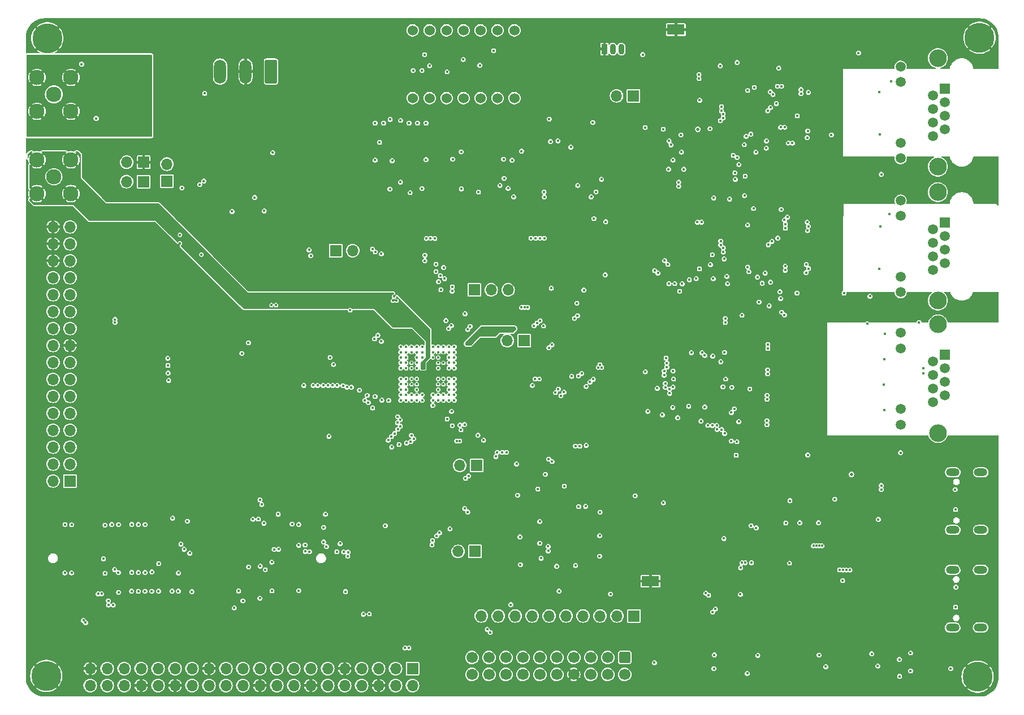
<source format=gbr>
G04 #@! TF.GenerationSoftware,KiCad,Pcbnew,7.0.9*
G04 #@! TF.CreationDate,2025-03-13T10:23:01+08:00*
G04 #@! TF.ProjectId,HPM5E00EVKRevC,48504d35-4530-4304-9556-4b526576432e,rev?*
G04 #@! TF.SameCoordinates,Original*
G04 #@! TF.FileFunction,Copper,L2,Inr*
G04 #@! TF.FilePolarity,Positive*
%FSLAX46Y46*%
G04 Gerber Fmt 4.6, Leading zero omitted, Abs format (unit mm)*
G04 Created by KiCad (PCBNEW 7.0.9) date 2025-03-13 10:23:01*
%MOMM*%
%LPD*%
G01*
G04 APERTURE LIST*
G04 Aperture macros list*
%AMRoundRect*
0 Rectangle with rounded corners*
0 $1 Rounding radius*
0 $2 $3 $4 $5 $6 $7 $8 $9 X,Y pos of 4 corners*
0 Add a 4 corners polygon primitive as box body*
4,1,4,$2,$3,$4,$5,$6,$7,$8,$9,$2,$3,0*
0 Add four circle primitives for the rounded corners*
1,1,$1+$1,$2,$3*
1,1,$1+$1,$4,$5*
1,1,$1+$1,$6,$7*
1,1,$1+$1,$8,$9*
0 Add four rect primitives between the rounded corners*
20,1,$1+$1,$2,$3,$4,$5,0*
20,1,$1+$1,$4,$5,$6,$7,0*
20,1,$1+$1,$6,$7,$8,$9,0*
20,1,$1+$1,$8,$9,$2,$3,0*%
G04 Aperture macros list end*
G04 #@! TA.AperFunction,ComponentPad*
%ADD10R,1.700000X1.700000*%
G04 #@! TD*
G04 #@! TA.AperFunction,ComponentPad*
%ADD11O,1.700000X1.700000*%
G04 #@! TD*
G04 #@! TA.AperFunction,ComponentPad*
%ADD12C,2.300000*%
G04 #@! TD*
G04 #@! TA.AperFunction,ComponentPad*
%ADD13C,4.500000*%
G04 #@! TD*
G04 #@! TA.AperFunction,ComponentPad*
%ADD14O,2.000000X1.200000*%
G04 #@! TD*
G04 #@! TA.AperFunction,ComponentPad*
%ADD15C,2.642000*%
G04 #@! TD*
G04 #@! TA.AperFunction,ComponentPad*
%ADD16R,1.499000X1.499000*%
G04 #@! TD*
G04 #@! TA.AperFunction,ComponentPad*
%ADD17C,1.499000*%
G04 #@! TD*
G04 #@! TA.AperFunction,ComponentPad*
%ADD18C,1.524000*%
G04 #@! TD*
G04 #@! TA.AperFunction,ComponentPad*
%ADD19RoundRect,0.250000X-0.600000X0.600000X-0.600000X-0.600000X0.600000X-0.600000X0.600000X0.600000X0*%
G04 #@! TD*
G04 #@! TA.AperFunction,ComponentPad*
%ADD20C,1.700000*%
G04 #@! TD*
G04 #@! TA.AperFunction,ComponentPad*
%ADD21R,2.601000X1.600200*%
G04 #@! TD*
G04 #@! TA.AperFunction,ComponentPad*
%ADD22RoundRect,0.250000X0.650000X1.550000X-0.650000X1.550000X-0.650000X-1.550000X0.650000X-1.550000X0*%
G04 #@! TD*
G04 #@! TA.AperFunction,ComponentPad*
%ADD23O,1.800000X3.600000*%
G04 #@! TD*
G04 #@! TA.AperFunction,ComponentPad*
%ADD24R,0.900000X1.600000*%
G04 #@! TD*
G04 #@! TA.AperFunction,ComponentPad*
%ADD25O,0.900000X1.600000*%
G04 #@! TD*
G04 #@! TA.AperFunction,ViaPad*
%ADD26C,0.406400*%
G04 #@! TD*
G04 #@! TA.AperFunction,ViaPad*
%ADD27C,0.500000*%
G04 #@! TD*
G04 APERTURE END LIST*
D10*
X149150000Y-99190000D03*
D11*
X146610000Y-99190000D03*
D12*
X76190000Y-77150000D03*
X76190000Y-72070000D03*
X81270000Y-72070000D03*
X81270000Y-77150000D03*
X78730000Y-74610000D03*
D13*
X217038200Y-149567000D03*
D14*
X213324550Y-127571000D03*
X213324650Y-118930800D03*
X217504550Y-127570900D03*
X217504650Y-118930700D03*
D13*
X77744600Y-53859800D03*
D15*
X211093000Y-93185600D03*
X211093000Y-76925600D03*
D16*
X212113000Y-81499600D03*
D17*
X210333000Y-82515600D03*
X212113000Y-83531600D03*
X210333000Y-84547600D03*
X212113000Y-85563600D03*
X210333000Y-86579600D03*
X212113000Y-87595600D03*
X210333000Y-88611600D03*
X205515000Y-89624600D03*
X205515000Y-91916600D03*
X205515000Y-78194600D03*
X205515000Y-80486600D03*
D13*
X77592200Y-149440000D03*
D10*
X92140000Y-75340000D03*
D11*
X89600000Y-75340000D03*
D10*
X92165000Y-72440000D03*
D11*
X89625000Y-72440000D03*
D18*
X132450000Y-62840000D03*
X134990000Y-62840000D03*
X137530000Y-62840000D03*
X140070000Y-62840000D03*
X142610000Y-62840000D03*
X145150000Y-62840000D03*
X147690000Y-62840000D03*
X147690000Y-52680000D03*
X145150000Y-52680000D03*
X142610000Y-52680000D03*
X140070000Y-52680000D03*
X137530000Y-52680000D03*
X134990000Y-52680000D03*
X132450000Y-52680000D03*
D19*
X164190000Y-146690000D03*
D20*
X164190000Y-149230000D03*
X161650000Y-146690000D03*
X161650000Y-149230000D03*
X159110000Y-146690000D03*
X159110000Y-149230000D03*
X156570000Y-146690000D03*
X156570000Y-149230000D03*
X154030000Y-146690000D03*
X154030000Y-149230000D03*
X151490000Y-146690000D03*
X151490000Y-149230000D03*
X148950000Y-146690000D03*
X148950000Y-149230000D03*
X146410000Y-146690000D03*
X146410000Y-149230000D03*
X143870000Y-146690000D03*
X143870000Y-149230000D03*
X141330000Y-146690000D03*
X141330000Y-149230000D03*
D10*
X165575200Y-140454400D03*
D11*
X163035200Y-140454400D03*
X160495200Y-140454400D03*
X157955200Y-140454400D03*
X155415200Y-140454400D03*
X152875200Y-140454400D03*
X150335200Y-140454400D03*
X147795200Y-140454400D03*
X145255200Y-140454400D03*
X142715200Y-140454400D03*
D10*
X141660000Y-91570000D03*
D11*
X144200000Y-91570000D03*
X146740000Y-91570000D03*
D14*
X213304100Y-142188899D03*
X213304200Y-133548699D03*
X217484100Y-142188799D03*
X217484200Y-133548599D03*
D15*
X211115528Y-113015423D03*
X211115528Y-96755423D03*
D16*
X212135528Y-101329423D03*
D17*
X210355528Y-102345423D03*
X212135528Y-103361423D03*
X210355528Y-104377423D03*
X212135528Y-105393423D03*
X210355528Y-106409423D03*
X212135528Y-107425423D03*
X210355528Y-108441423D03*
X205537528Y-98024423D03*
X205537528Y-100316423D03*
X205537528Y-109454423D03*
X205537528Y-111746423D03*
D10*
X142030000Y-117890000D03*
D11*
X139490000Y-117890000D03*
D13*
X217317600Y-53758200D03*
D10*
X132423200Y-148341600D03*
D11*
X132423200Y-150881600D03*
X129883200Y-148341600D03*
X129883200Y-150881600D03*
X127343200Y-148341600D03*
X127343200Y-150881600D03*
X124803200Y-148341600D03*
X124803200Y-150881600D03*
X122263200Y-148341600D03*
X122263200Y-150881600D03*
X119723200Y-148341600D03*
X119723200Y-150881600D03*
X117183200Y-148341600D03*
X117183200Y-150881600D03*
X114643200Y-148341600D03*
X114643200Y-150881600D03*
X112103200Y-148341600D03*
X112103200Y-150881600D03*
X109563200Y-148341600D03*
X109563200Y-150881600D03*
X107023200Y-148341600D03*
X107023200Y-150881600D03*
X104483200Y-148341600D03*
X104483200Y-150881600D03*
X101943200Y-148341600D03*
X101943200Y-150881600D03*
X99403200Y-148341600D03*
X99403200Y-150881600D03*
X96863200Y-148341600D03*
X96863200Y-150881600D03*
X94323200Y-148341600D03*
X94323200Y-150881600D03*
X91783200Y-148341600D03*
X91783200Y-150881600D03*
X89243200Y-148341600D03*
X89243200Y-150881600D03*
X86703200Y-148341600D03*
X86703200Y-150881600D03*
X84163200Y-148341600D03*
X84163200Y-150881600D03*
D10*
X120930000Y-85685000D03*
D11*
X123470000Y-85685000D03*
D21*
X168059675Y-135239025D03*
D15*
X211093000Y-73101820D03*
X211093000Y-56841820D03*
D16*
X212113000Y-61415820D03*
D17*
X210333000Y-62431820D03*
X212113000Y-63447820D03*
X210333000Y-64463820D03*
X212113000Y-65479820D03*
X210333000Y-66495820D03*
X212113000Y-67511820D03*
X210333000Y-68527820D03*
X205515000Y-69540820D03*
X205515000Y-71832820D03*
X205515000Y-58110820D03*
X205515000Y-60402820D03*
D10*
X165515000Y-62480000D03*
D11*
X162975000Y-62480000D03*
D10*
X81142200Y-120223400D03*
D11*
X78602200Y-120223400D03*
X81142200Y-117683400D03*
X78602200Y-117683400D03*
X81142200Y-115143400D03*
X78602200Y-115143400D03*
X81142200Y-112603400D03*
X78602200Y-112603400D03*
X81142200Y-110063400D03*
X78602200Y-110063400D03*
X81142200Y-107523400D03*
X78602200Y-107523400D03*
X81142200Y-104983400D03*
X78602200Y-104983400D03*
X81142200Y-102443400D03*
X78602200Y-102443400D03*
X81142200Y-99903400D03*
X78602200Y-99903400D03*
X81142200Y-97363400D03*
X78602200Y-97363400D03*
X81142200Y-94823400D03*
X78602200Y-94823400D03*
X81142200Y-92283400D03*
X78602200Y-92283400D03*
X81142200Y-89743400D03*
X78602200Y-89743400D03*
X81142200Y-87203400D03*
X78602200Y-87203400D03*
X81142200Y-84663400D03*
X78602200Y-84663400D03*
X81142200Y-82123400D03*
X78602200Y-82123400D03*
D22*
X111223100Y-58830800D03*
D23*
X107413100Y-58830800D03*
X103603100Y-58830800D03*
D10*
X141785000Y-130780000D03*
D11*
X139245000Y-130780000D03*
D21*
X171859675Y-52549025D03*
D10*
X95645000Y-75255000D03*
D11*
X95645000Y-72715000D03*
D24*
X161160000Y-55470000D03*
D25*
X162430000Y-55470000D03*
X163700000Y-55470000D03*
D12*
X76190000Y-64800000D03*
X76190000Y-59720000D03*
X81270000Y-59720000D03*
X81270000Y-64800000D03*
X78730000Y-62260000D03*
D26*
X125180000Y-95390000D03*
X136420000Y-142770000D03*
X143110000Y-107740000D03*
X108990000Y-78610000D03*
X147220000Y-116940000D03*
X92070000Y-123810000D03*
X109380000Y-119440000D03*
X194050728Y-107719800D03*
X219464100Y-139418499D03*
X193960000Y-52540000D03*
X209430000Y-127960000D03*
X117600000Y-101660000D03*
X75560000Y-83470000D03*
X103470000Y-102900000D03*
X200770000Y-129010000D03*
X142530000Y-124740000D03*
X206270000Y-141560000D03*
X193430000Y-136010000D03*
X165250000Y-131330000D03*
X85050000Y-125040000D03*
X146065000Y-93370000D03*
X91115604Y-113301989D03*
X176000000Y-55050000D03*
X95050000Y-70440000D03*
X139280000Y-110040000D03*
X86010000Y-112740000D03*
X181080000Y-52510000D03*
X190210000Y-120970000D03*
X204140000Y-115140000D03*
X163860000Y-71290000D03*
X74920000Y-99320000D03*
X74940000Y-123760000D03*
X183614200Y-63705600D03*
X113210000Y-94740000D03*
X98520000Y-113690000D03*
X126760000Y-79980000D03*
X177640000Y-96990000D03*
X146267500Y-94597500D03*
X147335000Y-93800000D03*
X204370000Y-126640000D03*
X115600000Y-67470000D03*
X160900000Y-88040000D03*
X186630000Y-128310000D03*
X206370000Y-129110000D03*
X138960000Y-144040000D03*
X196090000Y-119160000D03*
X189050000Y-95180000D03*
X105270000Y-82320000D03*
X97610000Y-79890000D03*
X161830000Y-52380000D03*
X145270000Y-89690000D03*
X78300000Y-124060000D03*
X78240000Y-129500000D03*
X148890000Y-78440000D03*
X78300000Y-122790000D03*
X172824728Y-97471600D03*
X129480000Y-93190000D03*
X90700000Y-95910000D03*
X155120000Y-121720000D03*
X175310000Y-65060000D03*
X74990000Y-118910000D03*
X95060000Y-84600000D03*
X107250000Y-105100000D03*
X109150000Y-72660000D03*
X116200000Y-55730000D03*
X153770000Y-83800000D03*
X145670000Y-121630000D03*
X90940000Y-130440000D03*
X168980000Y-140700000D03*
X191510728Y-110259800D03*
X138560000Y-95380000D03*
X168260000Y-61700000D03*
X97600000Y-84600000D03*
X98655000Y-107785000D03*
X219484550Y-126120600D03*
X93430000Y-89570000D03*
X85490000Y-95550000D03*
X103370000Y-86270000D03*
X153180000Y-57800000D03*
X180390000Y-128150000D03*
X78540000Y-145790000D03*
X155540000Y-119400000D03*
X208810000Y-141560000D03*
X166930000Y-104980000D03*
X214630000Y-51840000D03*
X105390000Y-97680000D03*
X193960000Y-55080000D03*
X208850000Y-134050000D03*
X117430000Y-145410000D03*
X219428200Y-93691600D03*
X176010000Y-60310000D03*
X127370000Y-132840000D03*
X113520000Y-141310000D03*
X179100000Y-98800000D03*
X102850000Y-97680000D03*
X134200000Y-133200000D03*
X174700000Y-149250000D03*
X148590000Y-137210000D03*
X175229328Y-103725800D03*
X183614200Y-66245600D03*
X185700000Y-139150000D03*
X125180000Y-95900000D03*
X178540000Y-55050000D03*
X177550000Y-78540000D03*
X94120000Y-98760000D03*
X176860000Y-59020000D03*
X115910000Y-101640000D03*
X175229328Y-106125800D03*
X160925000Y-90540000D03*
X183360200Y-85059380D03*
X198300000Y-140820000D03*
X108570000Y-84860000D03*
X179100000Y-133650000D03*
X82950000Y-80930000D03*
X181580000Y-78550000D03*
X170150000Y-131180000D03*
X138850000Y-148310000D03*
X216944550Y-121040600D03*
X181860000Y-114190000D03*
X137110000Y-130290000D03*
X191510728Y-107719800D03*
X152680000Y-93180000D03*
X216620000Y-139420000D03*
X98710000Y-139020000D03*
X177050000Y-60330000D03*
X215401681Y-143494024D03*
X195770000Y-136410000D03*
X88710000Y-131600000D03*
X181700000Y-131530000D03*
X89030000Y-124910000D03*
X152140000Y-116930000D03*
X98860000Y-117620000D03*
X157830000Y-121690000D03*
X117430000Y-144140000D03*
X175300000Y-127960000D03*
X139370000Y-88220000D03*
X75480000Y-88220000D03*
X112220000Y-126560000D03*
X172810000Y-86740000D03*
X132270000Y-106510000D03*
X153180000Y-55260000D03*
X176829328Y-103725800D03*
X215720000Y-141200000D03*
X184030000Y-60260000D03*
X206700000Y-54100000D03*
X202260000Y-122470000D03*
X103270000Y-53240000D03*
X133910000Y-127870000D03*
X84340000Y-112730000D03*
X190460000Y-59700000D03*
X121580000Y-83790000D03*
X102710000Y-145590000D03*
X183614200Y-64975600D03*
X211830000Y-141720000D03*
X135850000Y-131580000D03*
X214348200Y-93691600D03*
X113490000Y-144430000D03*
X169930000Y-97720000D03*
X106900000Y-113440000D03*
X112960000Y-122960000D03*
X191230000Y-55030000D03*
X141500000Y-142770000D03*
X129120000Y-98580000D03*
X145281668Y-127892706D03*
X187350000Y-136580000D03*
X190110000Y-74100000D03*
X182730000Y-130960000D03*
X78620000Y-79770000D03*
X176040000Y-77750000D03*
X133750000Y-129510000D03*
X162840000Y-131306698D03*
X153650000Y-93180000D03*
X118140000Y-67470000D03*
X80640000Y-140610000D03*
X174550000Y-117160000D03*
X105390000Y-96410000D03*
X200160000Y-148620000D03*
X147327500Y-66510750D03*
X76000000Y-145790000D03*
X91160000Y-144200000D03*
X214348200Y-145171600D03*
X78540000Y-144520000D03*
X169770000Y-78010000D03*
X138060000Y-117350000D03*
X178240000Y-81730000D03*
X211670000Y-119770000D03*
X100170000Y-145590000D03*
X91160000Y-145470000D03*
X210770000Y-129910000D03*
X181328200Y-85059380D03*
X171520000Y-140700000D03*
X119260000Y-134670000D03*
X165720000Y-59160000D03*
X190590000Y-128200000D03*
X193000000Y-57160000D03*
X202450000Y-136130000D03*
X122510000Y-145410000D03*
X179100000Y-131110000D03*
X187620000Y-118520000D03*
X146710000Y-120240000D03*
X219464100Y-136878499D03*
X159200000Y-103550000D03*
X195020000Y-121810000D03*
X147810000Y-89690000D03*
X195540000Y-59700000D03*
X147700000Y-112850000D03*
X83610000Y-89440000D03*
X97600000Y-83330000D03*
X98040000Y-105040000D03*
X213430000Y-129590000D03*
X183030000Y-122180000D03*
X97940000Y-101880000D03*
X122510000Y-144140000D03*
X174160000Y-85440000D03*
X173629328Y-104925800D03*
X183320200Y-83951400D03*
X192210000Y-148620000D03*
X191510728Y-105179800D03*
X92020000Y-92270000D03*
X106070000Y-100310000D03*
X190670000Y-140980000D03*
X111690000Y-72660000D03*
X99810000Y-122360000D03*
X145720000Y-131740000D03*
X131510000Y-134700000D03*
X167740000Y-144480000D03*
X166560000Y-101790000D03*
X90890000Y-88300000D03*
X142390000Y-114080000D03*
X113660000Y-55730000D03*
X173629328Y-103725800D03*
X117650000Y-78360000D03*
X124700000Y-53680000D03*
X211710000Y-126870000D03*
X188690000Y-55030000D03*
X176829328Y-104925800D03*
X164370000Y-52380000D03*
X111950000Y-134010000D03*
X141380000Y-126090000D03*
X186810000Y-136580000D03*
X110600000Y-102650000D03*
X194500000Y-121830000D03*
X203680000Y-127910000D03*
X201600000Y-115140000D03*
X156660000Y-96780000D03*
X183320200Y-86237400D03*
X175300000Y-133800000D03*
X152820000Y-121605600D03*
X181288200Y-83951400D03*
X194030000Y-128340000D03*
X209320000Y-134070000D03*
X168980000Y-139430000D03*
X93120000Y-125290000D03*
X93310000Y-110370000D03*
X160350000Y-90540000D03*
X160550000Y-106830000D03*
X138540000Y-139090000D03*
X158960000Y-63190000D03*
X112360000Y-74850000D03*
X145720000Y-130470000D03*
X81080000Y-144520000D03*
X190350000Y-149100000D03*
X165230000Y-132250000D03*
X185570000Y-122180000D03*
X167610000Y-131180000D03*
X168860000Y-96610000D03*
X84890000Y-129750000D03*
X95970000Y-88300000D03*
X179120000Y-57180000D03*
X130040000Y-93190000D03*
X139370000Y-89550000D03*
X98300000Y-136790000D03*
X147620000Y-78440000D03*
X204160000Y-51780000D03*
X161320000Y-71290000D03*
X193000000Y-59700000D03*
X83470000Y-105170000D03*
X190630000Y-139060000D03*
X102850000Y-96410000D03*
X160490000Y-109910000D03*
X122950000Y-141160000D03*
X170800000Y-61700000D03*
X219484550Y-128660600D03*
X89640000Y-122290000D03*
X150190000Y-133020000D03*
X209320000Y-145190000D03*
X153900000Y-99470000D03*
X183970000Y-105160000D03*
X194050728Y-110259800D03*
X139390000Y-88790000D03*
X147910000Y-93800000D03*
X86130000Y-145050000D03*
X100830000Y-86270000D03*
X95410000Y-133940000D03*
X160030000Y-93420000D03*
X201620000Y-51780000D03*
X129920000Y-113850000D03*
X138540000Y-137820000D03*
X146200000Y-93950000D03*
X75020000Y-96210000D03*
X161500000Y-60650000D03*
X97200000Y-114850000D03*
X93000000Y-119140000D03*
X101860000Y-131290000D03*
X95060000Y-83330000D03*
X137540000Y-112440000D03*
X211190000Y-120000000D03*
X137070000Y-101710000D03*
X145490000Y-93370000D03*
X121200000Y-136730000D03*
X95970000Y-89570000D03*
X101130000Y-83760000D03*
X203470000Y-134110000D03*
X114900000Y-74850000D03*
X111640000Y-83380000D03*
X94560000Y-92270000D03*
X171520000Y-139430000D03*
X158610000Y-117920000D03*
X188190000Y-60580000D03*
X193200000Y-73750000D03*
X100280000Y-60800000D03*
X165700000Y-118650000D03*
X132270000Y-101710000D03*
X121970000Y-106600000D03*
X168920000Y-129350000D03*
X190110000Y-70470000D03*
X184730000Y-97080000D03*
X174060000Y-140700000D03*
X143840000Y-107730000D03*
X86130000Y-143780000D03*
X174980000Y-58700000D03*
X138060000Y-126700000D03*
X165980000Y-109360000D03*
X165610000Y-89250000D03*
X153160000Y-98710000D03*
X170800000Y-59160000D03*
X157810000Y-88030000D03*
X191230000Y-52490000D03*
X108140000Y-104230000D03*
X211670000Y-134200000D03*
X76000000Y-144520000D03*
X112370000Y-94740000D03*
X180270000Y-139040000D03*
X116210000Y-60290000D03*
X211680000Y-134610000D03*
X79890000Y-79770000D03*
X187860000Y-129750000D03*
X83610000Y-90710000D03*
X141080000Y-139090000D03*
X202280000Y-122940000D03*
X135470000Y-104910000D03*
X170560000Y-119340000D03*
X128150000Y-114970000D03*
X84950000Y-117230000D03*
X161250000Y-121950000D03*
X182344200Y-66245600D03*
X101600000Y-129880000D03*
X112780000Y-101535100D03*
X139210000Y-120090000D03*
X81080000Y-145790000D03*
X173500000Y-77750000D03*
X181074200Y-63705600D03*
X117350000Y-83590000D03*
X216944550Y-126120600D03*
X138790000Y-122400000D03*
X150640000Y-57800000D03*
X113060000Y-64930000D03*
X175500000Y-63770000D03*
X121330000Y-138500000D03*
X158230000Y-93300000D03*
X192360000Y-77270000D03*
X176829328Y-106125800D03*
X160940000Y-84600000D03*
X181080000Y-55050000D03*
X176000000Y-52510000D03*
X153185000Y-93180000D03*
X119380000Y-137490000D03*
X161500000Y-90540000D03*
X145080000Y-108820000D03*
X176760000Y-118970000D03*
X168870000Y-137420000D03*
X140230000Y-98530000D03*
X182760000Y-78560000D03*
X212090000Y-51840000D03*
X198140000Y-123010000D03*
X137170000Y-95190000D03*
X85450000Y-81730000D03*
X100170000Y-144320000D03*
X126120000Y-56020000D03*
X121970000Y-60640000D03*
X173090000Y-122460000D03*
X189700000Y-129720000D03*
X157000000Y-112100000D03*
X186150000Y-55030000D03*
X182040000Y-56650000D03*
X167550000Y-105710000D03*
X124570000Y-139170000D03*
X98880000Y-79890000D03*
X83650000Y-84470000D03*
X170280000Y-144480000D03*
X179600000Y-62490000D03*
X113060000Y-67470000D03*
X124850000Y-56020000D03*
X113380000Y-129920000D03*
X87390000Y-116930000D03*
X124510000Y-60640000D03*
X202220000Y-118950000D03*
X181288200Y-86237400D03*
X178540000Y-52510000D03*
X145410000Y-124380000D03*
X142980000Y-87270000D03*
X99200000Y-141290000D03*
X173629328Y-106125800D03*
X134680000Y-78090000D03*
X211220000Y-126610000D03*
X86010000Y-99780000D03*
X161700000Y-91800000D03*
X199040000Y-55080000D03*
X90700000Y-97180000D03*
X159880000Y-83800000D03*
X195760000Y-140820000D03*
X174060000Y-139430000D03*
X74960000Y-135840000D03*
X77380000Y-126960000D03*
X184910000Y-76400000D03*
X175430000Y-62190000D03*
X200490000Y-134750000D03*
X119050000Y-101650000D03*
X146760000Y-93800000D03*
X206260000Y-134670000D03*
X129070000Y-109320000D03*
X183410000Y-101970000D03*
X86010000Y-105310000D03*
X90410000Y-102780000D03*
X97590000Y-70440000D03*
X219428200Y-145171600D03*
X179300000Y-125040000D03*
X114940000Y-60290000D03*
X86010000Y-110440000D03*
X214348200Y-147711600D03*
X194900000Y-77270000D03*
X92520000Y-84600000D03*
X75020000Y-94940000D03*
X158500000Y-131220000D03*
X195540000Y-57160000D03*
X75520000Y-81570000D03*
X190460000Y-57160000D03*
X219484550Y-121040600D03*
X136390000Y-83800000D03*
X171910000Y-97400000D03*
X182344200Y-85059380D03*
X184710000Y-81880000D03*
X172624728Y-96271600D03*
X139460000Y-123630000D03*
X185770000Y-129720000D03*
X211860000Y-145190000D03*
X201620000Y-54100000D03*
X219464100Y-131798499D03*
X170150000Y-132450000D03*
X204790000Y-139500000D03*
X158960000Y-60650000D03*
X211864550Y-128660600D03*
X213340000Y-131790000D03*
X127910000Y-138980000D03*
X120820000Y-80100000D03*
X209550000Y-54380000D03*
X136420000Y-144040000D03*
X83060000Y-99620000D03*
X101450000Y-104970000D03*
X168190000Y-103930000D03*
X172820000Y-145750000D03*
X181470000Y-90300000D03*
X211880000Y-143590000D03*
X153180000Y-119240000D03*
X111460000Y-78360000D03*
X74910000Y-107030000D03*
X98710000Y-97810000D03*
X74960000Y-134570000D03*
X119970000Y-145410000D03*
X85090000Y-114850000D03*
X74990000Y-117640000D03*
X219260000Y-75140000D03*
X85330000Y-92910000D03*
X80640000Y-141880000D03*
X157950000Y-84650000D03*
X138430000Y-97760000D03*
X166520000Y-99140000D03*
X219464100Y-134338499D03*
X108620000Y-130590000D03*
X138120000Y-113260000D03*
X96180000Y-67940000D03*
X97630000Y-144320000D03*
X149510000Y-83770000D03*
X89120000Y-129630000D03*
X179300000Y-122500000D03*
X125330000Y-85470000D03*
X201024728Y-95671600D03*
X158250000Y-129180000D03*
X90290000Y-107600000D03*
X125030000Y-97680000D03*
X186150000Y-52490000D03*
X83140000Y-82960000D03*
X90890000Y-89570000D03*
X145650000Y-134500000D03*
X119430000Y-60640000D03*
X219484550Y-118500600D03*
X173920000Y-76400000D03*
X84840000Y-133750000D03*
X89720000Y-116660000D03*
X119670000Y-98080000D03*
X113350000Y-136680000D03*
X102400000Y-83760000D03*
X92520000Y-83330000D03*
X156420000Y-52740000D03*
X135470000Y-102510000D03*
X166790000Y-106370000D03*
X95930000Y-59070000D03*
X100310000Y-97680000D03*
X93430000Y-88300000D03*
X143560000Y-108220000D03*
X211350000Y-141560000D03*
X129670000Y-92520000D03*
X183960000Y-129770000D03*
X183948628Y-98720000D03*
X100850000Y-101030000D03*
X185080000Y-118520000D03*
X115640000Y-120200000D03*
X206700000Y-51780000D03*
X161000000Y-68110000D03*
X163070000Y-118150000D03*
X139180000Y-77840000D03*
X182304200Y-83951400D03*
X192950000Y-131820000D03*
X74940000Y-112990000D03*
X83650000Y-85740000D03*
X170130000Y-96610000D03*
X188130000Y-140980000D03*
X171480000Y-135500000D03*
X167610000Y-132450000D03*
X122350000Y-97900000D03*
X118350000Y-114700000D03*
X155720000Y-57800000D03*
X175100000Y-124240000D03*
X109960000Y-144710000D03*
X75560000Y-141880000D03*
X211500000Y-141050000D03*
X163480000Y-84600000D03*
X146710000Y-118970000D03*
X204040000Y-132890000D03*
X166360000Y-81400000D03*
X95140000Y-126800000D03*
X219428200Y-142631600D03*
X135470000Y-105710000D03*
X188610000Y-78900000D03*
X98700000Y-125550000D03*
X124490000Y-96000000D03*
X139380000Y-90480000D03*
X209860000Y-117720000D03*
X166666635Y-119616760D03*
X170280000Y-145750000D03*
X107650000Y-134050000D03*
X116310000Y-98020000D03*
X90020000Y-109800000D03*
X155720000Y-55260000D03*
X101370000Y-134130000D03*
X169230000Y-118200000D03*
X134630000Y-137830000D03*
X149240000Y-128820000D03*
X190360000Y-99030000D03*
X172530000Y-100410000D03*
X78100000Y-141880000D03*
X90540000Y-105520000D03*
X85330000Y-91640000D03*
X158960000Y-88030000D03*
X86010000Y-107840000D03*
X119430000Y-63180000D03*
X145410000Y-87970000D03*
X143340000Y-83770000D03*
X140450000Y-77840000D03*
X178980000Y-67220000D03*
X119410000Y-87230000D03*
X115600000Y-64930000D03*
X219410000Y-130360000D03*
X86010000Y-102835340D03*
X164180000Y-119750000D03*
X108900000Y-132720000D03*
X174220000Y-118970000D03*
X74910000Y-105760000D03*
X162480000Y-121370000D03*
X184420000Y-124240000D03*
X181220000Y-60250000D03*
X138960000Y-142770000D03*
X102710000Y-144320000D03*
X116200000Y-53190000D03*
X190360000Y-101570000D03*
X152960000Y-97690000D03*
X125970000Y-53680000D03*
X118740000Y-53190000D03*
X142990000Y-121900000D03*
X188690000Y-52490000D03*
X109570000Y-86790000D03*
X74940000Y-122490000D03*
X104540000Y-53240000D03*
X75560000Y-84740000D03*
X204160000Y-54100000D03*
X89380000Y-136720000D03*
X193610000Y-131830000D03*
X175229328Y-104925800D03*
X175910000Y-66270000D03*
X197760000Y-150040000D03*
X207320000Y-117720000D03*
X115260000Y-80180000D03*
X101100000Y-136740000D03*
X125490000Y-79980000D03*
X105860000Y-86860000D03*
X152920000Y-96790000D03*
X211670000Y-126410000D03*
X140440000Y-87270000D03*
X211690000Y-120240000D03*
X98710000Y-99080000D03*
X172690000Y-132450000D03*
X194050728Y-112799800D03*
X196500000Y-52540000D03*
X112720000Y-80180000D03*
X160325000Y-88040000D03*
X147950000Y-87970000D03*
X204320000Y-132580000D03*
X160680000Y-62830000D03*
X121970000Y-63180000D03*
X177660000Y-97830000D03*
X199040000Y-52540000D03*
X200840000Y-140820000D03*
X172820000Y-144480000D03*
X189050000Y-86860000D03*
X158385000Y-88030000D03*
X202110000Y-129980000D03*
X116380000Y-78360000D03*
X109840000Y-84860000D03*
X141390000Y-89160000D03*
X138260000Y-95000000D03*
X119970000Y-144140000D03*
X184250000Y-59010000D03*
X100310000Y-96410000D03*
X153330500Y-133130000D03*
X137070000Y-106510000D03*
X131180000Y-76010000D03*
X181074200Y-66245600D03*
X189070000Y-83670000D03*
X103530000Y-112940000D03*
X191510728Y-112799800D03*
X123910000Y-115130000D03*
X174259548Y-81682456D03*
X216620000Y-136880000D03*
X133870000Y-105710000D03*
X107810000Y-82320000D03*
X85720000Y-120720000D03*
X219484550Y-123580600D03*
X167740000Y-145750000D03*
X181074200Y-64975600D03*
X128160000Y-115520000D03*
X159750000Y-88040000D03*
X157690000Y-52740000D03*
X125480000Y-99810000D03*
X174230000Y-83780000D03*
X158805000Y-93300000D03*
X109070000Y-114400000D03*
X137210000Y-148240000D03*
X186010000Y-61190000D03*
X196920000Y-139170000D03*
X87990000Y-81720000D03*
X143930000Y-89160000D03*
X104460000Y-119010000D03*
X170890000Y-55620000D03*
X113660000Y-53190000D03*
X119360000Y-83520000D03*
X93410000Y-112990000D03*
X140660000Y-98270000D03*
X189300000Y-67010000D03*
X131770000Y-138000000D03*
X193550000Y-119160000D03*
X78100000Y-140610000D03*
X150640000Y-55260000D03*
X95430000Y-136730000D03*
X185590000Y-140980000D03*
X216888200Y-145171600D03*
X142220000Y-72030000D03*
X75560000Y-140610000D03*
X74920000Y-100590000D03*
X133410000Y-78090000D03*
X130500000Y-113060000D03*
X145570000Y-109240000D03*
X119550000Y-80100000D03*
X163540000Y-68110000D03*
X107450000Y-136750000D03*
X168260000Y-59160000D03*
X158220000Y-127280000D03*
X118140000Y-64930000D03*
X169400000Y-66860000D03*
X97630000Y-145590000D03*
X198100000Y-123480000D03*
X156420000Y-63190000D03*
X182344200Y-64975600D03*
X74940000Y-111720000D03*
X182344200Y-63705600D03*
X184900000Y-87540000D03*
X206340000Y-122240000D03*
X186240000Y-136580000D03*
X201230000Y-139100000D03*
X155410000Y-84650000D03*
X195740000Y-73750000D03*
X178710000Y-76400000D03*
X157440000Y-118470000D03*
X174200000Y-82800000D03*
X175040000Y-148330000D03*
X182304200Y-86237400D03*
X183980000Y-108920000D03*
X176263167Y-99480923D03*
X172690000Y-131180000D03*
X173430000Y-55620000D03*
X135720000Y-66260000D03*
X187130000Y-97090000D03*
X156420000Y-60650000D03*
X180280000Y-97090000D03*
X141080000Y-137820000D03*
X101020000Y-102820000D03*
X167610000Y-117080000D03*
X196500000Y-55080000D03*
X213380000Y-130740000D03*
X124510000Y-63180000D03*
X182130000Y-71460000D03*
X208720000Y-136110000D03*
X212090000Y-54380000D03*
X132880000Y-70000000D03*
X125440000Y-83730000D03*
X75480000Y-86950000D03*
X214630000Y-54380000D03*
X173120000Y-100650000D03*
X216888200Y-93691600D03*
X204760000Y-118950000D03*
X211560000Y-133610000D03*
X145210000Y-109810000D03*
X184150000Y-148530000D03*
X85680000Y-82960000D03*
X177080000Y-79950000D03*
X141690000Y-120810000D03*
X141500000Y-144040000D03*
X209550000Y-51840000D03*
X160550000Y-105370000D03*
X75520000Y-80300000D03*
X118740000Y-55730000D03*
X190040000Y-65480000D03*
X160450000Y-128400000D03*
X148010000Y-117670000D03*
X176178528Y-109130000D03*
X205520000Y-115980000D03*
X181280000Y-111310000D03*
X148520000Y-128600000D03*
X81370000Y-133990000D03*
X126830000Y-72100000D03*
X169980000Y-123490000D03*
X175778528Y-100986423D03*
X160740000Y-103210000D03*
X159420000Y-66480000D03*
X199210000Y-56060000D03*
X161270000Y-89322803D03*
X111490000Y-70990000D03*
X152300000Y-119230000D03*
X182930000Y-106430000D03*
X192883333Y-129930000D03*
X169080000Y-106310000D03*
X192460000Y-129930000D03*
X138437500Y-71982750D03*
X148740000Y-94190000D03*
X146057500Y-71982750D03*
X165750000Y-122430000D03*
X183110000Y-126930000D03*
X81400000Y-126780000D03*
X166900000Y-56300000D03*
X173778528Y-109010000D03*
X179050000Y-128840000D03*
X182550000Y-149060700D03*
X160430000Y-131490000D03*
X171500000Y-104936423D03*
X202100000Y-147950000D03*
X149670000Y-94190000D03*
X193730000Y-129930000D03*
X155150000Y-120990000D03*
X179140000Y-100950000D03*
X196820000Y-135150000D03*
X101310000Y-62100000D03*
X193306666Y-129930000D03*
X148590000Y-132770000D03*
X168655600Y-147455600D03*
X80390000Y-126750000D03*
D27*
X175170000Y-67500000D03*
D26*
X188320000Y-126520000D03*
X85360000Y-137130000D03*
X177550000Y-148350000D03*
X213007100Y-148350000D03*
X182140000Y-77430000D03*
X157040000Y-93572803D03*
X85870000Y-137120000D03*
X194300000Y-148050000D03*
X156840000Y-132885600D03*
X134450000Y-72042000D03*
X162070000Y-137170000D03*
X160240000Y-103210000D03*
X149205000Y-94190000D03*
X158350000Y-124020000D03*
X160490000Y-102800000D03*
X174178528Y-100986423D03*
X80370000Y-133990000D03*
X151480000Y-126280000D03*
X142210000Y-113360000D03*
X177378528Y-101491123D03*
X151680000Y-131805600D03*
X154380000Y-136730000D03*
X193220000Y-126480000D03*
X202180000Y-125970000D03*
X87860000Y-96010000D03*
X108795701Y-77715100D03*
X196900000Y-133560000D03*
X196380000Y-133550000D03*
X181520000Y-137210000D03*
X197920000Y-133560000D03*
X182240000Y-132480000D03*
X111973800Y-93857450D03*
X181770000Y-132480000D03*
X183180000Y-132480000D03*
X83480000Y-141460000D03*
X83150000Y-141110000D03*
X111320000Y-93850000D03*
X87885000Y-96440000D03*
X197390000Y-133560000D03*
X133070000Y-101710000D03*
X123080000Y-94600000D03*
X190400000Y-126490000D03*
X195640000Y-122950000D03*
X147570000Y-97330000D03*
X145370000Y-97750000D03*
X142310000Y-98090000D03*
X146600000Y-97330000D03*
X144920000Y-97990000D03*
X143590000Y-98310000D03*
X141390000Y-98830000D03*
X141030000Y-99150000D03*
X141840000Y-98450000D03*
X147090000Y-97330000D03*
X145910000Y-97600000D03*
X140640000Y-99470000D03*
X130140000Y-96800000D03*
X124440000Y-93050000D03*
X118480000Y-93190000D03*
X121370000Y-93930000D03*
X123780000Y-93050000D03*
X116920000Y-93690000D03*
X129680000Y-96800000D03*
X119820000Y-92990000D03*
X115850000Y-92800000D03*
X133870000Y-102510000D03*
X133870000Y-103310000D03*
X117180000Y-86460000D03*
X83880000Y-76360000D03*
X139050000Y-114230000D03*
X133070000Y-106510000D03*
X136270000Y-101710000D03*
X136270000Y-106510000D03*
X139490000Y-114230000D03*
X213744150Y-124495000D03*
X213667950Y-121497800D03*
X191729000Y-88383000D03*
X133070000Y-102510000D03*
X135470000Y-101710000D03*
X131530000Y-114530000D03*
X193302200Y-146323400D03*
X144060000Y-142923400D03*
X138670000Y-105710000D03*
X155100000Y-106890000D03*
X153820000Y-106970000D03*
X178516200Y-66225600D03*
X183094200Y-68240000D03*
X181040000Y-57480000D03*
X154640000Y-107460000D03*
X137070000Y-105710000D03*
X154260000Y-106450000D03*
X137870000Y-105710000D03*
X156260000Y-104530000D03*
X127750000Y-86150000D03*
X130670000Y-100910000D03*
X191610000Y-116320000D03*
X127760000Y-99270000D03*
X160510000Y-124900000D03*
X154010000Y-133010000D03*
X158090000Y-91602803D03*
X153210000Y-91310000D03*
X137440000Y-96170000D03*
X176178528Y-101386423D03*
X178580000Y-102330000D03*
X171428528Y-103736423D03*
X171428528Y-106136423D03*
X178904151Y-106111423D03*
X170390000Y-101790000D03*
X95810000Y-104040000D03*
X137870000Y-100110000D03*
X138351332Y-91750000D03*
X95780000Y-101820000D03*
X136317600Y-90330000D03*
X138390000Y-91130000D03*
X137870000Y-100910000D03*
X95800000Y-102900000D03*
X95910000Y-105130000D03*
X136672700Y-91550000D03*
X133870000Y-101710000D03*
X136270000Y-105710000D03*
X133070000Y-104910000D03*
X133070000Y-103310000D03*
X133070000Y-105710000D03*
X136270000Y-104910000D03*
X134260000Y-87200000D03*
X136270000Y-103310000D03*
X144910000Y-116560000D03*
X185620000Y-64725600D03*
X143070000Y-114090000D03*
X185704000Y-84809380D03*
X180160000Y-109960000D03*
X135430000Y-129150000D03*
X112370000Y-130450000D03*
X132260000Y-113380000D03*
X180150000Y-114240000D03*
X146480000Y-115940000D03*
X119395000Y-125185000D03*
X129315000Y-115115000D03*
X183890000Y-127240000D03*
X125950000Y-140160000D03*
X125080000Y-140190000D03*
X137070000Y-108110000D03*
X122390000Y-136820000D03*
X122720000Y-131500000D03*
X136270000Y-108110000D03*
X105730000Y-139240000D03*
X121100000Y-130840000D03*
X135470000Y-108110000D03*
X109560000Y-137790000D03*
X117000000Y-130830000D03*
X86900000Y-138810000D03*
X116380000Y-130780000D03*
X86880000Y-138180000D03*
X135470000Y-107310000D03*
X133870000Y-107310000D03*
X115380000Y-136660000D03*
X115380000Y-129860000D03*
X136270000Y-102510000D03*
X122600000Y-106140000D03*
X106383000Y-136710000D03*
X107890000Y-133110000D03*
X112310000Y-125200000D03*
X126450000Y-109270000D03*
X99370000Y-136810000D03*
X97383000Y-134010000D03*
X97360000Y-136730000D03*
X122020000Y-105920000D03*
X96410000Y-136730000D03*
X130670000Y-104910000D03*
X96490000Y-125790000D03*
X94430000Y-132620000D03*
X130670000Y-103310000D03*
X120600000Y-102740000D03*
X94390000Y-136730000D03*
X117550000Y-105900000D03*
X119050000Y-105900000D03*
X93380000Y-136750000D03*
X93410000Y-133850000D03*
X130670000Y-102510000D03*
X116140000Y-105900000D03*
X92380000Y-133940000D03*
X92370000Y-136750000D03*
X120080000Y-101700000D03*
X91380000Y-133940000D03*
X132270000Y-105710000D03*
X91390000Y-136760000D03*
X90380000Y-133940000D03*
X90370000Y-136730000D03*
X131470000Y-104910000D03*
X88380000Y-133950000D03*
X131470000Y-102510000D03*
X88410000Y-136910000D03*
X130670000Y-101710000D03*
X87830000Y-133496000D03*
X130670000Y-100110000D03*
X86383000Y-134060000D03*
X86150000Y-131890000D03*
X107860000Y-99510000D03*
X127230000Y-98370000D03*
X128350000Y-126935100D03*
X136270000Y-100910000D03*
X138030000Y-127390000D03*
X122770000Y-130880000D03*
X135470000Y-108910000D03*
X121590000Y-129600000D03*
X213738100Y-139130299D03*
X213790000Y-136140000D03*
X119110000Y-129360000D03*
X122120000Y-130850000D03*
X137070000Y-107310000D03*
X119540000Y-130050000D03*
X87610000Y-138820000D03*
X107020000Y-138194900D03*
X136270000Y-107310000D03*
X119100000Y-127170000D03*
X133870000Y-108110000D03*
X115380000Y-126740000D03*
X116340000Y-129820000D03*
X133070000Y-108110000D03*
X148160000Y-122350000D03*
X151420000Y-104940000D03*
X172800000Y-90660000D03*
X177524000Y-77790000D03*
X111710000Y-130480000D03*
X135340000Y-129780000D03*
X178510000Y-57990000D03*
X110180000Y-126550000D03*
X125810000Y-108470000D03*
X109350000Y-125940000D03*
X125280000Y-108120000D03*
X140280000Y-95140000D03*
X108540000Y-125940000D03*
X123270000Y-106160000D03*
X131470000Y-106510000D03*
X109850000Y-123750000D03*
X130670000Y-106510000D03*
X109590000Y-123050000D03*
X97750000Y-129680000D03*
X121150000Y-105900000D03*
X98240000Y-130440000D03*
X120470000Y-105900000D03*
X119800000Y-105900000D03*
X99070000Y-131040000D03*
X118220000Y-105900000D03*
X98710000Y-126250000D03*
X92380000Y-126760000D03*
X132270000Y-104910000D03*
X132270000Y-103310000D03*
X91380000Y-126740000D03*
X131470000Y-103310000D03*
X90380000Y-126740000D03*
X88400000Y-126750000D03*
X132270000Y-102510000D03*
X131470000Y-101710000D03*
X87380000Y-126740000D03*
X126740000Y-98920000D03*
X86383000Y-126840000D03*
X106882500Y-101102500D03*
X205356600Y-149515000D03*
X184120000Y-146360000D03*
X138670000Y-100910000D03*
X152850000Y-100260000D03*
X176760000Y-137360000D03*
X152820000Y-116950000D03*
X205331200Y-146975000D03*
X137220000Y-89900000D03*
X135470000Y-100910000D03*
X136590000Y-89440000D03*
X135470000Y-100110000D03*
X135940000Y-88840000D03*
X135940000Y-87720000D03*
X136270000Y-100110000D03*
X137090000Y-88210000D03*
X138670000Y-100110000D03*
X153330000Y-117300000D03*
X153300000Y-99790000D03*
X147150000Y-138760000D03*
X135770000Y-83860000D03*
X101170000Y-75255000D03*
X126820000Y-107560000D03*
X114390000Y-126680000D03*
X202617673Y-121504800D03*
X126865527Y-85885527D03*
X126434473Y-85454473D03*
X202617673Y-120895200D03*
X139730000Y-70870000D03*
X187252000Y-58332000D03*
X180625000Y-109405000D03*
X145110000Y-115940000D03*
X187630000Y-79510000D03*
X180985000Y-114335000D03*
X132160000Y-114330000D03*
X208884328Y-103361423D03*
X208884328Y-104113000D03*
X191703600Y-82033000D03*
X177610456Y-146289200D03*
X176330000Y-137030000D03*
X203042328Y-109574000D03*
X202966128Y-105764000D03*
X203042328Y-101954000D03*
X203118528Y-98144000D03*
X151475000Y-129565000D03*
X151180000Y-121440000D03*
X157310000Y-124060000D03*
X152750000Y-130700000D03*
X152730000Y-130030000D03*
X200514728Y-96671600D03*
X83470000Y-66400000D03*
X84050000Y-59610000D03*
X89410000Y-67910000D03*
X83490000Y-59100000D03*
X82650000Y-67590000D03*
X89860000Y-61580000D03*
X89330000Y-61580000D03*
X85060000Y-65860000D03*
X82880000Y-57730000D03*
X130410000Y-114750000D03*
X127820000Y-108100000D03*
X143630000Y-142470000D03*
X201202200Y-146123400D03*
X138670000Y-106510000D03*
X175630000Y-111240000D03*
X180890000Y-116360000D03*
X134270000Y-86390000D03*
X137810000Y-97370000D03*
X140690000Y-97500000D03*
X137070000Y-100110000D03*
X188940000Y-123190000D03*
X156670000Y-95860000D03*
X137070000Y-100910000D03*
X138260000Y-96910000D03*
D27*
X198130000Y-119230000D03*
D26*
X141050000Y-97030000D03*
X157130000Y-95440000D03*
X158990000Y-105380000D03*
X137870000Y-104910000D03*
X177360000Y-139880000D03*
X207000000Y-148700000D03*
X159490000Y-104970000D03*
X137070000Y-104910000D03*
X177770000Y-139410000D03*
X207000000Y-146000000D03*
X100560000Y-75790000D03*
X135120000Y-83840000D03*
X131470000Y-107310000D03*
X130200000Y-110580000D03*
X105410000Y-79820000D03*
X110220000Y-79740000D03*
X116930000Y-85580000D03*
X130670000Y-108110000D03*
X129730000Y-113100000D03*
X130670000Y-105710000D03*
X119910000Y-113515000D03*
X177030000Y-87770000D03*
X179090000Y-86930000D03*
X183480000Y-79370000D03*
X170670000Y-87750000D03*
X156820000Y-114990000D03*
X186900000Y-63650000D03*
X137870000Y-103310000D03*
X110370000Y-133520000D03*
X136470000Y-127980000D03*
X157270000Y-104480000D03*
X187130000Y-83810000D03*
X187420000Y-91850000D03*
X157760000Y-104100000D03*
X186234000Y-84309380D03*
X136060000Y-128450000D03*
X181750000Y-95370000D03*
X109610000Y-132990000D03*
X157470000Y-115000000D03*
X186020000Y-64225600D03*
X131470000Y-100910000D03*
X169964000Y-67480000D03*
X172420000Y-91780000D03*
X138670000Y-101710000D03*
X130590000Y-111040000D03*
X131470000Y-108110000D03*
X174890000Y-89880000D03*
X131300000Y-145250000D03*
X140350000Y-119830000D03*
X138382500Y-111947500D03*
X140240000Y-124350000D03*
X151080000Y-96550000D03*
X137620000Y-110940000D03*
X150870000Y-83840000D03*
X132270000Y-107310000D03*
X130170000Y-111490000D03*
X130600000Y-112010000D03*
X132270000Y-108110000D03*
X152170000Y-83840000D03*
X147560000Y-77620000D03*
X152170000Y-77640000D03*
X152030000Y-96980000D03*
X139530000Y-111830000D03*
X152120000Y-76895600D03*
X151530000Y-96200000D03*
X151510000Y-83840000D03*
X159900000Y-76890000D03*
X140220000Y-111750000D03*
X142290000Y-76910000D03*
X132060000Y-77000000D03*
X130220000Y-112470000D03*
X133070000Y-107310000D03*
X150610000Y-96950000D03*
X133840000Y-76370000D03*
X145510000Y-75910000D03*
X138270000Y-109780000D03*
X150150000Y-83840000D03*
X157170000Y-75910000D03*
X148750000Y-70770000D03*
X146730000Y-76330000D03*
X154210000Y-69230000D03*
X156130000Y-70170000D03*
X159180000Y-77610000D03*
X153080000Y-69340000D03*
X129040000Y-76460000D03*
X124490000Y-106600000D03*
X111380000Y-136690000D03*
X131470000Y-105710000D03*
X125630000Y-107390000D03*
X111360000Y-132380000D03*
X171400000Y-109190000D03*
X132610000Y-113890000D03*
X179160000Y-113090000D03*
X145850000Y-115940000D03*
X169840000Y-110290000D03*
X159590000Y-80890000D03*
X179310000Y-104936423D03*
X132270000Y-100910000D03*
X172140000Y-110740000D03*
X180230000Y-106180000D03*
X161350000Y-81360000D03*
X167660000Y-109780000D03*
X130670000Y-107310000D03*
X128780000Y-114090000D03*
X128850000Y-108140000D03*
X129270000Y-113570000D03*
X208278728Y-96440000D03*
X132530000Y-58680000D03*
X130640000Y-66160000D03*
X129070000Y-66010000D03*
X134980000Y-57960000D03*
X137610000Y-58880000D03*
X134450000Y-66570000D03*
X175390000Y-88420000D03*
X179490000Y-89540000D03*
X168690000Y-88680000D03*
X169180000Y-89050000D03*
X170180000Y-87170000D03*
X182594200Y-81840000D03*
X170820000Y-90640000D03*
X171680000Y-90630000D03*
X173870000Y-90060000D03*
X179610000Y-90640000D03*
X150370000Y-105880000D03*
X138670000Y-104910000D03*
X150790000Y-104930000D03*
X140020000Y-57020000D03*
X128100000Y-66570000D03*
X133180000Y-66570000D03*
X142510000Y-57910000D03*
X144570000Y-55730000D03*
X126830000Y-66570000D03*
X146140000Y-74860000D03*
X160730000Y-74990000D03*
X130610000Y-75420000D03*
X152880000Y-65960000D03*
X139740000Y-76430000D03*
X137870000Y-106510000D03*
X176650000Y-111880000D03*
X138670000Y-107310000D03*
X177340000Y-111900000D03*
X177990000Y-111880000D03*
X137870000Y-107310000D03*
X178040000Y-112490000D03*
X138670000Y-108110000D03*
X191703600Y-61949220D03*
X195150000Y-68330000D03*
X172694000Y-70910000D03*
X183830000Y-70910000D03*
X172614000Y-68340000D03*
X182380000Y-68540000D03*
X175430000Y-63130000D03*
X183604000Y-61220000D03*
X202360000Y-68299220D03*
X202350000Y-61949220D03*
X177460000Y-89880000D03*
X182600000Y-88140000D03*
X202340000Y-88383000D03*
X202473200Y-82033000D03*
X178710000Y-112520000D03*
X137870000Y-108110000D03*
X137870000Y-101710000D03*
X184094200Y-89660000D03*
X138670000Y-102510000D03*
X184781700Y-90580000D03*
X185230000Y-89040000D03*
X137870000Y-102510000D03*
X137070000Y-102510000D03*
X184320000Y-93390000D03*
X138670000Y-103310000D03*
X185820000Y-93960000D03*
X132270000Y-100110000D03*
X180444000Y-71400000D03*
X181024000Y-71730000D03*
X171430000Y-72090000D03*
X181300000Y-72780000D03*
X133070000Y-100910000D03*
X171134000Y-69820000D03*
X182094200Y-69800000D03*
X170770000Y-73490000D03*
X173030000Y-73490000D03*
X182594200Y-61670000D03*
X176984000Y-67400000D03*
X180700000Y-74030000D03*
X133070000Y-100110000D03*
X180750000Y-74990000D03*
X133870000Y-100110000D03*
X182240000Y-74530000D03*
X133870000Y-100910000D03*
X170824000Y-69240000D03*
X185430000Y-69240000D03*
X185390000Y-70320000D03*
X131470000Y-100110000D03*
X140820000Y-119450000D03*
X139680000Y-112560000D03*
X131880000Y-145250000D03*
X140695000Y-124875000D03*
X134500000Y-83860000D03*
X97910000Y-76290000D03*
X131910000Y-66570000D03*
X133840000Y-58690000D03*
X134245000Y-56305000D03*
X127480000Y-69450000D03*
X185634229Y-99744200D03*
X170503800Y-102543800D03*
X185634229Y-100353800D03*
X170503800Y-103153400D03*
X188860000Y-132540000D03*
X181550000Y-133220000D03*
X182789755Y-88850245D03*
X177328380Y-86309380D03*
X179894000Y-77960000D03*
X185593916Y-103554200D03*
X170100000Y-103750400D03*
X185593916Y-104163800D03*
X170100000Y-104360000D03*
X170267601Y-105582799D03*
X185506437Y-107364200D03*
X170267601Y-106192399D03*
X185506437Y-107973800D03*
X185500941Y-111174200D03*
X170920000Y-106470000D03*
X170920000Y-107079600D03*
X185500941Y-111783800D03*
X147332500Y-72130000D03*
X129375000Y-72190000D03*
X204130000Y-60300000D03*
X202630000Y-74240000D03*
X197045000Y-92055000D03*
X190000000Y-92060000D03*
X186040000Y-90420000D03*
X189304620Y-69557999D03*
X172280000Y-76044800D03*
X191523750Y-68746250D03*
X187540000Y-92860000D03*
X200930000Y-92510000D03*
X203870000Y-80200000D03*
X178940600Y-65788400D03*
X187548134Y-67185101D03*
X178686600Y-64721600D03*
X186401566Y-62277566D03*
X190600000Y-62149800D03*
X178686600Y-64112000D03*
X186006434Y-61882434D03*
X190600000Y-61540200D03*
X175311907Y-59285200D03*
X187674800Y-61050000D03*
X187065200Y-61050000D03*
X175311907Y-59894800D03*
X178940600Y-65178800D03*
X188157734Y-67185101D03*
X191605350Y-67755350D03*
X188695020Y-69557999D03*
X172280000Y-75435200D03*
X188254200Y-81720580D03*
X178574200Y-84246580D03*
X191520000Y-81400000D03*
X188559766Y-80658712D03*
X175086247Y-81419577D03*
X188254200Y-82330180D03*
X178574200Y-84856180D03*
X191581300Y-82678700D03*
X188128712Y-81089766D03*
X175695847Y-81419577D03*
X188234780Y-88010000D03*
X178964200Y-85284580D03*
X191390000Y-87780000D03*
X187684473Y-94914473D03*
X179266453Y-95855200D03*
X178964200Y-85894180D03*
X188234780Y-88619600D03*
X191350000Y-88980000D03*
X188115527Y-95345527D03*
X179266453Y-96464800D03*
X158420000Y-106040000D03*
X167260000Y-67240000D03*
X158430000Y-114870000D03*
X167280000Y-103850000D03*
G04 #@! TA.AperFunction,Conductor*
G36*
X93375338Y-56340993D02*
G01*
X93401058Y-56385542D01*
X93402200Y-56398600D01*
X93402200Y-68538200D01*
X93384607Y-68586538D01*
X93340058Y-68612258D01*
X93327000Y-68613400D01*
X74677400Y-68613400D01*
X74629062Y-68595807D01*
X74603342Y-68551258D01*
X74602200Y-68538200D01*
X74602200Y-64800000D01*
X74885034Y-64800000D01*
X74904858Y-65026600D01*
X74963733Y-65246324D01*
X74963734Y-65246328D01*
X75059864Y-65452480D01*
X75059868Y-65452487D01*
X75110972Y-65525471D01*
X75110973Y-65525472D01*
X75587452Y-65048993D01*
X75597188Y-65078956D01*
X75685186Y-65217619D01*
X75804903Y-65330040D01*
X75939510Y-65404041D01*
X75464526Y-65879025D01*
X75464527Y-65879026D01*
X75537516Y-65930133D01*
X75537520Y-65930136D01*
X75743671Y-66026265D01*
X75743675Y-66026266D01*
X75963399Y-66085141D01*
X76190000Y-66104965D01*
X76416600Y-66085141D01*
X76636324Y-66026266D01*
X76636328Y-66026265D01*
X76842480Y-65930136D01*
X76842480Y-65930135D01*
X76915471Y-65879026D01*
X76915472Y-65879025D01*
X76437534Y-65401086D01*
X76505629Y-65374126D01*
X76638492Y-65277595D01*
X76743175Y-65151055D01*
X76791631Y-65048078D01*
X77269025Y-65525472D01*
X77269026Y-65525471D01*
X77320135Y-65452480D01*
X77320136Y-65452480D01*
X77416265Y-65246328D01*
X77416266Y-65246324D01*
X77475141Y-65026600D01*
X77494965Y-64800000D01*
X79965034Y-64800000D01*
X79984858Y-65026600D01*
X80043733Y-65246324D01*
X80043734Y-65246328D01*
X80139864Y-65452480D01*
X80139868Y-65452487D01*
X80190972Y-65525471D01*
X80190973Y-65525472D01*
X80667452Y-65048993D01*
X80677188Y-65078956D01*
X80765186Y-65217619D01*
X80884903Y-65330040D01*
X81019510Y-65404041D01*
X80544526Y-65879025D01*
X80544527Y-65879026D01*
X80617516Y-65930133D01*
X80617520Y-65930136D01*
X80823671Y-66026265D01*
X80823675Y-66026266D01*
X81043399Y-66085141D01*
X81270000Y-66104965D01*
X81496600Y-66085141D01*
X81716324Y-66026266D01*
X81716328Y-66026265D01*
X81922480Y-65930136D01*
X81922480Y-65930135D01*
X81995471Y-65879026D01*
X81995472Y-65879025D01*
X81976447Y-65860000D01*
X84651268Y-65860000D01*
X84671273Y-65986306D01*
X84691634Y-66026266D01*
X84729329Y-66100247D01*
X84819753Y-66190671D01*
X84933693Y-66248726D01*
X84933695Y-66248727D01*
X85060000Y-66268732D01*
X85186305Y-66248727D01*
X85300247Y-66190671D01*
X85390671Y-66100247D01*
X85448727Y-65986305D01*
X85468732Y-65860000D01*
X85448727Y-65733695D01*
X85390671Y-65619753D01*
X85300247Y-65529329D01*
X85186305Y-65471273D01*
X85186307Y-65471273D01*
X85060000Y-65451268D01*
X84933693Y-65471273D01*
X84819752Y-65529329D01*
X84729329Y-65619752D01*
X84671273Y-65733693D01*
X84651268Y-65859999D01*
X84651268Y-65860000D01*
X81976447Y-65860000D01*
X81517534Y-65401086D01*
X81585629Y-65374126D01*
X81718492Y-65277595D01*
X81823175Y-65151055D01*
X81871631Y-65048078D01*
X82349025Y-65525472D01*
X82349026Y-65525471D01*
X82400135Y-65452480D01*
X82400136Y-65452480D01*
X82496265Y-65246328D01*
X82496266Y-65246324D01*
X82555141Y-65026600D01*
X82574965Y-64800000D01*
X82555141Y-64573399D01*
X82496266Y-64353675D01*
X82496265Y-64353671D01*
X82400136Y-64147520D01*
X82400133Y-64147516D01*
X82349026Y-64074527D01*
X82349025Y-64074526D01*
X81872546Y-64551004D01*
X81862812Y-64521044D01*
X81774814Y-64382381D01*
X81655097Y-64269960D01*
X81520488Y-64195957D01*
X81995472Y-63720973D01*
X81995471Y-63720972D01*
X81922487Y-63669868D01*
X81922480Y-63669864D01*
X81716328Y-63573734D01*
X81716324Y-63573733D01*
X81496600Y-63514858D01*
X81270000Y-63495034D01*
X81043399Y-63514858D01*
X80823675Y-63573733D01*
X80823671Y-63573734D01*
X80617519Y-63669864D01*
X80617515Y-63669867D01*
X80544527Y-63720972D01*
X80544527Y-63720974D01*
X81022466Y-64198913D01*
X80954371Y-64225874D01*
X80821508Y-64322405D01*
X80716825Y-64448945D01*
X80668368Y-64551921D01*
X80190974Y-64074527D01*
X80190972Y-64074527D01*
X80139867Y-64147515D01*
X80139864Y-64147519D01*
X80043734Y-64353671D01*
X80043733Y-64353675D01*
X79984858Y-64573399D01*
X79965034Y-64800000D01*
X77494965Y-64800000D01*
X77475141Y-64573399D01*
X77416266Y-64353675D01*
X77416265Y-64353671D01*
X77320136Y-64147520D01*
X77320133Y-64147516D01*
X77269026Y-64074527D01*
X77269025Y-64074526D01*
X76792546Y-64551004D01*
X76782812Y-64521044D01*
X76694814Y-64382381D01*
X76575097Y-64269960D01*
X76440488Y-64195957D01*
X76915472Y-63720973D01*
X76915471Y-63720972D01*
X76842487Y-63669868D01*
X76842480Y-63669864D01*
X76636328Y-63573734D01*
X76636324Y-63573733D01*
X76416600Y-63514858D01*
X76190000Y-63495034D01*
X75963399Y-63514858D01*
X75743675Y-63573733D01*
X75743671Y-63573734D01*
X75537519Y-63669864D01*
X75537515Y-63669867D01*
X75464527Y-63720972D01*
X75464527Y-63720974D01*
X75942466Y-64198913D01*
X75874371Y-64225874D01*
X75741508Y-64322405D01*
X75636825Y-64448945D01*
X75588368Y-64551921D01*
X75110974Y-64074527D01*
X75110972Y-64074527D01*
X75059867Y-64147515D01*
X75059864Y-64147519D01*
X74963734Y-64353671D01*
X74963733Y-64353675D01*
X74904858Y-64573399D01*
X74885034Y-64800000D01*
X74602200Y-64800000D01*
X74602200Y-62260000D01*
X77374341Y-62260000D01*
X77394936Y-62495403D01*
X77456098Y-62723666D01*
X77555961Y-62937824D01*
X77691507Y-63131404D01*
X77858595Y-63298492D01*
X77858598Y-63298494D01*
X77858599Y-63298495D01*
X78052170Y-63434035D01*
X78052172Y-63434035D01*
X78052175Y-63434038D01*
X78182982Y-63495034D01*
X78266337Y-63533903D01*
X78494592Y-63595063D01*
X78730000Y-63615659D01*
X78965408Y-63595063D01*
X79193663Y-63533903D01*
X79407830Y-63434035D01*
X79601401Y-63298495D01*
X79768495Y-63131401D01*
X79904035Y-62937830D01*
X80003903Y-62723663D01*
X80065063Y-62495408D01*
X80085659Y-62260000D01*
X80065063Y-62024592D01*
X80003903Y-61796337D01*
X79987146Y-61760403D01*
X79904038Y-61582176D01*
X79904035Y-61582173D01*
X79904035Y-61582171D01*
X79768495Y-61388599D01*
X79768494Y-61388598D01*
X79768492Y-61388595D01*
X79601404Y-61221507D01*
X79407824Y-61085961D01*
X79193666Y-60986098D01*
X79193663Y-60986097D01*
X78965408Y-60924937D01*
X78965406Y-60924936D01*
X78965403Y-60924936D01*
X78730000Y-60904341D01*
X78494596Y-60924936D01*
X78266337Y-60986097D01*
X78266333Y-60986098D01*
X78052176Y-61085961D01*
X77858595Y-61221507D01*
X77691507Y-61388595D01*
X77555961Y-61582176D01*
X77456098Y-61796333D01*
X77456097Y-61796337D01*
X77394936Y-62024596D01*
X77374341Y-62260000D01*
X74602200Y-62260000D01*
X74602200Y-59720000D01*
X74885034Y-59720000D01*
X74904858Y-59946600D01*
X74963733Y-60166324D01*
X74963734Y-60166328D01*
X75059864Y-60372480D01*
X75059868Y-60372487D01*
X75110972Y-60445471D01*
X75110973Y-60445472D01*
X75587452Y-59968993D01*
X75597188Y-59998956D01*
X75685186Y-60137619D01*
X75804903Y-60250040D01*
X75939510Y-60324041D01*
X75464526Y-60799025D01*
X75464527Y-60799026D01*
X75537516Y-60850133D01*
X75537520Y-60850136D01*
X75743671Y-60946265D01*
X75743675Y-60946266D01*
X75963399Y-61005141D01*
X76190000Y-61024965D01*
X76416600Y-61005141D01*
X76636324Y-60946266D01*
X76636328Y-60946265D01*
X76842480Y-60850136D01*
X76842480Y-60850135D01*
X76915471Y-60799026D01*
X76915472Y-60799025D01*
X76437534Y-60321086D01*
X76505629Y-60294126D01*
X76638492Y-60197595D01*
X76743175Y-60071055D01*
X76791631Y-59968078D01*
X77269025Y-60445472D01*
X77269026Y-60445471D01*
X77320135Y-60372480D01*
X77320136Y-60372480D01*
X77416265Y-60166328D01*
X77416266Y-60166324D01*
X77475141Y-59946600D01*
X77494965Y-59720000D01*
X79965034Y-59720000D01*
X79984858Y-59946600D01*
X80043733Y-60166324D01*
X80043734Y-60166328D01*
X80139864Y-60372480D01*
X80139868Y-60372487D01*
X80190972Y-60445471D01*
X80190973Y-60445472D01*
X80667452Y-59968993D01*
X80677188Y-59998956D01*
X80765186Y-60137619D01*
X80884903Y-60250040D01*
X81019510Y-60324041D01*
X80544526Y-60799025D01*
X80544527Y-60799026D01*
X80617516Y-60850133D01*
X80617520Y-60850136D01*
X80823671Y-60946265D01*
X80823675Y-60946266D01*
X81043399Y-61005141D01*
X81270000Y-61024965D01*
X81496600Y-61005141D01*
X81716324Y-60946266D01*
X81716328Y-60946265D01*
X81922480Y-60850136D01*
X81922480Y-60850135D01*
X81995471Y-60799026D01*
X81995472Y-60799025D01*
X81517534Y-60321086D01*
X81585629Y-60294126D01*
X81718492Y-60197595D01*
X81823175Y-60071055D01*
X81871631Y-59968078D01*
X82349025Y-60445472D01*
X82349026Y-60445471D01*
X82400135Y-60372480D01*
X82400136Y-60372480D01*
X82496265Y-60166328D01*
X82496266Y-60166324D01*
X82555141Y-59946600D01*
X82574965Y-59720000D01*
X82555141Y-59493399D01*
X82496266Y-59273675D01*
X82496265Y-59273671D01*
X82400136Y-59067520D01*
X82400133Y-59067516D01*
X82349026Y-58994527D01*
X82349025Y-58994526D01*
X81872546Y-59471004D01*
X81862812Y-59441044D01*
X81774814Y-59302381D01*
X81655097Y-59189960D01*
X81520488Y-59115957D01*
X81995472Y-58640973D01*
X81995471Y-58640972D01*
X81922487Y-58589868D01*
X81922480Y-58589864D01*
X81716328Y-58493734D01*
X81716324Y-58493733D01*
X81496600Y-58434858D01*
X81270000Y-58415034D01*
X81043399Y-58434858D01*
X80823675Y-58493733D01*
X80823671Y-58493734D01*
X80617519Y-58589864D01*
X80617515Y-58589867D01*
X80544527Y-58640972D01*
X80544527Y-58640974D01*
X81022466Y-59118913D01*
X80954371Y-59145874D01*
X80821508Y-59242405D01*
X80716825Y-59368945D01*
X80668368Y-59471921D01*
X80190974Y-58994527D01*
X80190972Y-58994527D01*
X80139867Y-59067515D01*
X80139864Y-59067519D01*
X80043734Y-59273671D01*
X80043733Y-59273675D01*
X79984858Y-59493399D01*
X79965034Y-59720000D01*
X77494965Y-59720000D01*
X77475141Y-59493399D01*
X77416266Y-59273675D01*
X77416265Y-59273671D01*
X77320136Y-59067520D01*
X77320133Y-59067516D01*
X77269026Y-58994527D01*
X77269025Y-58994526D01*
X76792546Y-59471004D01*
X76782812Y-59441044D01*
X76694814Y-59302381D01*
X76575097Y-59189960D01*
X76440488Y-59115957D01*
X76915472Y-58640973D01*
X76915471Y-58640972D01*
X76842487Y-58589868D01*
X76842480Y-58589864D01*
X76636328Y-58493734D01*
X76636324Y-58493733D01*
X76416600Y-58434858D01*
X76190000Y-58415034D01*
X75963399Y-58434858D01*
X75743675Y-58493733D01*
X75743671Y-58493734D01*
X75537519Y-58589864D01*
X75537515Y-58589867D01*
X75464527Y-58640972D01*
X75464527Y-58640974D01*
X75942466Y-59118913D01*
X75874371Y-59145874D01*
X75741508Y-59242405D01*
X75636825Y-59368945D01*
X75588368Y-59471921D01*
X75110974Y-58994527D01*
X75110972Y-58994527D01*
X75059867Y-59067515D01*
X75059864Y-59067519D01*
X74963734Y-59273671D01*
X74963733Y-59273675D01*
X74904858Y-59493399D01*
X74885034Y-59720000D01*
X74602200Y-59720000D01*
X74602200Y-57730000D01*
X82471268Y-57730000D01*
X82491273Y-57856306D01*
X82549329Y-57970247D01*
X82639753Y-58060671D01*
X82753693Y-58118726D01*
X82753695Y-58118727D01*
X82880000Y-58138732D01*
X83006305Y-58118727D01*
X83120247Y-58060671D01*
X83210671Y-57970247D01*
X83268727Y-57856305D01*
X83288732Y-57730000D01*
X83268727Y-57603695D01*
X83210671Y-57489753D01*
X83120247Y-57399329D01*
X83006305Y-57341273D01*
X83006307Y-57341273D01*
X82880000Y-57321268D01*
X82753693Y-57341273D01*
X82639752Y-57399329D01*
X82549329Y-57489752D01*
X82491273Y-57603693D01*
X82471268Y-57729999D01*
X82471268Y-57730000D01*
X74602200Y-57730000D01*
X74602200Y-56398600D01*
X74619793Y-56350262D01*
X74664342Y-56324542D01*
X74677400Y-56323400D01*
X93327000Y-56323400D01*
X93375338Y-56340993D01*
G37*
G04 #@! TD.AperFunction*
G04 #@! TA.AperFunction,Conductor*
G36*
X217303412Y-50854476D02*
G01*
X217337254Y-50854475D01*
X217339361Y-50854534D01*
X217374276Y-50856493D01*
X217654985Y-50872250D01*
X217659170Y-50872722D01*
X217864395Y-50907585D01*
X217969782Y-50925488D01*
X217973864Y-50926419D01*
X218276637Y-51013639D01*
X218280594Y-51015023D01*
X218571692Y-51135594D01*
X218575481Y-51137419D01*
X218775461Y-51247940D01*
X218851224Y-51289811D01*
X218854798Y-51292056D01*
X219111750Y-51474370D01*
X219115047Y-51476998D01*
X219127141Y-51487806D01*
X219349970Y-51686937D01*
X219352953Y-51689920D01*
X219379245Y-51719341D01*
X219562883Y-51924830D01*
X219565514Y-51928129D01*
X219747826Y-52185076D01*
X219750071Y-52188649D01*
X219902467Y-52464390D01*
X219904298Y-52468192D01*
X220024861Y-52759266D01*
X220026255Y-52763249D01*
X220113467Y-53065984D01*
X220114406Y-53070099D01*
X220167175Y-53380704D01*
X220167648Y-53384898D01*
X220185340Y-53700069D01*
X220185399Y-53702177D01*
X220185399Y-53745213D01*
X220185400Y-53745222D01*
X220185400Y-58354800D01*
X220167807Y-58403138D01*
X220123258Y-58428858D01*
X220110200Y-58430000D01*
X216474245Y-58430000D01*
X216425907Y-58412407D01*
X216400187Y-58367858D01*
X216399885Y-58366008D01*
X216387433Y-58283397D01*
X216379062Y-58227858D01*
X216301066Y-57975002D01*
X216186256Y-57736595D01*
X216037194Y-57517962D01*
X215889676Y-57358975D01*
X215857218Y-57323993D01*
X215857216Y-57323991D01*
X215857213Y-57323988D01*
X215650331Y-57159005D01*
X215636068Y-57150770D01*
X215421174Y-57026701D01*
X215421166Y-57026697D01*
X215174853Y-56930026D01*
X215174851Y-56930025D01*
X215174850Y-56930025D01*
X215063509Y-56904612D01*
X214916874Y-56871143D01*
X214719070Y-56856320D01*
X214719068Y-56856320D01*
X214586932Y-56856320D01*
X214586930Y-56856320D01*
X214389125Y-56871143D01*
X214131146Y-56930026D01*
X213884833Y-57026697D01*
X213884825Y-57026701D01*
X213655671Y-57159003D01*
X213543955Y-57248094D01*
X213451174Y-57322085D01*
X213448781Y-57323993D01*
X213326332Y-57455962D01*
X213268806Y-57517962D01*
X213268804Y-57517964D01*
X213268802Y-57517967D01*
X213119744Y-57736593D01*
X213004934Y-57975001D01*
X212926938Y-58227858D01*
X212926936Y-58227867D01*
X212906115Y-58366008D01*
X212881514Y-58411184D01*
X212833630Y-58429977D01*
X212831755Y-58430000D01*
X211495826Y-58430000D01*
X211447488Y-58412407D01*
X211421768Y-58367858D01*
X211430701Y-58317200D01*
X211470106Y-58284135D01*
X211471408Y-58283675D01*
X211472218Y-58283397D01*
X211692207Y-58207874D01*
X211692213Y-58207871D01*
X211692214Y-58207871D01*
X211908878Y-58090618D01*
X211908877Y-58090618D01*
X211908880Y-58090617D01*
X212103298Y-57939296D01*
X212270157Y-57758038D01*
X212404907Y-57551788D01*
X212503871Y-57326173D01*
X212564350Y-57087345D01*
X212581480Y-56880617D01*
X212584695Y-56841821D01*
X212584695Y-56841818D01*
X212569639Y-56660121D01*
X212564350Y-56596295D01*
X212503871Y-56357467D01*
X212492888Y-56332429D01*
X212404908Y-56131854D01*
X212404749Y-56131610D01*
X212270157Y-55925602D01*
X212159701Y-55805614D01*
X212103300Y-55744346D01*
X212103296Y-55744342D01*
X211908878Y-55593021D01*
X211692213Y-55475768D01*
X211459198Y-55395773D01*
X211459196Y-55395772D01*
X211459189Y-55395770D01*
X211459182Y-55395768D01*
X211459179Y-55395768D01*
X211216188Y-55355220D01*
X211216183Y-55355220D01*
X210969817Y-55355220D01*
X210969811Y-55355220D01*
X210726820Y-55395768D01*
X210726814Y-55395769D01*
X210726811Y-55395770D01*
X210726806Y-55395771D01*
X210726801Y-55395773D01*
X210493787Y-55475768D01*
X210493785Y-55475768D01*
X210277121Y-55593021D01*
X210082703Y-55744342D01*
X210082699Y-55744346D01*
X209915843Y-55925601D01*
X209781091Y-56131854D01*
X209682131Y-56357460D01*
X209682129Y-56357467D01*
X209621650Y-56596295D01*
X209621649Y-56596298D01*
X209601305Y-56841818D01*
X209601305Y-56841821D01*
X209621649Y-57087341D01*
X209621649Y-57087343D01*
X209621650Y-57087345D01*
X209681094Y-57322083D01*
X209682129Y-57326172D01*
X209682131Y-57326179D01*
X209781091Y-57551785D01*
X209915843Y-57758038D01*
X210082699Y-57939293D01*
X210082703Y-57939297D01*
X210277121Y-58090618D01*
X210493786Y-58207871D01*
X210493789Y-58207872D01*
X210493793Y-58207874D01*
X210713782Y-58283397D01*
X210714592Y-58283675D01*
X210754598Y-58316010D01*
X210764459Y-58366496D01*
X210739562Y-58411509D01*
X210691555Y-58429987D01*
X210690174Y-58430000D01*
X206476989Y-58430000D01*
X206428651Y-58412407D01*
X206402931Y-58367858D01*
X206405469Y-58331563D01*
X206415034Y-58302128D01*
X206435141Y-58110820D01*
X206415034Y-57919512D01*
X206355591Y-57736565D01*
X206286331Y-57616603D01*
X206259410Y-57569974D01*
X206130693Y-57427020D01*
X206130688Y-57427016D01*
X205975074Y-57313956D01*
X205799340Y-57235714D01*
X205736619Y-57222382D01*
X205611181Y-57195720D01*
X205418819Y-57195720D01*
X205324740Y-57215717D01*
X205230659Y-57235714D01*
X205054926Y-57313956D01*
X204899311Y-57427016D01*
X204899306Y-57427020D01*
X204770589Y-57569974D01*
X204674410Y-57736562D01*
X204614965Y-57919515D01*
X204594859Y-58110819D01*
X204594859Y-58110820D01*
X204614965Y-58302127D01*
X204619669Y-58316603D01*
X204624529Y-58331562D01*
X204622736Y-58382969D01*
X204588316Y-58421197D01*
X204553011Y-58430000D01*
X196880000Y-58430000D01*
X196880000Y-60215610D01*
X196870000Y-60243085D01*
X196870000Y-60270000D01*
X196870000Y-71580000D01*
X204537913Y-71580000D01*
X204586251Y-71597593D01*
X204611971Y-71642142D01*
X204612701Y-71663060D01*
X204594859Y-71832818D01*
X204594859Y-71832820D01*
X204614965Y-72024124D01*
X204614965Y-72024126D01*
X204614966Y-72024128D01*
X204674399Y-72207045D01*
X204674410Y-72207077D01*
X204770589Y-72373665D01*
X204899306Y-72516619D01*
X204899311Y-72516623D01*
X205054925Y-72629683D01*
X205054928Y-72629684D01*
X205054929Y-72629685D01*
X205230661Y-72707926D01*
X205418819Y-72747920D01*
X205418821Y-72747920D01*
X205611179Y-72747920D01*
X205611181Y-72747920D01*
X205799339Y-72707926D01*
X205975071Y-72629685D01*
X205988881Y-72619652D01*
X206130688Y-72516623D01*
X206130686Y-72516623D01*
X206130695Y-72516618D01*
X206259410Y-72373665D01*
X206355591Y-72207075D01*
X206415034Y-72024128D01*
X206435141Y-71832820D01*
X206434626Y-71827916D01*
X206417299Y-71663060D01*
X206429743Y-71613149D01*
X206471359Y-71582913D01*
X206492087Y-71580000D01*
X210496876Y-71580000D01*
X210545214Y-71597593D01*
X210570934Y-71642142D01*
X210562001Y-71692800D01*
X210522596Y-71725865D01*
X210521314Y-71726317D01*
X210520484Y-71726603D01*
X210493787Y-71735768D01*
X210493785Y-71735768D01*
X210277121Y-71853021D01*
X210082703Y-72004342D01*
X210082699Y-72004346D01*
X209915843Y-72185601D01*
X209781091Y-72391854D01*
X209682131Y-72617460D01*
X209682129Y-72617467D01*
X209621650Y-72856295D01*
X209621649Y-72856298D01*
X209601305Y-73101818D01*
X209601305Y-73101821D01*
X209621649Y-73347341D01*
X209621649Y-73347343D01*
X209621650Y-73347345D01*
X209647646Y-73449999D01*
X209682129Y-73586172D01*
X209682131Y-73586179D01*
X209781091Y-73811785D01*
X209915843Y-74018038D01*
X210082699Y-74199293D01*
X210082703Y-74199297D01*
X210277121Y-74350618D01*
X210493786Y-74467871D01*
X210493789Y-74467872D01*
X210493793Y-74467874D01*
X210726811Y-74547870D01*
X210969817Y-74588420D01*
X210969820Y-74588420D01*
X211216180Y-74588420D01*
X211216183Y-74588420D01*
X211459189Y-74547870D01*
X211692207Y-74467874D01*
X211692213Y-74467871D01*
X211692214Y-74467871D01*
X211908878Y-74350618D01*
X211908877Y-74350618D01*
X211908880Y-74350617D01*
X212103298Y-74199296D01*
X212270157Y-74018038D01*
X212404907Y-73811788D01*
X212503871Y-73586173D01*
X212564350Y-73347345D01*
X212580626Y-73150925D01*
X212584695Y-73101821D01*
X212584695Y-73101818D01*
X212571286Y-72940000D01*
X212564350Y-72856295D01*
X212503871Y-72617467D01*
X212461855Y-72521680D01*
X212404908Y-72391854D01*
X212389396Y-72368111D01*
X212270157Y-72185602D01*
X212128835Y-72032085D01*
X212103300Y-72004346D01*
X212103296Y-72004342D01*
X211908878Y-71853021D01*
X211692213Y-71735768D01*
X211665516Y-71726603D01*
X211664705Y-71726324D01*
X211624700Y-71693990D01*
X211614839Y-71643504D01*
X211639737Y-71598491D01*
X211687743Y-71580013D01*
X211689124Y-71580000D01*
X212841757Y-71580000D01*
X212890095Y-71597593D01*
X212915815Y-71642142D01*
X212916117Y-71643992D01*
X212926683Y-71714095D01*
X212926938Y-71715782D01*
X213004934Y-71968638D01*
X213119744Y-72207045D01*
X213268806Y-72425678D01*
X213396590Y-72563397D01*
X213446759Y-72617467D01*
X213448787Y-72619652D01*
X213655669Y-72784635D01*
X213884830Y-72916941D01*
X214131150Y-73013615D01*
X214389128Y-73072497D01*
X214554882Y-73084918D01*
X214586930Y-73087320D01*
X214586932Y-73087320D01*
X214719070Y-73087320D01*
X214748716Y-73085098D01*
X214916872Y-73072497D01*
X215174850Y-73013615D01*
X215421170Y-72916941D01*
X215650331Y-72784635D01*
X215857213Y-72619652D01*
X216037194Y-72425678D01*
X216186256Y-72207046D01*
X216301066Y-71968638D01*
X216379062Y-71715782D01*
X216387009Y-71663060D01*
X216389883Y-71643992D01*
X216414484Y-71598816D01*
X216462368Y-71580023D01*
X216464243Y-71580000D01*
X220110200Y-71580000D01*
X220158538Y-71597593D01*
X220184258Y-71642142D01*
X220185400Y-71655200D01*
X220185400Y-78878352D01*
X220167807Y-78926690D01*
X220123258Y-78952410D01*
X220072600Y-78943477D01*
X220057026Y-78931526D01*
X219845500Y-78720000D01*
X216493700Y-78720000D01*
X216445362Y-78702407D01*
X216419642Y-78657858D01*
X216418500Y-78644800D01*
X216418500Y-78573296D01*
X216417831Y-78568855D01*
X216379062Y-78311638D01*
X216301066Y-78058782D01*
X216186256Y-77820375D01*
X216037194Y-77601742D01*
X215865411Y-77416603D01*
X215857218Y-77407773D01*
X215857216Y-77407771D01*
X215857213Y-77407768D01*
X215650331Y-77242785D01*
X215650328Y-77242783D01*
X215421174Y-77110481D01*
X215421166Y-77110477D01*
X215174853Y-77013806D01*
X215174851Y-77013805D01*
X215174850Y-77013805D01*
X215069466Y-76989751D01*
X214916874Y-76954923D01*
X214719070Y-76940100D01*
X214719068Y-76940100D01*
X214586932Y-76940100D01*
X214586930Y-76940100D01*
X214389125Y-76954923D01*
X214160235Y-77007166D01*
X214143497Y-77010987D01*
X214131146Y-77013806D01*
X213884833Y-77110477D01*
X213884825Y-77110481D01*
X213655671Y-77242783D01*
X213448781Y-77407773D01*
X213340372Y-77524612D01*
X213268806Y-77601742D01*
X213268804Y-77601744D01*
X213268802Y-77601747D01*
X213119744Y-77820373D01*
X213004934Y-78058781D01*
X212926938Y-78311638D01*
X212926936Y-78311647D01*
X212887500Y-78573296D01*
X212887500Y-78644800D01*
X212869907Y-78693138D01*
X212825358Y-78718858D01*
X212812300Y-78720000D01*
X206398578Y-78720000D01*
X206350240Y-78702407D01*
X206324520Y-78657858D01*
X206333453Y-78607200D01*
X206342605Y-78591345D01*
X206355591Y-78568855D01*
X206415034Y-78385908D01*
X206435141Y-78194600D01*
X206431861Y-78163397D01*
X206422611Y-78075386D01*
X206415034Y-78003292D01*
X206355591Y-77820345D01*
X206318087Y-77755386D01*
X206259410Y-77653754D01*
X206143131Y-77524614D01*
X206130695Y-77510802D01*
X206130694Y-77510801D01*
X206130693Y-77510800D01*
X206130688Y-77510796D01*
X205975074Y-77397736D01*
X205799340Y-77319494D01*
X205725956Y-77303896D01*
X205611181Y-77279500D01*
X205418819Y-77279500D01*
X205324740Y-77299497D01*
X205230659Y-77319494D01*
X205054926Y-77397736D01*
X204899311Y-77510796D01*
X204899306Y-77510800D01*
X204770589Y-77653754D01*
X204674410Y-77820342D01*
X204614965Y-78003295D01*
X204594859Y-78194599D01*
X204594859Y-78194600D01*
X204614965Y-78385904D01*
X204614965Y-78385906D01*
X204614966Y-78385908D01*
X204651280Y-78497672D01*
X204674410Y-78568857D01*
X204696547Y-78607200D01*
X204705480Y-78657858D01*
X204679760Y-78702407D01*
X204631422Y-78720000D01*
X196945500Y-78720000D01*
X196945500Y-80505610D01*
X196935500Y-80533085D01*
X196935500Y-91650795D01*
X196917907Y-91699133D01*
X196894441Y-91717798D01*
X196825522Y-91752914D01*
X196742916Y-91835520D01*
X196689878Y-91939612D01*
X196671603Y-92054999D01*
X196671603Y-92055000D01*
X196689878Y-92170387D01*
X196742916Y-92274479D01*
X196825520Y-92357083D01*
X196825522Y-92357084D01*
X196825523Y-92357085D01*
X196929612Y-92410121D01*
X196929614Y-92410122D01*
X197018250Y-92424160D01*
X197044999Y-92428397D01*
X197045000Y-92428397D01*
X197045001Y-92428397D01*
X197063276Y-92425502D01*
X197160386Y-92410122D01*
X197264477Y-92357085D01*
X197347085Y-92274477D01*
X197400122Y-92170386D01*
X197418397Y-92055000D01*
X197402870Y-91956964D01*
X197412685Y-91906469D01*
X197452661Y-91874097D01*
X197477144Y-91870000D01*
X204522251Y-91870000D01*
X204570589Y-91887593D01*
X204596309Y-91932142D01*
X204597039Y-91937340D01*
X204614965Y-92107904D01*
X204614965Y-92107906D01*
X204614966Y-92107908D01*
X204674399Y-92290825D01*
X204674410Y-92290857D01*
X204770589Y-92457445D01*
X204899306Y-92600399D01*
X204899311Y-92600403D01*
X205054925Y-92713463D01*
X205054928Y-92713464D01*
X205054929Y-92713465D01*
X205230661Y-92791706D01*
X205418819Y-92831700D01*
X205418821Y-92831700D01*
X205611179Y-92831700D01*
X205611181Y-92831700D01*
X205799339Y-92791706D01*
X205975071Y-92713465D01*
X205988881Y-92703432D01*
X206130688Y-92600403D01*
X206130686Y-92600403D01*
X206130695Y-92600398D01*
X206259410Y-92457445D01*
X206355591Y-92290855D01*
X206415034Y-92107908D01*
X206432961Y-91937339D01*
X206455511Y-91891106D01*
X206502503Y-91870183D01*
X206507749Y-91870000D01*
X210143898Y-91870000D01*
X210192236Y-91887593D01*
X210217956Y-91932142D01*
X210209023Y-91982800D01*
X210190087Y-92004543D01*
X210082703Y-92088122D01*
X210082699Y-92088126D01*
X209915843Y-92269381D01*
X209781091Y-92475634D01*
X209682131Y-92701240D01*
X209682129Y-92701247D01*
X209621650Y-92940075D01*
X209621649Y-92940078D01*
X209601305Y-93185598D01*
X209601305Y-93185601D01*
X209621649Y-93431121D01*
X209621649Y-93431123D01*
X209621650Y-93431125D01*
X209657528Y-93572803D01*
X209682129Y-93669952D01*
X209682131Y-93669959D01*
X209781091Y-93895565D01*
X209915843Y-94101818D01*
X210082699Y-94283073D01*
X210082703Y-94283077D01*
X210277121Y-94434398D01*
X210493786Y-94551651D01*
X210493789Y-94551652D01*
X210493793Y-94551654D01*
X210726811Y-94631650D01*
X210969817Y-94672200D01*
X210969820Y-94672200D01*
X211216180Y-94672200D01*
X211216183Y-94672200D01*
X211459189Y-94631650D01*
X211692207Y-94551654D01*
X211692213Y-94551651D01*
X211692214Y-94551651D01*
X211908878Y-94434398D01*
X211908877Y-94434398D01*
X211908880Y-94434397D01*
X212103298Y-94283076D01*
X212270157Y-94101818D01*
X212404907Y-93895568D01*
X212503871Y-93669953D01*
X212564350Y-93431125D01*
X212583248Y-93203058D01*
X212584695Y-93185601D01*
X212584695Y-93185598D01*
X212574100Y-93057734D01*
X212564350Y-92940075D01*
X212503871Y-92701247D01*
X212470595Y-92625386D01*
X212404908Y-92475634D01*
X212404907Y-92475632D01*
X212270157Y-92269382D01*
X212135769Y-92123397D01*
X212103300Y-92088126D01*
X212103296Y-92088122D01*
X211995913Y-92004543D01*
X211968574Y-91960970D01*
X211975640Y-91910018D01*
X212013803Y-91875528D01*
X212042102Y-91870000D01*
X212893165Y-91870000D01*
X212941503Y-91887593D01*
X212965024Y-91923034D01*
X213004933Y-92052418D01*
X213093477Y-92236281D01*
X213119744Y-92290825D01*
X213268806Y-92509458D01*
X213390416Y-92640523D01*
X213446965Y-92701469D01*
X213448787Y-92703432D01*
X213655669Y-92868415D01*
X213884830Y-93000721D01*
X214131150Y-93097395D01*
X214389128Y-93156277D01*
X214554882Y-93168698D01*
X214586930Y-93171100D01*
X214586932Y-93171100D01*
X214719070Y-93171100D01*
X214748716Y-93168878D01*
X214916872Y-93156277D01*
X215174850Y-93097395D01*
X215421170Y-93000721D01*
X215650331Y-92868415D01*
X215857213Y-92703432D01*
X216037194Y-92509458D01*
X216186256Y-92290826D01*
X216301066Y-92052418D01*
X216340976Y-91923033D01*
X216372036Y-91882030D01*
X216412835Y-91870000D01*
X220110200Y-91870000D01*
X220158538Y-91887593D01*
X220184258Y-91932142D01*
X220185400Y-91945200D01*
X220185400Y-96348800D01*
X220167807Y-96397138D01*
X220123258Y-96422858D01*
X220110200Y-96424000D01*
X212623656Y-96424000D01*
X212575318Y-96406407D01*
X212550757Y-96367261D01*
X212526399Y-96271070D01*
X212501858Y-96215122D01*
X212427436Y-96045457D01*
X212404270Y-96009999D01*
X212292685Y-95839205D01*
X212181959Y-95718924D01*
X212125828Y-95657949D01*
X212125824Y-95657945D01*
X211931406Y-95506624D01*
X211714741Y-95389371D01*
X211481726Y-95309376D01*
X211481724Y-95309375D01*
X211481717Y-95309373D01*
X211481710Y-95309371D01*
X211481707Y-95309371D01*
X211238716Y-95268823D01*
X211238711Y-95268823D01*
X210992345Y-95268823D01*
X210992339Y-95268823D01*
X210749348Y-95309371D01*
X210749342Y-95309372D01*
X210749339Y-95309373D01*
X210749334Y-95309374D01*
X210749329Y-95309376D01*
X210516315Y-95389371D01*
X210516313Y-95389371D01*
X210299649Y-95506624D01*
X210105231Y-95657945D01*
X210105227Y-95657949D01*
X209938371Y-95839204D01*
X209803619Y-96045457D01*
X209704659Y-96271063D01*
X209704657Y-96271070D01*
X209680298Y-96367261D01*
X209651378Y-96409800D01*
X209607400Y-96424000D01*
X208713818Y-96424000D01*
X208665480Y-96406407D01*
X208639760Y-96361858D01*
X208639544Y-96360564D01*
X208637778Y-96349414D01*
X208633850Y-96324614D01*
X208580813Y-96220523D01*
X208580812Y-96220522D01*
X208580811Y-96220520D01*
X208498207Y-96137916D01*
X208394114Y-96084878D01*
X208394116Y-96084878D01*
X208278729Y-96066603D01*
X208278727Y-96066603D01*
X208163340Y-96084878D01*
X208059248Y-96137916D01*
X207976644Y-96220520D01*
X207923606Y-96324612D01*
X207917912Y-96360564D01*
X207892973Y-96405555D01*
X207844950Y-96423989D01*
X207843638Y-96424000D01*
X200819838Y-96424000D01*
X200771500Y-96406407D01*
X200766674Y-96401984D01*
X200734205Y-96369515D01*
X200630114Y-96316478D01*
X200630116Y-96316478D01*
X200514729Y-96298203D01*
X200514727Y-96298203D01*
X200399340Y-96316478D01*
X200295250Y-96369515D01*
X200279021Y-96385744D01*
X200262791Y-96401974D01*
X200216173Y-96423714D01*
X200209618Y-96424000D01*
X194512328Y-96424000D01*
X194512328Y-96849610D01*
X194502328Y-96877085D01*
X194502328Y-96904000D01*
X194502328Y-113374000D01*
X209614276Y-113374000D01*
X209662614Y-113391593D01*
X209687174Y-113430738D01*
X209703546Y-113495387D01*
X209704657Y-113499775D01*
X209704659Y-113499782D01*
X209803619Y-113725388D01*
X209938371Y-113931641D01*
X210105227Y-114112896D01*
X210105231Y-114112900D01*
X210299649Y-114264221D01*
X210516314Y-114381474D01*
X210516317Y-114381475D01*
X210516321Y-114381477D01*
X210749339Y-114461473D01*
X210992345Y-114502023D01*
X210992348Y-114502023D01*
X211238708Y-114502023D01*
X211238711Y-114502023D01*
X211481717Y-114461473D01*
X211714735Y-114381477D01*
X211714741Y-114381474D01*
X211714742Y-114381474D01*
X211931406Y-114264221D01*
X211931405Y-114264221D01*
X211931408Y-114264220D01*
X212125826Y-114112899D01*
X212292685Y-113931641D01*
X212427435Y-113725391D01*
X212526399Y-113499776D01*
X212543881Y-113430739D01*
X212572802Y-113388200D01*
X212616780Y-113374000D01*
X220110200Y-113374000D01*
X220158538Y-113391593D01*
X220184258Y-113436142D01*
X220185400Y-113449200D01*
X220185400Y-149700567D01*
X220185341Y-149702676D01*
X220167612Y-150018297D01*
X220167140Y-150022490D01*
X220114367Y-150333073D01*
X220113428Y-150337187D01*
X220026208Y-150639926D01*
X220024814Y-150643909D01*
X219904248Y-150934975D01*
X219902417Y-150938777D01*
X219750018Y-151214517D01*
X219747773Y-151218090D01*
X219565468Y-151475022D01*
X219562837Y-151478321D01*
X219352898Y-151713240D01*
X219349914Y-151716223D01*
X219115008Y-151926148D01*
X219111709Y-151928779D01*
X218854766Y-152111088D01*
X218851193Y-152113333D01*
X218575459Y-152265725D01*
X218571657Y-152267556D01*
X218280585Y-152388122D01*
X218276602Y-152389516D01*
X217973867Y-152476732D01*
X217969753Y-152477671D01*
X217751751Y-152514712D01*
X217659165Y-152530443D01*
X217654973Y-152530915D01*
X217385630Y-152546042D01*
X217338907Y-152548666D01*
X217336806Y-152548725D01*
X77359397Y-152548725D01*
X77357308Y-152548666D01*
X77041698Y-152530916D01*
X77037505Y-152530443D01*
X76726909Y-152477648D01*
X76722796Y-152476709D01*
X76642640Y-152453611D01*
X76420061Y-152389473D01*
X76416098Y-152388085D01*
X76196822Y-152297246D01*
X76125036Y-152267508D01*
X76121234Y-152265677D01*
X75921418Y-152155233D01*
X75845510Y-152113276D01*
X75841941Y-152111034D01*
X75585006Y-151928719D01*
X75581707Y-151926088D01*
X75346796Y-151716153D01*
X75343813Y-151713169D01*
X75133894Y-151478271D01*
X75131263Y-151474972D01*
X74948949Y-151218030D01*
X74946704Y-151214458D01*
X74794308Y-150938735D01*
X74792477Y-150934933D01*
X74671904Y-150643872D01*
X74670510Y-150639890D01*
X74583283Y-150337170D01*
X74582344Y-150333057D01*
X74529552Y-150022460D01*
X74529081Y-150018284D01*
X74511331Y-149702623D01*
X74511274Y-149700601D01*
X74511272Y-149666721D01*
X74511271Y-149666720D01*
X74511271Y-149658434D01*
X74511238Y-149658139D01*
X74511238Y-149440000D01*
X75177435Y-149440000D01*
X75196477Y-149742656D01*
X75253300Y-150040534D01*
X75253301Y-150040538D01*
X75347002Y-150328919D01*
X75347011Y-150328941D01*
X75476121Y-150603315D01*
X75476130Y-150603332D01*
X75638606Y-150859352D01*
X75638612Y-150859361D01*
X75752422Y-150996933D01*
X76218143Y-150531212D01*
X76220158Y-150534167D01*
X76398560Y-150726438D01*
X76504287Y-150810752D01*
X76033096Y-151281944D01*
X76052975Y-151300610D01*
X76052977Y-151300613D01*
X76298304Y-151478854D01*
X76298311Y-151478858D01*
X76564031Y-151624938D01*
X76564047Y-151624946D01*
X76846000Y-151736579D01*
X76846005Y-151736581D01*
X77139711Y-151811991D01*
X77139719Y-151811993D01*
X77440578Y-151850000D01*
X77743822Y-151850000D01*
X78044680Y-151811993D01*
X78044688Y-151811991D01*
X78338394Y-151736581D01*
X78338399Y-151736579D01*
X78620352Y-151624946D01*
X78620368Y-151624938D01*
X78886088Y-151478858D01*
X78886095Y-151478854D01*
X79131423Y-151300612D01*
X79151301Y-151281944D01*
X78680111Y-150810753D01*
X78785840Y-150726438D01*
X78964242Y-150534167D01*
X78966255Y-150531213D01*
X79431976Y-150996934D01*
X79527389Y-150881600D01*
X83142686Y-150881600D01*
X83162294Y-151080690D01*
X83220365Y-151272127D01*
X83220370Y-151272139D01*
X83314671Y-151448562D01*
X83314679Y-151448574D01*
X83441587Y-151603212D01*
X83596225Y-151730120D01*
X83596228Y-151730122D01*
X83596233Y-151730126D01*
X83637040Y-151751938D01*
X83749390Y-151811991D01*
X83772666Y-151824432D01*
X83772670Y-151824433D01*
X83772672Y-151824434D01*
X83816461Y-151837717D01*
X83964108Y-151882505D01*
X84163200Y-151902114D01*
X84362292Y-151882505D01*
X84553734Y-151824432D01*
X84730167Y-151730126D01*
X84884812Y-151603212D01*
X85011726Y-151448567D01*
X85106032Y-151272134D01*
X85164105Y-151080692D01*
X85183714Y-150881600D01*
X85682686Y-150881600D01*
X85702294Y-151080690D01*
X85760365Y-151272127D01*
X85760370Y-151272139D01*
X85854671Y-151448562D01*
X85854679Y-151448574D01*
X85981587Y-151603212D01*
X86136225Y-151730120D01*
X86136228Y-151730122D01*
X86136233Y-151730126D01*
X86177040Y-151751938D01*
X86289390Y-151811991D01*
X86312666Y-151824432D01*
X86312670Y-151824433D01*
X86312672Y-151824434D01*
X86356461Y-151837717D01*
X86504108Y-151882505D01*
X86703200Y-151902114D01*
X86902292Y-151882505D01*
X87093734Y-151824432D01*
X87270167Y-151730126D01*
X87424812Y-151603212D01*
X87551726Y-151448567D01*
X87646032Y-151272134D01*
X87704105Y-151080692D01*
X87723714Y-150881600D01*
X88222686Y-150881600D01*
X88242294Y-151080690D01*
X88300365Y-151272127D01*
X88300370Y-151272139D01*
X88394671Y-151448562D01*
X88394679Y-151448574D01*
X88521587Y-151603212D01*
X88676225Y-151730120D01*
X88676228Y-151730122D01*
X88676233Y-151730126D01*
X88717040Y-151751938D01*
X88829390Y-151811991D01*
X88852666Y-151824432D01*
X88852670Y-151824433D01*
X88852672Y-151824434D01*
X88896461Y-151837717D01*
X89044108Y-151882505D01*
X89243200Y-151902114D01*
X89442292Y-151882505D01*
X89633734Y-151824432D01*
X89810167Y-151730126D01*
X89964812Y-151603212D01*
X90091726Y-151448567D01*
X90186032Y-151272134D01*
X90243830Y-151081600D01*
X90788422Y-151081600D01*
X90845567Y-151269980D01*
X90939353Y-151445443D01*
X91065566Y-151599233D01*
X91219356Y-151725446D01*
X91394823Y-151819234D01*
X91583199Y-151876377D01*
X91583200Y-151876376D01*
X91583200Y-151339935D01*
X91640885Y-151366280D01*
X91747437Y-151381600D01*
X91818963Y-151381600D01*
X91925515Y-151366280D01*
X91983200Y-151339935D01*
X91983200Y-151876377D01*
X92171576Y-151819234D01*
X92347043Y-151725446D01*
X92500833Y-151599233D01*
X92627046Y-151445443D01*
X92720832Y-151269980D01*
X92777978Y-151081600D01*
X92245583Y-151081600D01*
X92283200Y-150953489D01*
X92283200Y-150881600D01*
X93302686Y-150881600D01*
X93322294Y-151080690D01*
X93380365Y-151272127D01*
X93380370Y-151272139D01*
X93474671Y-151448562D01*
X93474679Y-151448574D01*
X93601587Y-151603212D01*
X93756225Y-151730120D01*
X93756228Y-151730122D01*
X93756233Y-151730126D01*
X93797040Y-151751938D01*
X93909390Y-151811991D01*
X93932666Y-151824432D01*
X93932670Y-151824433D01*
X93932672Y-151824434D01*
X93976461Y-151837717D01*
X94124108Y-151882505D01*
X94323200Y-151902114D01*
X94522292Y-151882505D01*
X94713734Y-151824432D01*
X94890167Y-151730126D01*
X95044812Y-151603212D01*
X95171726Y-151448567D01*
X95266032Y-151272134D01*
X95323830Y-151081600D01*
X95868422Y-151081600D01*
X95925567Y-151269980D01*
X96019353Y-151445443D01*
X96145566Y-151599233D01*
X96299356Y-151725446D01*
X96474823Y-151819234D01*
X96663199Y-151876377D01*
X96663200Y-151876376D01*
X96663200Y-151339935D01*
X96720885Y-151366280D01*
X96827437Y-151381600D01*
X96898963Y-151381600D01*
X97005515Y-151366280D01*
X97063200Y-151339935D01*
X97063200Y-151876377D01*
X97251576Y-151819234D01*
X97427043Y-151725446D01*
X97580833Y-151599233D01*
X97707046Y-151445443D01*
X97800832Y-151269980D01*
X97857978Y-151081600D01*
X97325583Y-151081600D01*
X97363200Y-150953489D01*
X97363200Y-150881600D01*
X98382686Y-150881600D01*
X98402294Y-151080690D01*
X98460365Y-151272127D01*
X98460370Y-151272139D01*
X98554671Y-151448562D01*
X98554679Y-151448574D01*
X98681587Y-151603212D01*
X98836225Y-151730120D01*
X98836228Y-151730122D01*
X98836233Y-151730126D01*
X98877040Y-151751938D01*
X98989390Y-151811991D01*
X99012666Y-151824432D01*
X99012670Y-151824433D01*
X99012672Y-151824434D01*
X99056461Y-151837717D01*
X99204108Y-151882505D01*
X99403200Y-151902114D01*
X99602292Y-151882505D01*
X99793734Y-151824432D01*
X99970167Y-151730126D01*
X100124812Y-151603212D01*
X100251726Y-151448567D01*
X100346032Y-151272134D01*
X100404105Y-151080692D01*
X100423714Y-150881600D01*
X100922686Y-150881600D01*
X100942294Y-151080690D01*
X101000365Y-151272127D01*
X101000370Y-151272139D01*
X101094671Y-151448562D01*
X101094679Y-151448574D01*
X101221587Y-151603212D01*
X101376225Y-151730120D01*
X101376228Y-151730122D01*
X101376233Y-151730126D01*
X101417040Y-151751938D01*
X101529390Y-151811991D01*
X101552666Y-151824432D01*
X101552670Y-151824433D01*
X101552672Y-151824434D01*
X101596461Y-151837717D01*
X101744108Y-151882505D01*
X101943200Y-151902114D01*
X102142292Y-151882505D01*
X102333734Y-151824432D01*
X102510167Y-151730126D01*
X102664812Y-151603212D01*
X102791726Y-151448567D01*
X102886032Y-151272134D01*
X102944105Y-151080692D01*
X102963714Y-150881600D01*
X103462686Y-150881600D01*
X103482294Y-151080690D01*
X103540365Y-151272127D01*
X103540370Y-151272139D01*
X103634671Y-151448562D01*
X103634679Y-151448574D01*
X103761587Y-151603212D01*
X103916225Y-151730120D01*
X103916228Y-151730122D01*
X103916233Y-151730126D01*
X103957040Y-151751938D01*
X104069390Y-151811991D01*
X104092666Y-151824432D01*
X104092670Y-151824433D01*
X104092672Y-151824434D01*
X104136461Y-151837717D01*
X104284108Y-151882505D01*
X104483200Y-151902114D01*
X104682292Y-151882505D01*
X104873734Y-151824432D01*
X105050167Y-151730126D01*
X105204812Y-151603212D01*
X105331726Y-151448567D01*
X105426032Y-151272134D01*
X105484105Y-151080692D01*
X105503714Y-150881600D01*
X106002686Y-150881600D01*
X106022294Y-151080690D01*
X106080365Y-151272127D01*
X106080370Y-151272139D01*
X106174671Y-151448562D01*
X106174679Y-151448574D01*
X106301587Y-151603212D01*
X106456225Y-151730120D01*
X106456228Y-151730122D01*
X106456233Y-151730126D01*
X106497040Y-151751938D01*
X106609390Y-151811991D01*
X106632666Y-151824432D01*
X106632670Y-151824433D01*
X106632672Y-151824434D01*
X106676461Y-151837717D01*
X106824108Y-151882505D01*
X107023200Y-151902114D01*
X107222292Y-151882505D01*
X107413734Y-151824432D01*
X107590167Y-151730126D01*
X107744812Y-151603212D01*
X107871726Y-151448567D01*
X107966032Y-151272134D01*
X108023830Y-151081600D01*
X108568422Y-151081600D01*
X108625567Y-151269980D01*
X108719353Y-151445443D01*
X108845566Y-151599233D01*
X108999356Y-151725446D01*
X109174823Y-151819234D01*
X109363199Y-151876377D01*
X109363200Y-151876376D01*
X109363200Y-151339935D01*
X109420885Y-151366280D01*
X109527437Y-151381600D01*
X109598963Y-151381600D01*
X109705515Y-151366280D01*
X109763200Y-151339935D01*
X109763200Y-151876377D01*
X109951576Y-151819234D01*
X110127043Y-151725446D01*
X110280833Y-151599233D01*
X110407046Y-151445443D01*
X110500832Y-151269980D01*
X110557978Y-151081600D01*
X110025583Y-151081600D01*
X110063200Y-150953489D01*
X110063200Y-150881600D01*
X111082686Y-150881600D01*
X111102294Y-151080690D01*
X111160365Y-151272127D01*
X111160370Y-151272139D01*
X111254671Y-151448562D01*
X111254679Y-151448574D01*
X111381587Y-151603212D01*
X111536225Y-151730120D01*
X111536228Y-151730122D01*
X111536233Y-151730126D01*
X111577040Y-151751938D01*
X111689390Y-151811991D01*
X111712666Y-151824432D01*
X111712670Y-151824433D01*
X111712672Y-151824434D01*
X111756461Y-151837717D01*
X111904108Y-151882505D01*
X112103200Y-151902114D01*
X112302292Y-151882505D01*
X112493734Y-151824432D01*
X112670167Y-151730126D01*
X112824812Y-151603212D01*
X112951726Y-151448567D01*
X113046032Y-151272134D01*
X113104105Y-151080692D01*
X113123714Y-150881600D01*
X113622686Y-150881600D01*
X113642294Y-151080690D01*
X113700365Y-151272127D01*
X113700370Y-151272139D01*
X113794671Y-151448562D01*
X113794679Y-151448574D01*
X113921587Y-151603212D01*
X114076225Y-151730120D01*
X114076228Y-151730122D01*
X114076233Y-151730126D01*
X114117040Y-151751938D01*
X114229390Y-151811991D01*
X114252666Y-151824432D01*
X114252670Y-151824433D01*
X114252672Y-151824434D01*
X114296461Y-151837717D01*
X114444108Y-151882505D01*
X114643200Y-151902114D01*
X114842292Y-151882505D01*
X115033734Y-151824432D01*
X115210167Y-151730126D01*
X115364812Y-151603212D01*
X115491726Y-151448567D01*
X115586032Y-151272134D01*
X115643830Y-151081600D01*
X116188422Y-151081600D01*
X116245567Y-151269980D01*
X116339353Y-151445443D01*
X116465566Y-151599233D01*
X116619356Y-151725446D01*
X116794823Y-151819234D01*
X116983199Y-151876377D01*
X116983200Y-151876376D01*
X116983200Y-151339935D01*
X117040885Y-151366280D01*
X117147437Y-151381600D01*
X117218963Y-151381600D01*
X117325515Y-151366280D01*
X117383200Y-151339935D01*
X117383200Y-151876377D01*
X117571576Y-151819234D01*
X117747043Y-151725446D01*
X117900833Y-151599233D01*
X118027046Y-151445443D01*
X118120832Y-151269980D01*
X118177978Y-151081600D01*
X117645583Y-151081600D01*
X117683200Y-150953489D01*
X117683200Y-150881600D01*
X118702686Y-150881600D01*
X118722294Y-151080690D01*
X118780365Y-151272127D01*
X118780370Y-151272139D01*
X118874671Y-151448562D01*
X118874679Y-151448574D01*
X119001587Y-151603212D01*
X119156225Y-151730120D01*
X119156228Y-151730122D01*
X119156233Y-151730126D01*
X119197040Y-151751938D01*
X119309390Y-151811991D01*
X119332666Y-151824432D01*
X119332670Y-151824433D01*
X119332672Y-151824434D01*
X119376461Y-151837717D01*
X119524108Y-151882505D01*
X119723200Y-151902114D01*
X119922292Y-151882505D01*
X120113734Y-151824432D01*
X120290167Y-151730126D01*
X120444812Y-151603212D01*
X120571726Y-151448567D01*
X120666032Y-151272134D01*
X120724105Y-151080692D01*
X120743714Y-150881600D01*
X121242686Y-150881600D01*
X121262294Y-151080690D01*
X121320365Y-151272127D01*
X121320370Y-151272139D01*
X121414671Y-151448562D01*
X121414679Y-151448574D01*
X121541587Y-151603212D01*
X121696225Y-151730120D01*
X121696228Y-151730122D01*
X121696233Y-151730126D01*
X121737040Y-151751938D01*
X121849390Y-151811991D01*
X121872666Y-151824432D01*
X121872670Y-151824433D01*
X121872672Y-151824434D01*
X121916461Y-151837717D01*
X122064108Y-151882505D01*
X122263200Y-151902114D01*
X122462292Y-151882505D01*
X122653734Y-151824432D01*
X122830167Y-151730126D01*
X122984812Y-151603212D01*
X123111726Y-151448567D01*
X123206032Y-151272134D01*
X123264105Y-151080692D01*
X123283714Y-150881600D01*
X123782686Y-150881600D01*
X123802294Y-151080690D01*
X123860365Y-151272127D01*
X123860370Y-151272139D01*
X123954671Y-151448562D01*
X123954679Y-151448574D01*
X124081587Y-151603212D01*
X124236225Y-151730120D01*
X124236228Y-151730122D01*
X124236233Y-151730126D01*
X124277040Y-151751938D01*
X124389390Y-151811991D01*
X124412666Y-151824432D01*
X124412670Y-151824433D01*
X124412672Y-151824434D01*
X124456461Y-151837717D01*
X124604108Y-151882505D01*
X124803200Y-151902114D01*
X125002292Y-151882505D01*
X125193734Y-151824432D01*
X125370167Y-151730126D01*
X125524812Y-151603212D01*
X125651726Y-151448567D01*
X125746032Y-151272134D01*
X125803830Y-151081600D01*
X126348422Y-151081600D01*
X126405567Y-151269980D01*
X126499353Y-151445443D01*
X126625566Y-151599233D01*
X126779356Y-151725446D01*
X126954823Y-151819234D01*
X127143199Y-151876377D01*
X127143200Y-151876376D01*
X127143200Y-151339935D01*
X127200885Y-151366280D01*
X127307437Y-151381600D01*
X127378963Y-151381600D01*
X127485515Y-151366280D01*
X127543200Y-151339935D01*
X127543200Y-151876377D01*
X127731576Y-151819234D01*
X127907043Y-151725446D01*
X128060833Y-151599233D01*
X128187046Y-151445443D01*
X128280832Y-151269980D01*
X128337978Y-151081600D01*
X127805583Y-151081600D01*
X127843200Y-150953489D01*
X127843200Y-150881600D01*
X128862686Y-150881600D01*
X128882294Y-151080690D01*
X128940365Y-151272127D01*
X128940370Y-151272139D01*
X129034671Y-151448562D01*
X129034679Y-151448574D01*
X129161587Y-151603212D01*
X129316225Y-151730120D01*
X129316228Y-151730122D01*
X129316233Y-151730126D01*
X129357040Y-151751938D01*
X129469390Y-151811991D01*
X129492666Y-151824432D01*
X129492670Y-151824433D01*
X129492672Y-151824434D01*
X129536461Y-151837717D01*
X129684108Y-151882505D01*
X129883200Y-151902114D01*
X130082292Y-151882505D01*
X130273734Y-151824432D01*
X130450167Y-151730126D01*
X130604812Y-151603212D01*
X130731726Y-151448567D01*
X130826032Y-151272134D01*
X130884105Y-151080692D01*
X130903714Y-150881600D01*
X131402686Y-150881600D01*
X131422294Y-151080690D01*
X131480365Y-151272127D01*
X131480370Y-151272139D01*
X131574671Y-151448562D01*
X131574679Y-151448574D01*
X131701587Y-151603212D01*
X131856225Y-151730120D01*
X131856228Y-151730122D01*
X131856233Y-151730126D01*
X131897040Y-151751938D01*
X132009390Y-151811991D01*
X132032666Y-151824432D01*
X132032670Y-151824433D01*
X132032672Y-151824434D01*
X132076461Y-151837717D01*
X132224108Y-151882505D01*
X132423200Y-151902114D01*
X132622292Y-151882505D01*
X132813734Y-151824432D01*
X132990167Y-151730126D01*
X133144812Y-151603212D01*
X133271726Y-151448567D01*
X133366032Y-151272134D01*
X133424105Y-151080692D01*
X133443714Y-150881600D01*
X133424105Y-150682508D01*
X133384153Y-150550802D01*
X133366034Y-150491072D01*
X133366029Y-150491060D01*
X133283772Y-150337170D01*
X133271726Y-150314633D01*
X133271722Y-150314628D01*
X133271720Y-150314625D01*
X133144812Y-150159987D01*
X132990174Y-150033079D01*
X132990169Y-150033075D01*
X132990167Y-150033074D01*
X132990164Y-150033072D01*
X132990162Y-150033071D01*
X132813739Y-149938770D01*
X132813727Y-149938765D01*
X132622289Y-149880694D01*
X132622290Y-149880694D01*
X132423200Y-149861086D01*
X132224109Y-149880694D01*
X132032672Y-149938765D01*
X132032660Y-149938770D01*
X131856237Y-150033071D01*
X131856225Y-150033079D01*
X131701587Y-150159987D01*
X131574679Y-150314625D01*
X131574671Y-150314637D01*
X131480370Y-150491060D01*
X131480365Y-150491072D01*
X131422294Y-150682509D01*
X131402686Y-150881600D01*
X130903714Y-150881600D01*
X130884105Y-150682508D01*
X130844153Y-150550802D01*
X130826034Y-150491072D01*
X130826029Y-150491060D01*
X130743772Y-150337170D01*
X130731726Y-150314633D01*
X130731722Y-150314628D01*
X130731720Y-150314625D01*
X130604812Y-150159987D01*
X130450174Y-150033079D01*
X130450169Y-150033075D01*
X130450167Y-150033074D01*
X130450164Y-150033072D01*
X130450162Y-150033071D01*
X130273739Y-149938770D01*
X130273727Y-149938765D01*
X130082289Y-149880694D01*
X130082290Y-149880694D01*
X129883200Y-149861086D01*
X129684109Y-149880694D01*
X129492672Y-149938765D01*
X129492660Y-149938770D01*
X129316237Y-150033071D01*
X129316225Y-150033079D01*
X129161587Y-150159987D01*
X129034679Y-150314625D01*
X129034671Y-150314637D01*
X128940370Y-150491060D01*
X128940365Y-150491072D01*
X128882294Y-150682509D01*
X128862686Y-150881600D01*
X127843200Y-150881600D01*
X127843200Y-150809711D01*
X127805583Y-150681600D01*
X128337978Y-150681600D01*
X128280832Y-150493219D01*
X128187046Y-150317756D01*
X128060833Y-150163966D01*
X127907043Y-150037753D01*
X127731580Y-149943967D01*
X127543200Y-149886822D01*
X127543200Y-150423264D01*
X127485515Y-150396920D01*
X127378963Y-150381600D01*
X127307437Y-150381600D01*
X127200885Y-150396920D01*
X127143200Y-150423264D01*
X127143200Y-149886822D01*
X126954819Y-149943967D01*
X126779356Y-150037753D01*
X126625566Y-150163966D01*
X126499353Y-150317756D01*
X126405567Y-150493219D01*
X126348422Y-150681600D01*
X126880817Y-150681600D01*
X126843200Y-150809711D01*
X126843200Y-150953489D01*
X126880817Y-151081600D01*
X126348422Y-151081600D01*
X125803830Y-151081600D01*
X125804105Y-151080692D01*
X125823714Y-150881600D01*
X125804105Y-150682508D01*
X125764153Y-150550802D01*
X125746034Y-150491072D01*
X125746029Y-150491060D01*
X125663772Y-150337170D01*
X125651726Y-150314633D01*
X125651722Y-150314628D01*
X125651720Y-150314625D01*
X125524812Y-150159987D01*
X125370174Y-150033079D01*
X125370169Y-150033075D01*
X125370167Y-150033074D01*
X125370164Y-150033072D01*
X125370162Y-150033071D01*
X125193739Y-149938770D01*
X125193727Y-149938765D01*
X125002289Y-149880694D01*
X125002290Y-149880694D01*
X124803200Y-149861086D01*
X124604109Y-149880694D01*
X124412672Y-149938765D01*
X124412660Y-149938770D01*
X124236237Y-150033071D01*
X124236225Y-150033079D01*
X124081587Y-150159987D01*
X123954679Y-150314625D01*
X123954671Y-150314637D01*
X123860370Y-150491060D01*
X123860365Y-150491072D01*
X123802294Y-150682509D01*
X123782686Y-150881600D01*
X123283714Y-150881600D01*
X123264105Y-150682508D01*
X123224153Y-150550802D01*
X123206034Y-150491072D01*
X123206029Y-150491060D01*
X123123772Y-150337170D01*
X123111726Y-150314633D01*
X123111722Y-150314628D01*
X123111720Y-150314625D01*
X122984812Y-150159987D01*
X122830174Y-150033079D01*
X122830169Y-150033075D01*
X122830167Y-150033074D01*
X122830164Y-150033072D01*
X122830162Y-150033071D01*
X122653739Y-149938770D01*
X122653727Y-149938765D01*
X122462289Y-149880694D01*
X122462290Y-149880694D01*
X122263200Y-149861086D01*
X122064109Y-149880694D01*
X121872672Y-149938765D01*
X121872660Y-149938770D01*
X121696237Y-150033071D01*
X121696225Y-150033079D01*
X121541587Y-150159987D01*
X121414679Y-150314625D01*
X121414671Y-150314637D01*
X121320370Y-150491060D01*
X121320365Y-150491072D01*
X121262294Y-150682509D01*
X121242686Y-150881600D01*
X120743714Y-150881600D01*
X120724105Y-150682508D01*
X120684153Y-150550802D01*
X120666034Y-150491072D01*
X120666029Y-150491060D01*
X120583772Y-150337170D01*
X120571726Y-150314633D01*
X120571722Y-150314628D01*
X120571720Y-150314625D01*
X120444812Y-150159987D01*
X120290174Y-150033079D01*
X120290169Y-150033075D01*
X120290167Y-150033074D01*
X120290164Y-150033072D01*
X120290162Y-150033071D01*
X120113739Y-149938770D01*
X120113727Y-149938765D01*
X119922289Y-149880694D01*
X119922290Y-149880694D01*
X119723200Y-149861086D01*
X119524109Y-149880694D01*
X119332672Y-149938765D01*
X119332660Y-149938770D01*
X119156237Y-150033071D01*
X119156225Y-150033079D01*
X119001587Y-150159987D01*
X118874679Y-150314625D01*
X118874671Y-150314637D01*
X118780370Y-150491060D01*
X118780365Y-150491072D01*
X118722294Y-150682509D01*
X118702686Y-150881600D01*
X117683200Y-150881600D01*
X117683200Y-150809711D01*
X117645583Y-150681600D01*
X118177978Y-150681600D01*
X118120832Y-150493219D01*
X118027046Y-150317756D01*
X117900833Y-150163966D01*
X117747043Y-150037753D01*
X117571580Y-149943967D01*
X117383200Y-149886822D01*
X117383200Y-150423264D01*
X117325515Y-150396920D01*
X117218963Y-150381600D01*
X117147437Y-150381600D01*
X117040885Y-150396920D01*
X116983200Y-150423264D01*
X116983200Y-149886822D01*
X116794819Y-149943967D01*
X116619356Y-150037753D01*
X116465566Y-150163966D01*
X116339353Y-150317756D01*
X116245567Y-150493219D01*
X116188422Y-150681600D01*
X116720817Y-150681600D01*
X116683200Y-150809711D01*
X116683200Y-150953489D01*
X116720817Y-151081600D01*
X116188422Y-151081600D01*
X115643830Y-151081600D01*
X115644105Y-151080692D01*
X115663714Y-150881600D01*
X115644105Y-150682508D01*
X115604153Y-150550802D01*
X115586034Y-150491072D01*
X115586029Y-150491060D01*
X115503772Y-150337170D01*
X115491726Y-150314633D01*
X115491722Y-150314628D01*
X115491720Y-150314625D01*
X115364812Y-150159987D01*
X115210174Y-150033079D01*
X115210169Y-150033075D01*
X115210167Y-150033074D01*
X115210164Y-150033072D01*
X115210162Y-150033071D01*
X115033739Y-149938770D01*
X115033727Y-149938765D01*
X114842289Y-149880694D01*
X114842290Y-149880694D01*
X114643200Y-149861086D01*
X114444109Y-149880694D01*
X114252672Y-149938765D01*
X114252660Y-149938770D01*
X114076237Y-150033071D01*
X114076225Y-150033079D01*
X113921587Y-150159987D01*
X113794679Y-150314625D01*
X113794671Y-150314637D01*
X113700370Y-150491060D01*
X113700365Y-150491072D01*
X113642294Y-150682509D01*
X113622686Y-150881600D01*
X113123714Y-150881600D01*
X113104105Y-150682508D01*
X113064153Y-150550802D01*
X113046034Y-150491072D01*
X113046029Y-150491060D01*
X112963772Y-150337170D01*
X112951726Y-150314633D01*
X112951722Y-150314628D01*
X112951720Y-150314625D01*
X112824812Y-150159987D01*
X112670174Y-150033079D01*
X112670169Y-150033075D01*
X112670167Y-150033074D01*
X112670164Y-150033072D01*
X112670162Y-150033071D01*
X112493739Y-149938770D01*
X112493727Y-149938765D01*
X112302289Y-149880694D01*
X112302290Y-149880694D01*
X112103200Y-149861086D01*
X111904109Y-149880694D01*
X111712672Y-149938765D01*
X111712660Y-149938770D01*
X111536237Y-150033071D01*
X111536225Y-150033079D01*
X111381587Y-150159987D01*
X111254679Y-150314625D01*
X111254671Y-150314637D01*
X111160370Y-150491060D01*
X111160365Y-150491072D01*
X111102294Y-150682509D01*
X111082686Y-150881600D01*
X110063200Y-150881600D01*
X110063200Y-150809711D01*
X110025583Y-150681600D01*
X110557978Y-150681600D01*
X110500832Y-150493219D01*
X110407046Y-150317756D01*
X110280833Y-150163966D01*
X110127043Y-150037753D01*
X109951580Y-149943967D01*
X109763200Y-149886822D01*
X109763200Y-150423264D01*
X109705515Y-150396920D01*
X109598963Y-150381600D01*
X109527437Y-150381600D01*
X109420885Y-150396920D01*
X109363200Y-150423264D01*
X109363200Y-149886822D01*
X109174819Y-149943967D01*
X108999356Y-150037753D01*
X108845566Y-150163966D01*
X108719353Y-150317756D01*
X108625567Y-150493219D01*
X108568422Y-150681600D01*
X109100817Y-150681600D01*
X109063200Y-150809711D01*
X109063200Y-150953489D01*
X109100817Y-151081600D01*
X108568422Y-151081600D01*
X108023830Y-151081600D01*
X108024105Y-151080692D01*
X108043714Y-150881600D01*
X108024105Y-150682508D01*
X107984153Y-150550802D01*
X107966034Y-150491072D01*
X107966029Y-150491060D01*
X107883772Y-150337170D01*
X107871726Y-150314633D01*
X107871722Y-150314628D01*
X107871720Y-150314625D01*
X107744812Y-150159987D01*
X107590174Y-150033079D01*
X107590169Y-150033075D01*
X107590167Y-150033074D01*
X107590164Y-150033072D01*
X107590162Y-150033071D01*
X107413739Y-149938770D01*
X107413727Y-149938765D01*
X107222289Y-149880694D01*
X107222290Y-149880694D01*
X107023200Y-149861086D01*
X106824109Y-149880694D01*
X106632672Y-149938765D01*
X106632660Y-149938770D01*
X106456237Y-150033071D01*
X106456225Y-150033079D01*
X106301587Y-150159987D01*
X106174679Y-150314625D01*
X106174671Y-150314637D01*
X106080370Y-150491060D01*
X106080365Y-150491072D01*
X106022294Y-150682509D01*
X106002686Y-150881600D01*
X105503714Y-150881600D01*
X105484105Y-150682508D01*
X105444153Y-150550802D01*
X105426034Y-150491072D01*
X105426029Y-150491060D01*
X105343772Y-150337170D01*
X105331726Y-150314633D01*
X105331722Y-150314628D01*
X105331720Y-150314625D01*
X105204812Y-150159987D01*
X105050174Y-150033079D01*
X105050169Y-150033075D01*
X105050167Y-150033074D01*
X105050164Y-150033072D01*
X105050162Y-150033071D01*
X104873739Y-149938770D01*
X104873727Y-149938765D01*
X104682289Y-149880694D01*
X104682290Y-149880694D01*
X104483200Y-149861086D01*
X104284109Y-149880694D01*
X104092672Y-149938765D01*
X104092660Y-149938770D01*
X103916237Y-150033071D01*
X103916225Y-150033079D01*
X103761587Y-150159987D01*
X103634679Y-150314625D01*
X103634671Y-150314637D01*
X103540370Y-150491060D01*
X103540365Y-150491072D01*
X103482294Y-150682509D01*
X103462686Y-150881600D01*
X102963714Y-150881600D01*
X102944105Y-150682508D01*
X102904153Y-150550802D01*
X102886034Y-150491072D01*
X102886029Y-150491060D01*
X102803772Y-150337170D01*
X102791726Y-150314633D01*
X102791722Y-150314628D01*
X102791720Y-150314625D01*
X102664812Y-150159987D01*
X102510174Y-150033079D01*
X102510169Y-150033075D01*
X102510167Y-150033074D01*
X102510164Y-150033072D01*
X102510162Y-150033071D01*
X102333739Y-149938770D01*
X102333727Y-149938765D01*
X102142289Y-149880694D01*
X102142290Y-149880694D01*
X101943200Y-149861086D01*
X101744109Y-149880694D01*
X101552672Y-149938765D01*
X101552660Y-149938770D01*
X101376237Y-150033071D01*
X101376225Y-150033079D01*
X101221587Y-150159987D01*
X101094679Y-150314625D01*
X101094671Y-150314637D01*
X101000370Y-150491060D01*
X101000365Y-150491072D01*
X100942294Y-150682509D01*
X100922686Y-150881600D01*
X100423714Y-150881600D01*
X100404105Y-150682508D01*
X100364153Y-150550802D01*
X100346034Y-150491072D01*
X100346029Y-150491060D01*
X100263772Y-150337170D01*
X100251726Y-150314633D01*
X100251722Y-150314628D01*
X100251720Y-150314625D01*
X100124812Y-150159987D01*
X99970174Y-150033079D01*
X99970169Y-150033075D01*
X99970167Y-150033074D01*
X99970164Y-150033072D01*
X99970162Y-150033071D01*
X99793739Y-149938770D01*
X99793727Y-149938765D01*
X99602289Y-149880694D01*
X99602290Y-149880694D01*
X99403200Y-149861086D01*
X99204109Y-149880694D01*
X99012672Y-149938765D01*
X99012660Y-149938770D01*
X98836237Y-150033071D01*
X98836225Y-150033079D01*
X98681587Y-150159987D01*
X98554679Y-150314625D01*
X98554671Y-150314637D01*
X98460370Y-150491060D01*
X98460365Y-150491072D01*
X98402294Y-150682509D01*
X98382686Y-150881600D01*
X97363200Y-150881600D01*
X97363200Y-150809711D01*
X97325583Y-150681600D01*
X97857978Y-150681600D01*
X97800832Y-150493219D01*
X97707046Y-150317756D01*
X97580833Y-150163966D01*
X97427043Y-150037753D01*
X97251580Y-149943967D01*
X97063200Y-149886822D01*
X97063200Y-150423264D01*
X97005515Y-150396920D01*
X96898963Y-150381600D01*
X96827437Y-150381600D01*
X96720885Y-150396920D01*
X96663200Y-150423264D01*
X96663200Y-149886822D01*
X96474819Y-149943967D01*
X96299356Y-150037753D01*
X96145566Y-150163966D01*
X96019353Y-150317756D01*
X95925567Y-150493219D01*
X95868422Y-150681600D01*
X96400817Y-150681600D01*
X96363200Y-150809711D01*
X96363200Y-150953489D01*
X96400817Y-151081600D01*
X95868422Y-151081600D01*
X95323830Y-151081600D01*
X95324105Y-151080692D01*
X95343714Y-150881600D01*
X95324105Y-150682508D01*
X95284153Y-150550802D01*
X95266034Y-150491072D01*
X95266029Y-150491060D01*
X95183772Y-150337170D01*
X95171726Y-150314633D01*
X95171722Y-150314628D01*
X95171720Y-150314625D01*
X95044812Y-150159987D01*
X94890174Y-150033079D01*
X94890169Y-150033075D01*
X94890167Y-150033074D01*
X94890164Y-150033072D01*
X94890162Y-150033071D01*
X94713739Y-149938770D01*
X94713727Y-149938765D01*
X94522289Y-149880694D01*
X94522290Y-149880694D01*
X94323200Y-149861086D01*
X94124109Y-149880694D01*
X93932672Y-149938765D01*
X93932660Y-149938770D01*
X93756237Y-150033071D01*
X93756225Y-150033079D01*
X93601587Y-150159987D01*
X93474679Y-150314625D01*
X93474671Y-150314637D01*
X93380370Y-150491060D01*
X93380365Y-150491072D01*
X93322294Y-150682509D01*
X93302686Y-150881600D01*
X92283200Y-150881600D01*
X92283200Y-150809711D01*
X92245583Y-150681600D01*
X92777978Y-150681600D01*
X92720832Y-150493219D01*
X92627046Y-150317756D01*
X92500833Y-150163966D01*
X92347043Y-150037753D01*
X92171580Y-149943967D01*
X91983200Y-149886822D01*
X91983200Y-150423264D01*
X91925515Y-150396920D01*
X91818963Y-150381600D01*
X91747437Y-150381600D01*
X91640885Y-150396920D01*
X91583200Y-150423264D01*
X91583200Y-149886822D01*
X91394819Y-149943967D01*
X91219356Y-150037753D01*
X91065566Y-150163966D01*
X90939353Y-150317756D01*
X90845567Y-150493219D01*
X90788422Y-150681600D01*
X91320817Y-150681600D01*
X91283200Y-150809711D01*
X91283200Y-150953489D01*
X91320817Y-151081600D01*
X90788422Y-151081600D01*
X90243830Y-151081600D01*
X90244105Y-151080692D01*
X90263714Y-150881600D01*
X90244105Y-150682508D01*
X90204153Y-150550802D01*
X90186034Y-150491072D01*
X90186029Y-150491060D01*
X90103772Y-150337170D01*
X90091726Y-150314633D01*
X90091722Y-150314628D01*
X90091720Y-150314625D01*
X89964812Y-150159987D01*
X89810174Y-150033079D01*
X89810169Y-150033075D01*
X89810167Y-150033074D01*
X89810164Y-150033072D01*
X89810162Y-150033071D01*
X89633739Y-149938770D01*
X89633727Y-149938765D01*
X89442289Y-149880694D01*
X89442290Y-149880694D01*
X89243200Y-149861086D01*
X89044109Y-149880694D01*
X88852672Y-149938765D01*
X88852660Y-149938770D01*
X88676237Y-150033071D01*
X88676225Y-150033079D01*
X88521587Y-150159987D01*
X88394679Y-150314625D01*
X88394671Y-150314637D01*
X88300370Y-150491060D01*
X88300365Y-150491072D01*
X88242294Y-150682509D01*
X88222686Y-150881600D01*
X87723714Y-150881600D01*
X87704105Y-150682508D01*
X87664153Y-150550802D01*
X87646034Y-150491072D01*
X87646029Y-150491060D01*
X87563772Y-150337170D01*
X87551726Y-150314633D01*
X87551722Y-150314628D01*
X87551720Y-150314625D01*
X87424812Y-150159987D01*
X87270174Y-150033079D01*
X87270169Y-150033075D01*
X87270167Y-150033074D01*
X87270164Y-150033072D01*
X87270162Y-150033071D01*
X87093739Y-149938770D01*
X87093727Y-149938765D01*
X86902289Y-149880694D01*
X86902290Y-149880694D01*
X86703200Y-149861086D01*
X86504109Y-149880694D01*
X86312672Y-149938765D01*
X86312660Y-149938770D01*
X86136237Y-150033071D01*
X86136225Y-150033079D01*
X85981587Y-150159987D01*
X85854679Y-150314625D01*
X85854671Y-150314637D01*
X85760370Y-150491060D01*
X85760365Y-150491072D01*
X85702294Y-150682509D01*
X85682686Y-150881600D01*
X85183714Y-150881600D01*
X85164105Y-150682508D01*
X85124153Y-150550802D01*
X85106034Y-150491072D01*
X85106029Y-150491060D01*
X85023772Y-150337170D01*
X85011726Y-150314633D01*
X85011722Y-150314628D01*
X85011720Y-150314625D01*
X84884812Y-150159987D01*
X84730174Y-150033079D01*
X84730169Y-150033075D01*
X84730167Y-150033074D01*
X84730164Y-150033072D01*
X84730162Y-150033071D01*
X84553739Y-149938770D01*
X84553727Y-149938765D01*
X84362289Y-149880694D01*
X84362290Y-149880694D01*
X84163200Y-149861086D01*
X83964109Y-149880694D01*
X83772672Y-149938765D01*
X83772660Y-149938770D01*
X83596237Y-150033071D01*
X83596225Y-150033079D01*
X83441587Y-150159987D01*
X83314679Y-150314625D01*
X83314671Y-150314637D01*
X83220370Y-150491060D01*
X83220365Y-150491072D01*
X83162294Y-150682509D01*
X83142686Y-150881600D01*
X79527389Y-150881600D01*
X79545787Y-150859361D01*
X79545793Y-150859352D01*
X79708269Y-150603332D01*
X79708278Y-150603315D01*
X79837388Y-150328941D01*
X79837397Y-150328919D01*
X79931098Y-150040538D01*
X79931099Y-150040534D01*
X79987922Y-149742656D01*
X80006964Y-149440000D01*
X79987922Y-149137343D01*
X79931099Y-148839465D01*
X79931098Y-148839461D01*
X79837397Y-148551080D01*
X79837388Y-148551058D01*
X79832937Y-148541600D01*
X83168422Y-148541600D01*
X83225567Y-148729980D01*
X83319353Y-148905443D01*
X83445566Y-149059233D01*
X83599356Y-149185446D01*
X83774823Y-149279234D01*
X83963199Y-149336377D01*
X83963200Y-149336376D01*
X83963200Y-148799935D01*
X84020885Y-148826280D01*
X84127437Y-148841600D01*
X84198963Y-148841600D01*
X84305515Y-148826280D01*
X84363200Y-148799935D01*
X84363200Y-149336377D01*
X84551576Y-149279234D01*
X84727043Y-149185446D01*
X84880833Y-149059233D01*
X85007046Y-148905443D01*
X85100832Y-148729980D01*
X85157978Y-148541600D01*
X84625583Y-148541600D01*
X84663200Y-148413489D01*
X84663200Y-148341600D01*
X85682686Y-148341600D01*
X85702294Y-148540690D01*
X85760365Y-148732127D01*
X85760370Y-148732139D01*
X85854671Y-148908562D01*
X85854679Y-148908574D01*
X85981587Y-149063212D01*
X86136225Y-149190120D01*
X86136228Y-149190122D01*
X86136233Y-149190126D01*
X86178868Y-149212915D01*
X86312151Y-149284157D01*
X86312666Y-149284432D01*
X86312670Y-149284433D01*
X86312672Y-149284434D01*
X86349218Y-149295520D01*
X86504108Y-149342505D01*
X86703200Y-149362114D01*
X86902292Y-149342505D01*
X87093734Y-149284432D01*
X87270167Y-149190126D01*
X87424812Y-149063212D01*
X87551726Y-148908567D01*
X87646032Y-148732134D01*
X87704105Y-148540692D01*
X87723714Y-148341600D01*
X88222686Y-148341600D01*
X88242294Y-148540690D01*
X88300365Y-148732127D01*
X88300370Y-148732139D01*
X88394671Y-148908562D01*
X88394679Y-148908574D01*
X88521587Y-149063212D01*
X88676225Y-149190120D01*
X88676228Y-149190122D01*
X88676233Y-149190126D01*
X88718868Y-149212915D01*
X88852151Y-149284157D01*
X88852666Y-149284432D01*
X88852670Y-149284433D01*
X88852672Y-149284434D01*
X88889218Y-149295520D01*
X89044108Y-149342505D01*
X89243200Y-149362114D01*
X89442292Y-149342505D01*
X89633734Y-149284432D01*
X89810167Y-149190126D01*
X89964812Y-149063212D01*
X90091726Y-148908567D01*
X90186032Y-148732134D01*
X90244105Y-148540692D01*
X90263714Y-148341600D01*
X90762686Y-148341600D01*
X90782294Y-148540690D01*
X90840365Y-148732127D01*
X90840370Y-148732139D01*
X90934671Y-148908562D01*
X90934679Y-148908574D01*
X91061587Y-149063212D01*
X91216225Y-149190120D01*
X91216228Y-149190122D01*
X91216233Y-149190126D01*
X91258868Y-149212915D01*
X91392151Y-149284157D01*
X91392666Y-149284432D01*
X91392670Y-149284433D01*
X91392672Y-149284434D01*
X91429218Y-149295520D01*
X91584108Y-149342505D01*
X91783200Y-149362114D01*
X91982292Y-149342505D01*
X92173734Y-149284432D01*
X92350167Y-149190126D01*
X92504812Y-149063212D01*
X92631726Y-148908567D01*
X92726032Y-148732134D01*
X92784105Y-148540692D01*
X92803714Y-148341600D01*
X93302686Y-148341600D01*
X93322294Y-148540690D01*
X93380365Y-148732127D01*
X93380370Y-148732139D01*
X93474671Y-148908562D01*
X93474679Y-148908574D01*
X93601587Y-149063212D01*
X93756225Y-149190120D01*
X93756228Y-149190122D01*
X93756233Y-149190126D01*
X93798868Y-149212915D01*
X93932151Y-149284157D01*
X93932666Y-149284432D01*
X93932670Y-149284433D01*
X93932672Y-149284434D01*
X93969218Y-149295520D01*
X94124108Y-149342505D01*
X94323200Y-149362114D01*
X94522292Y-149342505D01*
X94713734Y-149284432D01*
X94890167Y-149190126D01*
X95044812Y-149063212D01*
X95171726Y-148908567D01*
X95266032Y-148732134D01*
X95324105Y-148540692D01*
X95343714Y-148341600D01*
X95842686Y-148341600D01*
X95862294Y-148540690D01*
X95920365Y-148732127D01*
X95920370Y-148732139D01*
X96014671Y-148908562D01*
X96014679Y-148908574D01*
X96141587Y-149063212D01*
X96296225Y-149190120D01*
X96296228Y-149190122D01*
X96296233Y-149190126D01*
X96338868Y-149212915D01*
X96472151Y-149284157D01*
X96472666Y-149284432D01*
X96472670Y-149284433D01*
X96472672Y-149284434D01*
X96509218Y-149295520D01*
X96664108Y-149342505D01*
X96863200Y-149362114D01*
X97062292Y-149342505D01*
X97253734Y-149284432D01*
X97430167Y-149190126D01*
X97584812Y-149063212D01*
X97711726Y-148908567D01*
X97806032Y-148732134D01*
X97864105Y-148540692D01*
X97883714Y-148341600D01*
X98382686Y-148341600D01*
X98402294Y-148540690D01*
X98460365Y-148732127D01*
X98460370Y-148732139D01*
X98554671Y-148908562D01*
X98554679Y-148908574D01*
X98681587Y-149063212D01*
X98836225Y-149190120D01*
X98836228Y-149190122D01*
X98836233Y-149190126D01*
X98878868Y-149212915D01*
X99012151Y-149284157D01*
X99012666Y-149284432D01*
X99012670Y-149284433D01*
X99012672Y-149284434D01*
X99049218Y-149295520D01*
X99204108Y-149342505D01*
X99403200Y-149362114D01*
X99602292Y-149342505D01*
X99793734Y-149284432D01*
X99970167Y-149190126D01*
X100124812Y-149063212D01*
X100251726Y-148908567D01*
X100346032Y-148732134D01*
X100403830Y-148541600D01*
X100948422Y-148541600D01*
X101005567Y-148729980D01*
X101099353Y-148905443D01*
X101225566Y-149059233D01*
X101379356Y-149185446D01*
X101554823Y-149279234D01*
X101743199Y-149336377D01*
X101743200Y-149336376D01*
X101743200Y-148799935D01*
X101800885Y-148826280D01*
X101907437Y-148841600D01*
X101978963Y-148841600D01*
X102085515Y-148826280D01*
X102143200Y-148799935D01*
X102143200Y-149336377D01*
X102331576Y-149279234D01*
X102507043Y-149185446D01*
X102660833Y-149059233D01*
X102787046Y-148905443D01*
X102880832Y-148729980D01*
X102937978Y-148541600D01*
X102405583Y-148541600D01*
X102443200Y-148413489D01*
X102443200Y-148341600D01*
X103462686Y-148341600D01*
X103482294Y-148540690D01*
X103540365Y-148732127D01*
X103540370Y-148732139D01*
X103634671Y-148908562D01*
X103634679Y-148908574D01*
X103761587Y-149063212D01*
X103916225Y-149190120D01*
X103916228Y-149190122D01*
X103916233Y-149190126D01*
X103958868Y-149212915D01*
X104092151Y-149284157D01*
X104092666Y-149284432D01*
X104092670Y-149284433D01*
X104092672Y-149284434D01*
X104129218Y-149295520D01*
X104284108Y-149342505D01*
X104483200Y-149362114D01*
X104682292Y-149342505D01*
X104873734Y-149284432D01*
X105050167Y-149190126D01*
X105204812Y-149063212D01*
X105331726Y-148908567D01*
X105426032Y-148732134D01*
X105484105Y-148540692D01*
X105503714Y-148341600D01*
X106002686Y-148341600D01*
X106022294Y-148540690D01*
X106080365Y-148732127D01*
X106080370Y-148732139D01*
X106174671Y-148908562D01*
X106174679Y-148908574D01*
X106301587Y-149063212D01*
X106456225Y-149190120D01*
X106456228Y-149190122D01*
X106456233Y-149190126D01*
X106498868Y-149212915D01*
X106632151Y-149284157D01*
X106632666Y-149284432D01*
X106632670Y-149284433D01*
X106632672Y-149284434D01*
X106669218Y-149295520D01*
X106824108Y-149342505D01*
X107023200Y-149362114D01*
X107222292Y-149342505D01*
X107413734Y-149284432D01*
X107590167Y-149190126D01*
X107744812Y-149063212D01*
X107871726Y-148908567D01*
X107966032Y-148732134D01*
X108024105Y-148540692D01*
X108043714Y-148341600D01*
X108542686Y-148341600D01*
X108562294Y-148540690D01*
X108620365Y-148732127D01*
X108620370Y-148732139D01*
X108714671Y-148908562D01*
X108714679Y-148908574D01*
X108841587Y-149063212D01*
X108996225Y-149190120D01*
X108996228Y-149190122D01*
X108996233Y-149190126D01*
X109038868Y-149212915D01*
X109172151Y-149284157D01*
X109172666Y-149284432D01*
X109172670Y-149284433D01*
X109172672Y-149284434D01*
X109209218Y-149295520D01*
X109364108Y-149342505D01*
X109563200Y-149362114D01*
X109762292Y-149342505D01*
X109953734Y-149284432D01*
X110130167Y-149190126D01*
X110284812Y-149063212D01*
X110411726Y-148908567D01*
X110506032Y-148732134D01*
X110564105Y-148540692D01*
X110583714Y-148341600D01*
X111082686Y-148341600D01*
X111102294Y-148540690D01*
X111160365Y-148732127D01*
X111160370Y-148732139D01*
X111254671Y-148908562D01*
X111254679Y-148908574D01*
X111381587Y-149063212D01*
X111536225Y-149190120D01*
X111536228Y-149190122D01*
X111536233Y-149190126D01*
X111578868Y-149212915D01*
X111712151Y-149284157D01*
X111712666Y-149284432D01*
X111712670Y-149284433D01*
X111712672Y-149284434D01*
X111749218Y-149295520D01*
X111904108Y-149342505D01*
X112103200Y-149362114D01*
X112302292Y-149342505D01*
X112493734Y-149284432D01*
X112670167Y-149190126D01*
X112824812Y-149063212D01*
X112951726Y-148908567D01*
X113046032Y-148732134D01*
X113104105Y-148540692D01*
X113123714Y-148341600D01*
X113622686Y-148341600D01*
X113642294Y-148540690D01*
X113700365Y-148732127D01*
X113700370Y-148732139D01*
X113794671Y-148908562D01*
X113794679Y-148908574D01*
X113921587Y-149063212D01*
X114076225Y-149190120D01*
X114076228Y-149190122D01*
X114076233Y-149190126D01*
X114118868Y-149212915D01*
X114252151Y-149284157D01*
X114252666Y-149284432D01*
X114252670Y-149284433D01*
X114252672Y-149284434D01*
X114289218Y-149295520D01*
X114444108Y-149342505D01*
X114643200Y-149362114D01*
X114842292Y-149342505D01*
X115033734Y-149284432D01*
X115210167Y-149190126D01*
X115364812Y-149063212D01*
X115491726Y-148908567D01*
X115586032Y-148732134D01*
X115644105Y-148540692D01*
X115663714Y-148341600D01*
X116162686Y-148341600D01*
X116182294Y-148540690D01*
X116240365Y-148732127D01*
X116240370Y-148732139D01*
X116334671Y-148908562D01*
X116334679Y-148908574D01*
X116461587Y-149063212D01*
X116616225Y-149190120D01*
X116616228Y-149190122D01*
X116616233Y-149190126D01*
X116658868Y-149212915D01*
X116792151Y-149284157D01*
X116792666Y-149284432D01*
X116792670Y-149284433D01*
X116792672Y-149284434D01*
X116829218Y-149295520D01*
X116984108Y-149342505D01*
X117183200Y-149362114D01*
X117382292Y-149342505D01*
X117573734Y-149284432D01*
X117750167Y-149190126D01*
X117904812Y-149063212D01*
X118031726Y-148908567D01*
X118126032Y-148732134D01*
X118184105Y-148540692D01*
X118203714Y-148341600D01*
X118702686Y-148341600D01*
X118722294Y-148540690D01*
X118780365Y-148732127D01*
X118780370Y-148732139D01*
X118874671Y-148908562D01*
X118874679Y-148908574D01*
X119001587Y-149063212D01*
X119156225Y-149190120D01*
X119156228Y-149190122D01*
X119156233Y-149190126D01*
X119198868Y-149212915D01*
X119332151Y-149284157D01*
X119332666Y-149284432D01*
X119332670Y-149284433D01*
X119332672Y-149284434D01*
X119369218Y-149295520D01*
X119524108Y-149342505D01*
X119723200Y-149362114D01*
X119922292Y-149342505D01*
X120113734Y-149284432D01*
X120290167Y-149190126D01*
X120444812Y-149063212D01*
X120571726Y-148908567D01*
X120666032Y-148732134D01*
X120723830Y-148541600D01*
X121268422Y-148541600D01*
X121325567Y-148729980D01*
X121419353Y-148905443D01*
X121545566Y-149059233D01*
X121699356Y-149185446D01*
X121874823Y-149279234D01*
X122063199Y-149336377D01*
X122063200Y-149336376D01*
X122063200Y-148799935D01*
X122120885Y-148826280D01*
X122227437Y-148841600D01*
X122298963Y-148841600D01*
X122405515Y-148826280D01*
X122463200Y-148799935D01*
X122463200Y-149336377D01*
X122651576Y-149279234D01*
X122827043Y-149185446D01*
X122980833Y-149059233D01*
X123107046Y-148905443D01*
X123200832Y-148729980D01*
X123257978Y-148541600D01*
X122725583Y-148541600D01*
X122763200Y-148413489D01*
X122763200Y-148341600D01*
X123782686Y-148341600D01*
X123802294Y-148540690D01*
X123860365Y-148732127D01*
X123860370Y-148732139D01*
X123954671Y-148908562D01*
X123954679Y-148908574D01*
X124081587Y-149063212D01*
X124236225Y-149190120D01*
X124236228Y-149190122D01*
X124236233Y-149190126D01*
X124278868Y-149212915D01*
X124412151Y-149284157D01*
X124412666Y-149284432D01*
X124412670Y-149284433D01*
X124412672Y-149284434D01*
X124449218Y-149295520D01*
X124604108Y-149342505D01*
X124803200Y-149362114D01*
X125002292Y-149342505D01*
X125193734Y-149284432D01*
X125370167Y-149190126D01*
X125524812Y-149063212D01*
X125651726Y-148908567D01*
X125746032Y-148732134D01*
X125804105Y-148540692D01*
X125823714Y-148341600D01*
X126322686Y-148341600D01*
X126342294Y-148540690D01*
X126400365Y-148732127D01*
X126400370Y-148732139D01*
X126494671Y-148908562D01*
X126494679Y-148908574D01*
X126621587Y-149063212D01*
X126776225Y-149190120D01*
X126776228Y-149190122D01*
X126776233Y-149190126D01*
X126818868Y-149212915D01*
X126952151Y-149284157D01*
X126952666Y-149284432D01*
X126952670Y-149284433D01*
X126952672Y-149284434D01*
X126989218Y-149295520D01*
X127144108Y-149342505D01*
X127343200Y-149362114D01*
X127542292Y-149342505D01*
X127733734Y-149284432D01*
X127910167Y-149190126D01*
X128064812Y-149063212D01*
X128191726Y-148908567D01*
X128286032Y-148732134D01*
X128344105Y-148540692D01*
X128363714Y-148341600D01*
X128862686Y-148341600D01*
X128882294Y-148540690D01*
X128940365Y-148732127D01*
X128940370Y-148732139D01*
X129034671Y-148908562D01*
X129034679Y-148908574D01*
X129161587Y-149063212D01*
X129316225Y-149190120D01*
X129316228Y-149190122D01*
X129316233Y-149190126D01*
X129358868Y-149212915D01*
X129492151Y-149284157D01*
X129492666Y-149284432D01*
X129492670Y-149284433D01*
X129492672Y-149284434D01*
X129529218Y-149295520D01*
X129684108Y-149342505D01*
X129883200Y-149362114D01*
X130082292Y-149342505D01*
X130273734Y-149284432D01*
X130416903Y-149207906D01*
X131407600Y-149207906D01*
X131417208Y-149256215D01*
X131453807Y-149310989D01*
X131453808Y-149310989D01*
X131453809Y-149310991D01*
X131508586Y-149347592D01*
X131556891Y-149357200D01*
X133289508Y-149357199D01*
X133337814Y-149347592D01*
X133392591Y-149310991D01*
X133429192Y-149256214D01*
X133434406Y-149230000D01*
X140309486Y-149230000D01*
X140329094Y-149429090D01*
X140387165Y-149620527D01*
X140387170Y-149620539D01*
X140481471Y-149796962D01*
X140481479Y-149796974D01*
X140608387Y-149951612D01*
X140763025Y-150078520D01*
X140763028Y-150078522D01*
X140763033Y-150078526D01*
X140833606Y-150116248D01*
X140929737Y-150167632D01*
X140939466Y-150172832D01*
X140939470Y-150172833D01*
X140939472Y-150172834D01*
X140983261Y-150186117D01*
X141130908Y-150230905D01*
X141330000Y-150250514D01*
X141529092Y-150230905D01*
X141720534Y-150172832D01*
X141896967Y-150078526D01*
X142051612Y-149951612D01*
X142178526Y-149796967D01*
X142272832Y-149620534D01*
X142330905Y-149429092D01*
X142350514Y-149230000D01*
X142849486Y-149230000D01*
X142869094Y-149429090D01*
X142927165Y-149620527D01*
X142927170Y-149620539D01*
X143021471Y-149796962D01*
X143021479Y-149796974D01*
X143148387Y-149951612D01*
X143303025Y-150078520D01*
X143303028Y-150078522D01*
X143303033Y-150078526D01*
X143373606Y-150116248D01*
X143469737Y-150167632D01*
X143479466Y-150172832D01*
X143479470Y-150172833D01*
X143479472Y-150172834D01*
X143523261Y-150186117D01*
X143670908Y-150230905D01*
X143870000Y-150250514D01*
X144069092Y-150230905D01*
X144260534Y-150172832D01*
X144436967Y-150078526D01*
X144591612Y-149951612D01*
X144718526Y-149796967D01*
X144812832Y-149620534D01*
X144870905Y-149429092D01*
X144890514Y-149230000D01*
X145389486Y-149230000D01*
X145409094Y-149429090D01*
X145467165Y-149620527D01*
X145467170Y-149620539D01*
X145561471Y-149796962D01*
X145561479Y-149796974D01*
X145688387Y-149951612D01*
X145843025Y-150078520D01*
X145843028Y-150078522D01*
X145843033Y-150078526D01*
X145913606Y-150116248D01*
X146009737Y-150167632D01*
X146019466Y-150172832D01*
X146019470Y-150172833D01*
X146019472Y-150172834D01*
X146063261Y-150186117D01*
X146210908Y-150230905D01*
X146410000Y-150250514D01*
X146609092Y-150230905D01*
X146800534Y-150172832D01*
X146976967Y-150078526D01*
X147131612Y-149951612D01*
X147258526Y-149796967D01*
X147352832Y-149620534D01*
X147410905Y-149429092D01*
X147430514Y-149230000D01*
X147929486Y-149230000D01*
X147949094Y-149429090D01*
X148007165Y-149620527D01*
X148007170Y-149620539D01*
X148101471Y-149796962D01*
X148101479Y-149796974D01*
X148228387Y-149951612D01*
X148383025Y-150078520D01*
X148383028Y-150078522D01*
X148383033Y-150078526D01*
X148453606Y-150116248D01*
X148549737Y-150167632D01*
X148559466Y-150172832D01*
X148559470Y-150172833D01*
X148559472Y-150172834D01*
X148603261Y-150186117D01*
X148750908Y-150230905D01*
X148950000Y-150250514D01*
X149149092Y-150230905D01*
X149340534Y-150172832D01*
X149516967Y-150078526D01*
X149671612Y-149951612D01*
X149798526Y-149796967D01*
X149892832Y-149620534D01*
X149950905Y-149429092D01*
X149970514Y-149230000D01*
X150469486Y-149230000D01*
X150489094Y-149429090D01*
X150547165Y-149620527D01*
X150547170Y-149620539D01*
X150641471Y-149796962D01*
X150641479Y-149796974D01*
X150768387Y-149951612D01*
X150923025Y-150078520D01*
X150923028Y-150078522D01*
X150923033Y-150078526D01*
X150993606Y-150116248D01*
X151089737Y-150167632D01*
X151099466Y-150172832D01*
X151099470Y-150172833D01*
X151099472Y-150172834D01*
X151143261Y-150186117D01*
X151290908Y-150230905D01*
X151490000Y-150250514D01*
X151689092Y-150230905D01*
X151880534Y-150172832D01*
X152056967Y-150078526D01*
X152211612Y-149951612D01*
X152338526Y-149796967D01*
X152432832Y-149620534D01*
X152490905Y-149429092D01*
X152510514Y-149230000D01*
X153009486Y-149230000D01*
X153029094Y-149429090D01*
X153087165Y-149620527D01*
X153087170Y-149620539D01*
X153181471Y-149796962D01*
X153181479Y-149796974D01*
X153308387Y-149951612D01*
X153463025Y-150078520D01*
X153463028Y-150078522D01*
X153463033Y-150078526D01*
X153533606Y-150116248D01*
X153629737Y-150167632D01*
X153639466Y-150172832D01*
X153639470Y-150172833D01*
X153639472Y-150172834D01*
X153683261Y-150186117D01*
X153830908Y-150230905D01*
X154030000Y-150250514D01*
X154229092Y-150230905D01*
X154420534Y-150172832D01*
X154596967Y-150078526D01*
X154751612Y-149951612D01*
X154878526Y-149796967D01*
X154972832Y-149620534D01*
X155030905Y-149429092D01*
X155050514Y-149230000D01*
X155555113Y-149230000D01*
X155574613Y-149427991D01*
X155632367Y-149618381D01*
X155725164Y-149791993D01*
X156102972Y-149414184D01*
X156110507Y-149439844D01*
X156188239Y-149560798D01*
X156296900Y-149654952D01*
X156386822Y-149696018D01*
X156008005Y-150074834D01*
X156181618Y-150167632D01*
X156372009Y-150225386D01*
X156372008Y-150225386D01*
X156570000Y-150244886D01*
X156767991Y-150225386D01*
X156958385Y-150167630D01*
X157131992Y-150074835D01*
X157131993Y-150074834D01*
X156753177Y-149696018D01*
X156843100Y-149654952D01*
X156951761Y-149560798D01*
X157029493Y-149439844D01*
X157037026Y-149414185D01*
X157414834Y-149791993D01*
X157414835Y-149791992D01*
X157507630Y-149618385D01*
X157565386Y-149427991D01*
X157584886Y-149230000D01*
X158089486Y-149230000D01*
X158109094Y-149429090D01*
X158167165Y-149620527D01*
X158167170Y-149620539D01*
X158261471Y-149796962D01*
X158261479Y-149796974D01*
X158388387Y-149951612D01*
X158543025Y-150078520D01*
X158543028Y-150078522D01*
X158543033Y-150078526D01*
X158613606Y-150116248D01*
X158709737Y-150167632D01*
X158719466Y-150172832D01*
X158719470Y-150172833D01*
X158719472Y-150172834D01*
X158763261Y-150186117D01*
X158910908Y-150230905D01*
X159110000Y-150250514D01*
X159309092Y-150230905D01*
X159500534Y-150172832D01*
X159676967Y-150078526D01*
X159831612Y-149951612D01*
X159958526Y-149796967D01*
X160052832Y-149620534D01*
X160110905Y-149429092D01*
X160130514Y-149230000D01*
X160629486Y-149230000D01*
X160649094Y-149429090D01*
X160707165Y-149620527D01*
X160707170Y-149620539D01*
X160801471Y-149796962D01*
X160801479Y-149796974D01*
X160928387Y-149951612D01*
X161083025Y-150078520D01*
X161083028Y-150078522D01*
X161083033Y-150078526D01*
X161153606Y-150116248D01*
X161249737Y-150167632D01*
X161259466Y-150172832D01*
X161259470Y-150172833D01*
X161259472Y-150172834D01*
X161303261Y-150186117D01*
X161450908Y-150230905D01*
X161650000Y-150250514D01*
X161849092Y-150230905D01*
X162040534Y-150172832D01*
X162216967Y-150078526D01*
X162371612Y-149951612D01*
X162498526Y-149796967D01*
X162592832Y-149620534D01*
X162650905Y-149429092D01*
X162670514Y-149230000D01*
X163169486Y-149230000D01*
X163189094Y-149429090D01*
X163247165Y-149620527D01*
X163247170Y-149620539D01*
X163341471Y-149796962D01*
X163341479Y-149796974D01*
X163468387Y-149951612D01*
X163623025Y-150078520D01*
X163623028Y-150078522D01*
X163623033Y-150078526D01*
X163693606Y-150116248D01*
X163789737Y-150167632D01*
X163799466Y-150172832D01*
X163799470Y-150172833D01*
X163799472Y-150172834D01*
X163843261Y-150186117D01*
X163990908Y-150230905D01*
X164190000Y-150250514D01*
X164389092Y-150230905D01*
X164580534Y-150172832D01*
X164756967Y-150078526D01*
X164911612Y-149951612D01*
X165038526Y-149796967D01*
X165132832Y-149620534D01*
X165164845Y-149515000D01*
X204983203Y-149515000D01*
X205001478Y-149630387D01*
X205054516Y-149734479D01*
X205137120Y-149817083D01*
X205137122Y-149817084D01*
X205137123Y-149817085D01*
X205241212Y-149870121D01*
X205241214Y-149870122D01*
X205307971Y-149880695D01*
X205356599Y-149888397D01*
X205356600Y-149888397D01*
X205356601Y-149888397D01*
X205374876Y-149885502D01*
X205471986Y-149870122D01*
X205576077Y-149817085D01*
X205658685Y-149734477D01*
X205711722Y-149630386D01*
X205721761Y-149567000D01*
X214623435Y-149567000D01*
X214642477Y-149869656D01*
X214699300Y-150167534D01*
X214699301Y-150167538D01*
X214793002Y-150455919D01*
X214793011Y-150455941D01*
X214922121Y-150730315D01*
X214922130Y-150730332D01*
X215084606Y-150986352D01*
X215084612Y-150986361D01*
X215198422Y-151123933D01*
X215664143Y-150658212D01*
X215666158Y-150661167D01*
X215844560Y-150853438D01*
X215950287Y-150937752D01*
X215479096Y-151408944D01*
X215498975Y-151427610D01*
X215498977Y-151427613D01*
X215744304Y-151605854D01*
X215744311Y-151605858D01*
X216010031Y-151751938D01*
X216010047Y-151751946D01*
X216292000Y-151863579D01*
X216292005Y-151863581D01*
X216585711Y-151938991D01*
X216585719Y-151938993D01*
X216886578Y-151977000D01*
X217189822Y-151977000D01*
X217490680Y-151938993D01*
X217490688Y-151938991D01*
X217784394Y-151863581D01*
X217784399Y-151863579D01*
X218066352Y-151751946D01*
X218066368Y-151751938D01*
X218332088Y-151605858D01*
X218332095Y-151605854D01*
X218577423Y-151427612D01*
X218597301Y-151408944D01*
X218126111Y-150937753D01*
X218231840Y-150853438D01*
X218410242Y-150661167D01*
X218412255Y-150658213D01*
X218877976Y-151123934D01*
X218991787Y-150986361D01*
X218991793Y-150986352D01*
X219154269Y-150730332D01*
X219154278Y-150730315D01*
X219283388Y-150455941D01*
X219283397Y-150455919D01*
X219377098Y-150167538D01*
X219377099Y-150167534D01*
X219433922Y-149869656D01*
X219452964Y-149567000D01*
X219433922Y-149264343D01*
X219377099Y-148966465D01*
X219377098Y-148966461D01*
X219283397Y-148678080D01*
X219283388Y-148678058D01*
X219154278Y-148403684D01*
X219154269Y-148403667D01*
X218991793Y-148147647D01*
X218991787Y-148147638D01*
X218877975Y-148010064D01*
X218412254Y-148475784D01*
X218410242Y-148472833D01*
X218231840Y-148280562D01*
X218126110Y-148196245D01*
X218597302Y-147725054D01*
X218577424Y-147706389D01*
X218577422Y-147706386D01*
X218332095Y-147528145D01*
X218332088Y-147528141D01*
X218066368Y-147382061D01*
X218066352Y-147382053D01*
X217784399Y-147270420D01*
X217784394Y-147270418D01*
X217490688Y-147195008D01*
X217490680Y-147195006D01*
X217189822Y-147157000D01*
X216886578Y-147157000D01*
X216585719Y-147195006D01*
X216585711Y-147195008D01*
X216292005Y-147270418D01*
X216292000Y-147270420D01*
X216010047Y-147382053D01*
X216010031Y-147382061D01*
X215744311Y-147528141D01*
X215744304Y-147528145D01*
X215498968Y-147706394D01*
X215479097Y-147725053D01*
X215479097Y-147725055D01*
X215950288Y-148196246D01*
X215844560Y-148280562D01*
X215666158Y-148472833D01*
X215664144Y-148475786D01*
X215198422Y-148010064D01*
X215084612Y-148147639D01*
X214922130Y-148403667D01*
X214922121Y-148403684D01*
X214793011Y-148678058D01*
X214793002Y-148678080D01*
X214699301Y-148966461D01*
X214699300Y-148966465D01*
X214642477Y-149264343D01*
X214623435Y-149567000D01*
X205721761Y-149567000D01*
X205729997Y-149515000D01*
X205711722Y-149399614D01*
X205658685Y-149295523D01*
X205658684Y-149295522D01*
X205658683Y-149295520D01*
X205576079Y-149212916D01*
X205471986Y-149159878D01*
X205471988Y-149159878D01*
X205356601Y-149141603D01*
X205356599Y-149141603D01*
X205241212Y-149159878D01*
X205137120Y-149212916D01*
X205054516Y-149295520D01*
X205001478Y-149399612D01*
X204983203Y-149514999D01*
X204983203Y-149515000D01*
X165164845Y-149515000D01*
X165190905Y-149429092D01*
X165210514Y-149230000D01*
X165193839Y-149060700D01*
X182176603Y-149060700D01*
X182194878Y-149176087D01*
X182247916Y-149280179D01*
X182330520Y-149362783D01*
X182330522Y-149362784D01*
X182330523Y-149362785D01*
X182434612Y-149415821D01*
X182434614Y-149415822D01*
X182518399Y-149429092D01*
X182549999Y-149434097D01*
X182550000Y-149434097D01*
X182550001Y-149434097D01*
X182568276Y-149431202D01*
X182665386Y-149415822D01*
X182769477Y-149362785D01*
X182852085Y-149280177D01*
X182905122Y-149176086D01*
X182923397Y-149060700D01*
X182922513Y-149055121D01*
X182918679Y-149030909D01*
X182905122Y-148945314D01*
X182852085Y-148841223D01*
X182852084Y-148841222D01*
X182852083Y-148841220D01*
X182769479Y-148758616D01*
X182665386Y-148705578D01*
X182665388Y-148705578D01*
X182630169Y-148700000D01*
X206626603Y-148700000D01*
X206644878Y-148815387D01*
X206697916Y-148919479D01*
X206780520Y-149002083D01*
X206780522Y-149002084D01*
X206780523Y-149002085D01*
X206884612Y-149055121D01*
X206884614Y-149055122D01*
X206973250Y-149069160D01*
X206999999Y-149073397D01*
X207000000Y-149073397D01*
X207000001Y-149073397D01*
X207018276Y-149070502D01*
X207115386Y-149055122D01*
X207219477Y-149002085D01*
X207302085Y-148919477D01*
X207355122Y-148815386D01*
X207373397Y-148700000D01*
X207371741Y-148689547D01*
X207365808Y-148652083D01*
X207355122Y-148584614D01*
X207302085Y-148480523D01*
X207302084Y-148480522D01*
X207302083Y-148480520D01*
X207219479Y-148397916D01*
X207125438Y-148350000D01*
X212633703Y-148350000D01*
X212651978Y-148465387D01*
X212705016Y-148569479D01*
X212787620Y-148652083D01*
X212787622Y-148652084D01*
X212787623Y-148652085D01*
X212891712Y-148705121D01*
X212891714Y-148705122D01*
X212980350Y-148719160D01*
X213007099Y-148723397D01*
X213007100Y-148723397D01*
X213007101Y-148723397D01*
X213025376Y-148720502D01*
X213122486Y-148705122D01*
X213226577Y-148652085D01*
X213309185Y-148569477D01*
X213362222Y-148465386D01*
X213380497Y-148350000D01*
X213362222Y-148234614D01*
X213309185Y-148130523D01*
X213309184Y-148130522D01*
X213309183Y-148130520D01*
X213226579Y-148047916D01*
X213122486Y-147994878D01*
X213122488Y-147994878D01*
X213007101Y-147976603D01*
X213007099Y-147976603D01*
X212891712Y-147994878D01*
X212787620Y-148047916D01*
X212705016Y-148130520D01*
X212651978Y-148234612D01*
X212633703Y-148349999D01*
X212633703Y-148350000D01*
X207125438Y-148350000D01*
X207115386Y-148344878D01*
X207115388Y-148344878D01*
X207000001Y-148326603D01*
X206999999Y-148326603D01*
X206884612Y-148344878D01*
X206780520Y-148397916D01*
X206697916Y-148480520D01*
X206644878Y-148584612D01*
X206626603Y-148699999D01*
X206626603Y-148700000D01*
X182630169Y-148700000D01*
X182550001Y-148687303D01*
X182549999Y-148687303D01*
X182434612Y-148705578D01*
X182330520Y-148758616D01*
X182247916Y-148841220D01*
X182194878Y-148945312D01*
X182176603Y-149060699D01*
X182176603Y-149060700D01*
X165193839Y-149060700D01*
X165190905Y-149030908D01*
X165133485Y-148841618D01*
X165132834Y-148839472D01*
X165132829Y-148839460D01*
X165052698Y-148689547D01*
X165038526Y-148663033D01*
X165038522Y-148663028D01*
X165038520Y-148663025D01*
X164911612Y-148508387D01*
X164756974Y-148381479D01*
X164756969Y-148381475D01*
X164756967Y-148381474D01*
X164756964Y-148381472D01*
X164756962Y-148381471D01*
X164698084Y-148350000D01*
X177176603Y-148350000D01*
X177194878Y-148465387D01*
X177247916Y-148569479D01*
X177330520Y-148652083D01*
X177330522Y-148652084D01*
X177330523Y-148652085D01*
X177434612Y-148705121D01*
X177434614Y-148705122D01*
X177523250Y-148719160D01*
X177549999Y-148723397D01*
X177550000Y-148723397D01*
X177550001Y-148723397D01*
X177568276Y-148720502D01*
X177665386Y-148705122D01*
X177769477Y-148652085D01*
X177852085Y-148569477D01*
X177905122Y-148465386D01*
X177923397Y-148350000D01*
X177905122Y-148234614D01*
X177852085Y-148130523D01*
X177852084Y-148130522D01*
X177852083Y-148130520D01*
X177771563Y-148050000D01*
X193926603Y-148050000D01*
X193944878Y-148165387D01*
X193997916Y-148269479D01*
X194080520Y-148352083D01*
X194080522Y-148352084D01*
X194080523Y-148352085D01*
X194184612Y-148405121D01*
X194184614Y-148405122D01*
X194273250Y-148419160D01*
X194299999Y-148423397D01*
X194300000Y-148423397D01*
X194300001Y-148423397D01*
X194318276Y-148420502D01*
X194415386Y-148405122D01*
X194519477Y-148352085D01*
X194602085Y-148269477D01*
X194655122Y-148165386D01*
X194673397Y-148050000D01*
X194657559Y-147950000D01*
X201726603Y-147950000D01*
X201744878Y-148065387D01*
X201797916Y-148169479D01*
X201880520Y-148252083D01*
X201880522Y-148252084D01*
X201880523Y-148252085D01*
X201984612Y-148305121D01*
X201984614Y-148305122D01*
X202073250Y-148319160D01*
X202099999Y-148323397D01*
X202100000Y-148323397D01*
X202100001Y-148323397D01*
X202118276Y-148320502D01*
X202215386Y-148305122D01*
X202319477Y-148252085D01*
X202402085Y-148169477D01*
X202455122Y-148065386D01*
X202473397Y-147950000D01*
X202455122Y-147834614D01*
X202402085Y-147730523D01*
X202402084Y-147730522D01*
X202402083Y-147730520D01*
X202319479Y-147647916D01*
X202215386Y-147594878D01*
X202215388Y-147594878D01*
X202100001Y-147576603D01*
X202099999Y-147576603D01*
X201984612Y-147594878D01*
X201880520Y-147647916D01*
X201797916Y-147730520D01*
X201744878Y-147834612D01*
X201726603Y-147949999D01*
X201726603Y-147950000D01*
X194657559Y-147950000D01*
X194655122Y-147934614D01*
X194602085Y-147830523D01*
X194602084Y-147830522D01*
X194602083Y-147830520D01*
X194519479Y-147747916D01*
X194415386Y-147694878D01*
X194415388Y-147694878D01*
X194300001Y-147676603D01*
X194299999Y-147676603D01*
X194184612Y-147694878D01*
X194080520Y-147747916D01*
X193997916Y-147830520D01*
X193944878Y-147934612D01*
X193926603Y-148049999D01*
X193926603Y-148050000D01*
X177771563Y-148050000D01*
X177769479Y-148047916D01*
X177665386Y-147994878D01*
X177665388Y-147994878D01*
X177550001Y-147976603D01*
X177549999Y-147976603D01*
X177434612Y-147994878D01*
X177330520Y-148047916D01*
X177247916Y-148130520D01*
X177194878Y-148234612D01*
X177176603Y-148349999D01*
X177176603Y-148350000D01*
X164698084Y-148350000D01*
X164580539Y-148287170D01*
X164580527Y-148287165D01*
X164389089Y-148229094D01*
X164389090Y-148229094D01*
X164190000Y-148209486D01*
X163990909Y-148229094D01*
X163799472Y-148287165D01*
X163799460Y-148287170D01*
X163623037Y-148381471D01*
X163623025Y-148381479D01*
X163468387Y-148508387D01*
X163341479Y-148663025D01*
X163341471Y-148663037D01*
X163247170Y-148839460D01*
X163247165Y-148839472D01*
X163189094Y-149030909D01*
X163169486Y-149230000D01*
X162670514Y-149230000D01*
X162650905Y-149030908D01*
X162593485Y-148841618D01*
X162592834Y-148839472D01*
X162592829Y-148839460D01*
X162512698Y-148689547D01*
X162498526Y-148663033D01*
X162498522Y-148663028D01*
X162498520Y-148663025D01*
X162371612Y-148508387D01*
X162216974Y-148381479D01*
X162216969Y-148381475D01*
X162216967Y-148381474D01*
X162216964Y-148381472D01*
X162216962Y-148381471D01*
X162040539Y-148287170D01*
X162040527Y-148287165D01*
X161849089Y-148229094D01*
X161849090Y-148229094D01*
X161650000Y-148209486D01*
X161450909Y-148229094D01*
X161259472Y-148287165D01*
X161259460Y-148287170D01*
X161083037Y-148381471D01*
X161083025Y-148381479D01*
X160928387Y-148508387D01*
X160801479Y-148663025D01*
X160801471Y-148663037D01*
X160707170Y-148839460D01*
X160707165Y-148839472D01*
X160649094Y-149030909D01*
X160629486Y-149230000D01*
X160130514Y-149230000D01*
X160110905Y-149030908D01*
X160053485Y-148841618D01*
X160052834Y-148839472D01*
X160052829Y-148839460D01*
X159972698Y-148689547D01*
X159958526Y-148663033D01*
X159958522Y-148663028D01*
X159958520Y-148663025D01*
X159831612Y-148508387D01*
X159676974Y-148381479D01*
X159676969Y-148381475D01*
X159676967Y-148381474D01*
X159676964Y-148381472D01*
X159676962Y-148381471D01*
X159500539Y-148287170D01*
X159500527Y-148287165D01*
X159309089Y-148229094D01*
X159309090Y-148229094D01*
X159110000Y-148209486D01*
X158910909Y-148229094D01*
X158719472Y-148287165D01*
X158719460Y-148287170D01*
X158543037Y-148381471D01*
X158543025Y-148381479D01*
X158388387Y-148508387D01*
X158261479Y-148663025D01*
X158261471Y-148663037D01*
X158167170Y-148839460D01*
X158167165Y-148839472D01*
X158109094Y-149030909D01*
X158089486Y-149230000D01*
X157584886Y-149230000D01*
X157565386Y-149032008D01*
X157507632Y-148841618D01*
X157414834Y-148668005D01*
X157037026Y-149045813D01*
X157029493Y-149020156D01*
X156951761Y-148899202D01*
X156843100Y-148805048D01*
X156753176Y-148763981D01*
X157131993Y-148385164D01*
X156958381Y-148292367D01*
X156767990Y-148234613D01*
X156767991Y-148234613D01*
X156570000Y-148215113D01*
X156372008Y-148234613D01*
X156372006Y-148234613D01*
X156181626Y-148292364D01*
X156181622Y-148292365D01*
X156008005Y-148385164D01*
X156386822Y-148763981D01*
X156296900Y-148805048D01*
X156188239Y-148899202D01*
X156110507Y-149020156D01*
X156102973Y-149045814D01*
X155725164Y-148668005D01*
X155632365Y-148841622D01*
X155632364Y-148841626D01*
X155574613Y-149032006D01*
X155574613Y-149032008D01*
X155555113Y-149230000D01*
X155050514Y-149230000D01*
X155030905Y-149030908D01*
X154973485Y-148841618D01*
X154972834Y-148839472D01*
X154972829Y-148839460D01*
X154892698Y-148689547D01*
X154878526Y-148663033D01*
X154878522Y-148663028D01*
X154878520Y-148663025D01*
X154751612Y-148508387D01*
X154596974Y-148381479D01*
X154596969Y-148381475D01*
X154596967Y-148381474D01*
X154596964Y-148381472D01*
X154596962Y-148381471D01*
X154420539Y-148287170D01*
X154420527Y-148287165D01*
X154229089Y-148229094D01*
X154229090Y-148229094D01*
X154030000Y-148209486D01*
X153830909Y-148229094D01*
X153639472Y-148287165D01*
X153639460Y-148287170D01*
X153463037Y-148381471D01*
X153463025Y-148381479D01*
X153308387Y-148508387D01*
X153181479Y-148663025D01*
X153181471Y-148663037D01*
X153087170Y-148839460D01*
X153087165Y-148839472D01*
X153029094Y-149030909D01*
X153009486Y-149230000D01*
X152510514Y-149230000D01*
X152490905Y-149030908D01*
X152433485Y-148841618D01*
X152432834Y-148839472D01*
X152432829Y-148839460D01*
X152352698Y-148689547D01*
X152338526Y-148663033D01*
X152338522Y-148663028D01*
X152338520Y-148663025D01*
X152211612Y-148508387D01*
X152056974Y-148381479D01*
X152056969Y-148381475D01*
X152056967Y-148381474D01*
X152056964Y-148381472D01*
X152056962Y-148381471D01*
X151880539Y-148287170D01*
X151880527Y-148287165D01*
X151689089Y-148229094D01*
X151689090Y-148229094D01*
X151490000Y-148209486D01*
X151290909Y-148229094D01*
X151099472Y-148287165D01*
X151099460Y-148287170D01*
X150923037Y-148381471D01*
X150923025Y-148381479D01*
X150768387Y-148508387D01*
X150641479Y-148663025D01*
X150641471Y-148663037D01*
X150547170Y-148839460D01*
X150547165Y-148839472D01*
X150489094Y-149030909D01*
X150469486Y-149230000D01*
X149970514Y-149230000D01*
X149950905Y-149030908D01*
X149893485Y-148841618D01*
X149892834Y-148839472D01*
X149892829Y-148839460D01*
X149812698Y-148689547D01*
X149798526Y-148663033D01*
X149798522Y-148663028D01*
X149798520Y-148663025D01*
X149671612Y-148508387D01*
X149516974Y-148381479D01*
X149516969Y-148381475D01*
X149516967Y-148381474D01*
X149516964Y-148381472D01*
X149516962Y-148381471D01*
X149340539Y-148287170D01*
X149340527Y-148287165D01*
X149149089Y-148229094D01*
X149149090Y-148229094D01*
X148950000Y-148209486D01*
X148750909Y-148229094D01*
X148559472Y-148287165D01*
X148559460Y-148287170D01*
X148383037Y-148381471D01*
X148383025Y-148381479D01*
X148228387Y-148508387D01*
X148101479Y-148663025D01*
X148101471Y-148663037D01*
X148007170Y-148839460D01*
X148007165Y-148839472D01*
X147949094Y-149030909D01*
X147929486Y-149230000D01*
X147430514Y-149230000D01*
X147410905Y-149030908D01*
X147353485Y-148841618D01*
X147352834Y-148839472D01*
X147352829Y-148839460D01*
X147272698Y-148689547D01*
X147258526Y-148663033D01*
X147258522Y-148663028D01*
X147258520Y-148663025D01*
X147131612Y-148508387D01*
X146976974Y-148381479D01*
X146976969Y-148381475D01*
X146976967Y-148381474D01*
X146976964Y-148381472D01*
X146976962Y-148381471D01*
X146800539Y-148287170D01*
X146800527Y-148287165D01*
X146609089Y-148229094D01*
X146609090Y-148229094D01*
X146410000Y-148209486D01*
X146210909Y-148229094D01*
X146019472Y-148287165D01*
X146019460Y-148287170D01*
X145843037Y-148381471D01*
X145843025Y-148381479D01*
X145688387Y-148508387D01*
X145561479Y-148663025D01*
X145561471Y-148663037D01*
X145467170Y-148839460D01*
X145467165Y-148839472D01*
X145409094Y-149030909D01*
X145389486Y-149230000D01*
X144890514Y-149230000D01*
X144870905Y-149030908D01*
X144813485Y-148841618D01*
X144812834Y-148839472D01*
X144812829Y-148839460D01*
X144732698Y-148689547D01*
X144718526Y-148663033D01*
X144718522Y-148663028D01*
X144718520Y-148663025D01*
X144591612Y-148508387D01*
X144436974Y-148381479D01*
X144436969Y-148381475D01*
X144436967Y-148381474D01*
X144436964Y-148381472D01*
X144436962Y-148381471D01*
X144260539Y-148287170D01*
X144260527Y-148287165D01*
X144069089Y-148229094D01*
X144069090Y-148229094D01*
X143870000Y-148209486D01*
X143670909Y-148229094D01*
X143479472Y-148287165D01*
X143479460Y-148287170D01*
X143303037Y-148381471D01*
X143303025Y-148381479D01*
X143148387Y-148508387D01*
X143021479Y-148663025D01*
X143021471Y-148663037D01*
X142927170Y-148839460D01*
X142927165Y-148839472D01*
X142869094Y-149030909D01*
X142849486Y-149230000D01*
X142350514Y-149230000D01*
X142330905Y-149030908D01*
X142273485Y-148841618D01*
X142272834Y-148839472D01*
X142272829Y-148839460D01*
X142192698Y-148689547D01*
X142178526Y-148663033D01*
X142178522Y-148663028D01*
X142178520Y-148663025D01*
X142051612Y-148508387D01*
X141896974Y-148381479D01*
X141896969Y-148381475D01*
X141896967Y-148381474D01*
X141896964Y-148381472D01*
X141896962Y-148381471D01*
X141720539Y-148287170D01*
X141720527Y-148287165D01*
X141529089Y-148229094D01*
X141529090Y-148229094D01*
X141330000Y-148209486D01*
X141130909Y-148229094D01*
X140939472Y-148287165D01*
X140939460Y-148287170D01*
X140763037Y-148381471D01*
X140763025Y-148381479D01*
X140608387Y-148508387D01*
X140481479Y-148663025D01*
X140481471Y-148663037D01*
X140387170Y-148839460D01*
X140387165Y-148839472D01*
X140329094Y-149030909D01*
X140309486Y-149230000D01*
X133434406Y-149230000D01*
X133438800Y-149207909D01*
X133438799Y-147475292D01*
X133429192Y-147426986D01*
X133424543Y-147420029D01*
X133392592Y-147372210D01*
X133392588Y-147372207D01*
X133337814Y-147335608D01*
X133337812Y-147335607D01*
X133289509Y-147326000D01*
X131556893Y-147326000D01*
X131508584Y-147335608D01*
X131453810Y-147372207D01*
X131417208Y-147426986D01*
X131417207Y-147426987D01*
X131407600Y-147475290D01*
X131407600Y-149207906D01*
X130416903Y-149207906D01*
X130450167Y-149190126D01*
X130604812Y-149063212D01*
X130731726Y-148908567D01*
X130826032Y-148732134D01*
X130884105Y-148540692D01*
X130903714Y-148341600D01*
X130884105Y-148142508D01*
X130826032Y-147951066D01*
X130731726Y-147774633D01*
X130731722Y-147774628D01*
X130731720Y-147774625D01*
X130604812Y-147619987D01*
X130450174Y-147493079D01*
X130450169Y-147493075D01*
X130450167Y-147493074D01*
X130450164Y-147493072D01*
X130450162Y-147493071D01*
X130273739Y-147398770D01*
X130273727Y-147398765D01*
X130082289Y-147340694D01*
X130082290Y-147340694D01*
X129883200Y-147321086D01*
X129684109Y-147340694D01*
X129492672Y-147398765D01*
X129492660Y-147398770D01*
X129316237Y-147493071D01*
X129316225Y-147493079D01*
X129161587Y-147619987D01*
X129034679Y-147774625D01*
X129034671Y-147774637D01*
X128940370Y-147951060D01*
X128940365Y-147951072D01*
X128882294Y-148142509D01*
X128862686Y-148341600D01*
X128363714Y-148341600D01*
X128344105Y-148142508D01*
X128286032Y-147951066D01*
X128191726Y-147774633D01*
X128191722Y-147774628D01*
X128191720Y-147774625D01*
X128064812Y-147619987D01*
X127910174Y-147493079D01*
X127910169Y-147493075D01*
X127910167Y-147493074D01*
X127910164Y-147493072D01*
X127910162Y-147493071D01*
X127733739Y-147398770D01*
X127733727Y-147398765D01*
X127542289Y-147340694D01*
X127542290Y-147340694D01*
X127343200Y-147321086D01*
X127144109Y-147340694D01*
X126952672Y-147398765D01*
X126952660Y-147398770D01*
X126776237Y-147493071D01*
X126776225Y-147493079D01*
X126621587Y-147619987D01*
X126494679Y-147774625D01*
X126494671Y-147774637D01*
X126400370Y-147951060D01*
X126400365Y-147951072D01*
X126342294Y-148142509D01*
X126322686Y-148341600D01*
X125823714Y-148341600D01*
X125804105Y-148142508D01*
X125746032Y-147951066D01*
X125651726Y-147774633D01*
X125651722Y-147774628D01*
X125651720Y-147774625D01*
X125524812Y-147619987D01*
X125370174Y-147493079D01*
X125370169Y-147493075D01*
X125370167Y-147493074D01*
X125370164Y-147493072D01*
X125370162Y-147493071D01*
X125193739Y-147398770D01*
X125193727Y-147398765D01*
X125002289Y-147340694D01*
X125002290Y-147340694D01*
X124803200Y-147321086D01*
X124604109Y-147340694D01*
X124412672Y-147398765D01*
X124412660Y-147398770D01*
X124236237Y-147493071D01*
X124236225Y-147493079D01*
X124081587Y-147619987D01*
X123954679Y-147774625D01*
X123954671Y-147774637D01*
X123860370Y-147951060D01*
X123860365Y-147951072D01*
X123802294Y-148142509D01*
X123782686Y-148341600D01*
X122763200Y-148341600D01*
X122763200Y-148269711D01*
X122725583Y-148141600D01*
X123257978Y-148141600D01*
X123200832Y-147953219D01*
X123107046Y-147777756D01*
X122980833Y-147623966D01*
X122827043Y-147497753D01*
X122651580Y-147403967D01*
X122463200Y-147346822D01*
X122463200Y-147883264D01*
X122405515Y-147856920D01*
X122298963Y-147841600D01*
X122227437Y-147841600D01*
X122120885Y-147856920D01*
X122063200Y-147883264D01*
X122063200Y-147346822D01*
X121874819Y-147403967D01*
X121699356Y-147497753D01*
X121545566Y-147623966D01*
X121419353Y-147777756D01*
X121325567Y-147953219D01*
X121268422Y-148141600D01*
X121800817Y-148141600D01*
X121763200Y-148269711D01*
X121763200Y-148413489D01*
X121800817Y-148541600D01*
X121268422Y-148541600D01*
X120723830Y-148541600D01*
X120724105Y-148540692D01*
X120743714Y-148341600D01*
X120724105Y-148142508D01*
X120666032Y-147951066D01*
X120571726Y-147774633D01*
X120571722Y-147774628D01*
X120571720Y-147774625D01*
X120444812Y-147619987D01*
X120290174Y-147493079D01*
X120290169Y-147493075D01*
X120290167Y-147493074D01*
X120290164Y-147493072D01*
X120290162Y-147493071D01*
X120113739Y-147398770D01*
X120113727Y-147398765D01*
X119922289Y-147340694D01*
X119922290Y-147340694D01*
X119723200Y-147321086D01*
X119524109Y-147340694D01*
X119332672Y-147398765D01*
X119332660Y-147398770D01*
X119156237Y-147493071D01*
X119156225Y-147493079D01*
X119001587Y-147619987D01*
X118874679Y-147774625D01*
X118874671Y-147774637D01*
X118780370Y-147951060D01*
X118780365Y-147951072D01*
X118722294Y-148142509D01*
X118702686Y-148341600D01*
X118203714Y-148341600D01*
X118184105Y-148142508D01*
X118126032Y-147951066D01*
X118031726Y-147774633D01*
X118031722Y-147774628D01*
X118031720Y-147774625D01*
X117904812Y-147619987D01*
X117750174Y-147493079D01*
X117750169Y-147493075D01*
X117750167Y-147493074D01*
X117750164Y-147493072D01*
X117750162Y-147493071D01*
X117573739Y-147398770D01*
X117573727Y-147398765D01*
X117382289Y-147340694D01*
X117382290Y-147340694D01*
X117183200Y-147321086D01*
X116984109Y-147340694D01*
X116792672Y-147398765D01*
X116792660Y-147398770D01*
X116616237Y-147493071D01*
X116616225Y-147493079D01*
X116461587Y-147619987D01*
X116334679Y-147774625D01*
X116334671Y-147774637D01*
X116240370Y-147951060D01*
X116240365Y-147951072D01*
X116182294Y-148142509D01*
X116162686Y-148341600D01*
X115663714Y-148341600D01*
X115644105Y-148142508D01*
X115586032Y-147951066D01*
X115491726Y-147774633D01*
X115491722Y-147774628D01*
X115491720Y-147774625D01*
X115364812Y-147619987D01*
X115210174Y-147493079D01*
X115210169Y-147493075D01*
X115210167Y-147493074D01*
X115210164Y-147493072D01*
X115210162Y-147493071D01*
X115033739Y-147398770D01*
X115033727Y-147398765D01*
X114842289Y-147340694D01*
X114842290Y-147340694D01*
X114643200Y-147321086D01*
X114444109Y-147340694D01*
X114252672Y-147398765D01*
X114252660Y-147398770D01*
X114076237Y-147493071D01*
X114076225Y-147493079D01*
X113921587Y-147619987D01*
X113794679Y-147774625D01*
X113794671Y-147774637D01*
X113700370Y-147951060D01*
X113700365Y-147951072D01*
X113642294Y-148142509D01*
X113622686Y-148341600D01*
X113123714Y-148341600D01*
X113104105Y-148142508D01*
X113046032Y-147951066D01*
X112951726Y-147774633D01*
X112951722Y-147774628D01*
X112951720Y-147774625D01*
X112824812Y-147619987D01*
X112670174Y-147493079D01*
X112670169Y-147493075D01*
X112670167Y-147493074D01*
X112670164Y-147493072D01*
X112670162Y-147493071D01*
X112493739Y-147398770D01*
X112493727Y-147398765D01*
X112302289Y-147340694D01*
X112302290Y-147340694D01*
X112103200Y-147321086D01*
X111904109Y-147340694D01*
X111712672Y-147398765D01*
X111712660Y-147398770D01*
X111536237Y-147493071D01*
X111536225Y-147493079D01*
X111381587Y-147619987D01*
X111254679Y-147774625D01*
X111254671Y-147774637D01*
X111160370Y-147951060D01*
X111160365Y-147951072D01*
X111102294Y-148142509D01*
X111082686Y-148341600D01*
X110583714Y-148341600D01*
X110564105Y-148142508D01*
X110506032Y-147951066D01*
X110411726Y-147774633D01*
X110411722Y-147774628D01*
X110411720Y-147774625D01*
X110284812Y-147619987D01*
X110130174Y-147493079D01*
X110130169Y-147493075D01*
X110130167Y-147493074D01*
X110130164Y-147493072D01*
X110130162Y-147493071D01*
X109953739Y-147398770D01*
X109953727Y-147398765D01*
X109762289Y-147340694D01*
X109762290Y-147340694D01*
X109563200Y-147321086D01*
X109364109Y-147340694D01*
X109172672Y-147398765D01*
X109172660Y-147398770D01*
X108996237Y-147493071D01*
X108996225Y-147493079D01*
X108841587Y-147619987D01*
X108714679Y-147774625D01*
X108714671Y-147774637D01*
X108620370Y-147951060D01*
X108620365Y-147951072D01*
X108562294Y-148142509D01*
X108542686Y-148341600D01*
X108043714Y-148341600D01*
X108024105Y-148142508D01*
X107966032Y-147951066D01*
X107871726Y-147774633D01*
X107871722Y-147774628D01*
X107871720Y-147774625D01*
X107744812Y-147619987D01*
X107590174Y-147493079D01*
X107590169Y-147493075D01*
X107590167Y-147493074D01*
X107590164Y-147493072D01*
X107590162Y-147493071D01*
X107413739Y-147398770D01*
X107413727Y-147398765D01*
X107222289Y-147340694D01*
X107222290Y-147340694D01*
X107023200Y-147321086D01*
X106824109Y-147340694D01*
X106632672Y-147398765D01*
X106632660Y-147398770D01*
X106456237Y-147493071D01*
X106456225Y-147493079D01*
X106301587Y-147619987D01*
X106174679Y-147774625D01*
X106174671Y-147774637D01*
X106080370Y-147951060D01*
X106080365Y-147951072D01*
X106022294Y-148142509D01*
X106002686Y-148341600D01*
X105503714Y-148341600D01*
X105484105Y-148142508D01*
X105426032Y-147951066D01*
X105331726Y-147774633D01*
X105331722Y-147774628D01*
X105331720Y-147774625D01*
X105204812Y-147619987D01*
X105050174Y-147493079D01*
X105050169Y-147493075D01*
X105050167Y-147493074D01*
X105050164Y-147493072D01*
X105050162Y-147493071D01*
X104873739Y-147398770D01*
X104873727Y-147398765D01*
X104682289Y-147340694D01*
X104682290Y-147340694D01*
X104483200Y-147321086D01*
X104284109Y-147340694D01*
X104092672Y-147398765D01*
X104092660Y-147398770D01*
X103916237Y-147493071D01*
X103916225Y-147493079D01*
X103761587Y-147619987D01*
X103634679Y-147774625D01*
X103634671Y-147774637D01*
X103540370Y-147951060D01*
X103540365Y-147951072D01*
X103482294Y-148142509D01*
X103462686Y-148341600D01*
X102443200Y-148341600D01*
X102443200Y-148269711D01*
X102405583Y-148141600D01*
X102937978Y-148141600D01*
X102880832Y-147953219D01*
X102787046Y-147777756D01*
X102660833Y-147623966D01*
X102507043Y-147497753D01*
X102331580Y-147403967D01*
X102143200Y-147346822D01*
X102143200Y-147883264D01*
X102085515Y-147856920D01*
X101978963Y-147841600D01*
X101907437Y-147841600D01*
X101800885Y-147856920D01*
X101743200Y-147883264D01*
X101743200Y-147346822D01*
X101554819Y-147403967D01*
X101379356Y-147497753D01*
X101225566Y-147623966D01*
X101099353Y-147777756D01*
X101005567Y-147953219D01*
X100948422Y-148141600D01*
X101480817Y-148141600D01*
X101443200Y-148269711D01*
X101443200Y-148413489D01*
X101480817Y-148541600D01*
X100948422Y-148541600D01*
X100403830Y-148541600D01*
X100404105Y-148540692D01*
X100423714Y-148341600D01*
X100404105Y-148142508D01*
X100346032Y-147951066D01*
X100251726Y-147774633D01*
X100251722Y-147774628D01*
X100251720Y-147774625D01*
X100124812Y-147619987D01*
X99970174Y-147493079D01*
X99970169Y-147493075D01*
X99970167Y-147493074D01*
X99970164Y-147493072D01*
X99970162Y-147493071D01*
X99793739Y-147398770D01*
X99793727Y-147398765D01*
X99602289Y-147340694D01*
X99602290Y-147340694D01*
X99403200Y-147321086D01*
X99204109Y-147340694D01*
X99012672Y-147398765D01*
X99012660Y-147398770D01*
X98836237Y-147493071D01*
X98836225Y-147493079D01*
X98681587Y-147619987D01*
X98554679Y-147774625D01*
X98554671Y-147774637D01*
X98460370Y-147951060D01*
X98460365Y-147951072D01*
X98402294Y-148142509D01*
X98382686Y-148341600D01*
X97883714Y-148341600D01*
X97864105Y-148142508D01*
X97806032Y-147951066D01*
X97711726Y-147774633D01*
X97711722Y-147774628D01*
X97711720Y-147774625D01*
X97584812Y-147619987D01*
X97430174Y-147493079D01*
X97430169Y-147493075D01*
X97430167Y-147493074D01*
X97430164Y-147493072D01*
X97430162Y-147493071D01*
X97253739Y-147398770D01*
X97253727Y-147398765D01*
X97062289Y-147340694D01*
X97062290Y-147340694D01*
X96863200Y-147321086D01*
X96664109Y-147340694D01*
X96472672Y-147398765D01*
X96472660Y-147398770D01*
X96296237Y-147493071D01*
X96296225Y-147493079D01*
X96141587Y-147619987D01*
X96014679Y-147774625D01*
X96014671Y-147774637D01*
X95920370Y-147951060D01*
X95920365Y-147951072D01*
X95862294Y-148142509D01*
X95842686Y-148341600D01*
X95343714Y-148341600D01*
X95324105Y-148142508D01*
X95266032Y-147951066D01*
X95171726Y-147774633D01*
X95171722Y-147774628D01*
X95171720Y-147774625D01*
X95044812Y-147619987D01*
X94890174Y-147493079D01*
X94890169Y-147493075D01*
X94890167Y-147493074D01*
X94890164Y-147493072D01*
X94890162Y-147493071D01*
X94713739Y-147398770D01*
X94713727Y-147398765D01*
X94522289Y-147340694D01*
X94522290Y-147340694D01*
X94323200Y-147321086D01*
X94124109Y-147340694D01*
X93932672Y-147398765D01*
X93932660Y-147398770D01*
X93756237Y-147493071D01*
X93756225Y-147493079D01*
X93601587Y-147619987D01*
X93474679Y-147774625D01*
X93474671Y-147774637D01*
X93380370Y-147951060D01*
X93380365Y-147951072D01*
X93322294Y-148142509D01*
X93302686Y-148341600D01*
X92803714Y-148341600D01*
X92784105Y-148142508D01*
X92726032Y-147951066D01*
X92631726Y-147774633D01*
X92631722Y-147774628D01*
X92631720Y-147774625D01*
X92504812Y-147619987D01*
X92350174Y-147493079D01*
X92350169Y-147493075D01*
X92350167Y-147493074D01*
X92350164Y-147493072D01*
X92350162Y-147493071D01*
X92173739Y-147398770D01*
X92173727Y-147398765D01*
X91982289Y-147340694D01*
X91982290Y-147340694D01*
X91783200Y-147321086D01*
X91584109Y-147340694D01*
X91392672Y-147398765D01*
X91392660Y-147398770D01*
X91216237Y-147493071D01*
X91216225Y-147493079D01*
X91061587Y-147619987D01*
X90934679Y-147774625D01*
X90934671Y-147774637D01*
X90840370Y-147951060D01*
X90840365Y-147951072D01*
X90782294Y-148142509D01*
X90762686Y-148341600D01*
X90263714Y-148341600D01*
X90244105Y-148142508D01*
X90186032Y-147951066D01*
X90091726Y-147774633D01*
X90091722Y-147774628D01*
X90091720Y-147774625D01*
X89964812Y-147619987D01*
X89810174Y-147493079D01*
X89810169Y-147493075D01*
X89810167Y-147493074D01*
X89810164Y-147493072D01*
X89810162Y-147493071D01*
X89633739Y-147398770D01*
X89633727Y-147398765D01*
X89442289Y-147340694D01*
X89442290Y-147340694D01*
X89243200Y-147321086D01*
X89044109Y-147340694D01*
X88852672Y-147398765D01*
X88852660Y-147398770D01*
X88676237Y-147493071D01*
X88676225Y-147493079D01*
X88521587Y-147619987D01*
X88394679Y-147774625D01*
X88394671Y-147774637D01*
X88300370Y-147951060D01*
X88300365Y-147951072D01*
X88242294Y-148142509D01*
X88222686Y-148341600D01*
X87723714Y-148341600D01*
X87704105Y-148142508D01*
X87646032Y-147951066D01*
X87551726Y-147774633D01*
X87551722Y-147774628D01*
X87551720Y-147774625D01*
X87424812Y-147619987D01*
X87270174Y-147493079D01*
X87270169Y-147493075D01*
X87270167Y-147493074D01*
X87270164Y-147493072D01*
X87270162Y-147493071D01*
X87093739Y-147398770D01*
X87093727Y-147398765D01*
X86902289Y-147340694D01*
X86902290Y-147340694D01*
X86703200Y-147321086D01*
X86504109Y-147340694D01*
X86312672Y-147398765D01*
X86312660Y-147398770D01*
X86136237Y-147493071D01*
X86136225Y-147493079D01*
X85981587Y-147619987D01*
X85854679Y-147774625D01*
X85854671Y-147774637D01*
X85760370Y-147951060D01*
X85760365Y-147951072D01*
X85702294Y-148142509D01*
X85682686Y-148341600D01*
X84663200Y-148341600D01*
X84663200Y-148269711D01*
X84625583Y-148141600D01*
X85157978Y-148141600D01*
X85100832Y-147953219D01*
X85007046Y-147777756D01*
X84880833Y-147623966D01*
X84727043Y-147497753D01*
X84551580Y-147403967D01*
X84363200Y-147346822D01*
X84363200Y-147883264D01*
X84305515Y-147856920D01*
X84198963Y-147841600D01*
X84127437Y-147841600D01*
X84020885Y-147856920D01*
X83963200Y-147883264D01*
X83963200Y-147346822D01*
X83774819Y-147403967D01*
X83599356Y-147497753D01*
X83445566Y-147623966D01*
X83319353Y-147777756D01*
X83225567Y-147953219D01*
X83168422Y-148141600D01*
X83700817Y-148141600D01*
X83663200Y-148269711D01*
X83663200Y-148413489D01*
X83700817Y-148541600D01*
X83168422Y-148541600D01*
X79832937Y-148541600D01*
X79708278Y-148276684D01*
X79708269Y-148276667D01*
X79545793Y-148020647D01*
X79545787Y-148020638D01*
X79431975Y-147883064D01*
X78966254Y-148348784D01*
X78964242Y-148345833D01*
X78785840Y-148153562D01*
X78680110Y-148069245D01*
X79151302Y-147598054D01*
X79131424Y-147579389D01*
X79131422Y-147579386D01*
X78886095Y-147401145D01*
X78886088Y-147401141D01*
X78620368Y-147255061D01*
X78620352Y-147255053D01*
X78338399Y-147143420D01*
X78338394Y-147143418D01*
X78044688Y-147068008D01*
X78044680Y-147068006D01*
X77743822Y-147030000D01*
X77440578Y-147030000D01*
X77139719Y-147068006D01*
X77139711Y-147068008D01*
X76846005Y-147143418D01*
X76846000Y-147143420D01*
X76564047Y-147255053D01*
X76564031Y-147255061D01*
X76298311Y-147401141D01*
X76298304Y-147401145D01*
X76052968Y-147579394D01*
X76033097Y-147598053D01*
X76033097Y-147598055D01*
X76504288Y-148069246D01*
X76398560Y-148153562D01*
X76220158Y-148345833D01*
X76218144Y-148348786D01*
X75752422Y-147883064D01*
X75638612Y-148020639D01*
X75476130Y-148276667D01*
X75476121Y-148276684D01*
X75347011Y-148551058D01*
X75347002Y-148551080D01*
X75253301Y-148839461D01*
X75253300Y-148839465D01*
X75196477Y-149137343D01*
X75177435Y-149440000D01*
X74511238Y-149440000D01*
X74511238Y-146690000D01*
X140309486Y-146690000D01*
X140329094Y-146889090D01*
X140387165Y-147080527D01*
X140387170Y-147080539D01*
X140481471Y-147256962D01*
X140481479Y-147256974D01*
X140608387Y-147411612D01*
X140763025Y-147538520D01*
X140763028Y-147538522D01*
X140763033Y-147538526D01*
X140763037Y-147538528D01*
X140934951Y-147630419D01*
X140939466Y-147632832D01*
X140939470Y-147632833D01*
X140939472Y-147632834D01*
X140983261Y-147646117D01*
X141130908Y-147690905D01*
X141330000Y-147710514D01*
X141529092Y-147690905D01*
X141720534Y-147632832D01*
X141896967Y-147538526D01*
X142051612Y-147411612D01*
X142178526Y-147256967D01*
X142272832Y-147080534D01*
X142330905Y-146889092D01*
X142350514Y-146690000D01*
X142849486Y-146690000D01*
X142869094Y-146889090D01*
X142927165Y-147080527D01*
X142927170Y-147080539D01*
X143021471Y-147256962D01*
X143021479Y-147256974D01*
X143148387Y-147411612D01*
X143303025Y-147538520D01*
X143303028Y-147538522D01*
X143303033Y-147538526D01*
X143303037Y-147538528D01*
X143474951Y-147630419D01*
X143479466Y-147632832D01*
X143479470Y-147632833D01*
X143479472Y-147632834D01*
X143523261Y-147646117D01*
X143670908Y-147690905D01*
X143870000Y-147710514D01*
X144069092Y-147690905D01*
X144260534Y-147632832D01*
X144436967Y-147538526D01*
X144591612Y-147411612D01*
X144718526Y-147256967D01*
X144812832Y-147080534D01*
X144870905Y-146889092D01*
X144890514Y-146690000D01*
X145389486Y-146690000D01*
X145409094Y-146889090D01*
X145467165Y-147080527D01*
X145467170Y-147080539D01*
X145561471Y-147256962D01*
X145561479Y-147256974D01*
X145688387Y-147411612D01*
X145843025Y-147538520D01*
X145843028Y-147538522D01*
X145843033Y-147538526D01*
X145843037Y-147538528D01*
X146014951Y-147630419D01*
X146019466Y-147632832D01*
X146019470Y-147632833D01*
X146019472Y-147632834D01*
X146063261Y-147646117D01*
X146210908Y-147690905D01*
X146410000Y-147710514D01*
X146609092Y-147690905D01*
X146800534Y-147632832D01*
X146976967Y-147538526D01*
X147131612Y-147411612D01*
X147258526Y-147256967D01*
X147352832Y-147080534D01*
X147410905Y-146889092D01*
X147430514Y-146690000D01*
X147929486Y-146690000D01*
X147949094Y-146889090D01*
X148007165Y-147080527D01*
X148007170Y-147080539D01*
X148101471Y-147256962D01*
X148101479Y-147256974D01*
X148228387Y-147411612D01*
X148383025Y-147538520D01*
X148383028Y-147538522D01*
X148383033Y-147538526D01*
X148383037Y-147538528D01*
X148554951Y-147630419D01*
X148559466Y-147632832D01*
X148559470Y-147632833D01*
X148559472Y-147632834D01*
X148603261Y-147646117D01*
X148750908Y-147690905D01*
X148950000Y-147710514D01*
X149149092Y-147690905D01*
X149340534Y-147632832D01*
X149516967Y-147538526D01*
X149671612Y-147411612D01*
X149798526Y-147256967D01*
X149892832Y-147080534D01*
X149950905Y-146889092D01*
X149970514Y-146690000D01*
X150469486Y-146690000D01*
X150489094Y-146889090D01*
X150547165Y-147080527D01*
X150547170Y-147080539D01*
X150641471Y-147256962D01*
X150641479Y-147256974D01*
X150768387Y-147411612D01*
X150923025Y-147538520D01*
X150923028Y-147538522D01*
X150923033Y-147538526D01*
X150923037Y-147538528D01*
X151094951Y-147630419D01*
X151099466Y-147632832D01*
X151099470Y-147632833D01*
X151099472Y-147632834D01*
X151143261Y-147646117D01*
X151290908Y-147690905D01*
X151490000Y-147710514D01*
X151689092Y-147690905D01*
X151880534Y-147632832D01*
X152056967Y-147538526D01*
X152211612Y-147411612D01*
X152338526Y-147256967D01*
X152432832Y-147080534D01*
X152490905Y-146889092D01*
X152510514Y-146690000D01*
X153009486Y-146690000D01*
X153029094Y-146889090D01*
X153087165Y-147080527D01*
X153087170Y-147080539D01*
X153181471Y-147256962D01*
X153181479Y-147256974D01*
X153308387Y-147411612D01*
X153463025Y-147538520D01*
X153463028Y-147538522D01*
X153463033Y-147538526D01*
X153463037Y-147538528D01*
X153634951Y-147630419D01*
X153639466Y-147632832D01*
X153639470Y-147632833D01*
X153639472Y-147632834D01*
X153683261Y-147646117D01*
X153830908Y-147690905D01*
X154030000Y-147710514D01*
X154229092Y-147690905D01*
X154420534Y-147632832D01*
X154596967Y-147538526D01*
X154751612Y-147411612D01*
X154878526Y-147256967D01*
X154972832Y-147080534D01*
X155030905Y-146889092D01*
X155050514Y-146690000D01*
X155549486Y-146690000D01*
X155569094Y-146889090D01*
X155627165Y-147080527D01*
X155627170Y-147080539D01*
X155721471Y-147256962D01*
X155721479Y-147256974D01*
X155848387Y-147411612D01*
X156003025Y-147538520D01*
X156003028Y-147538522D01*
X156003033Y-147538526D01*
X156003037Y-147538528D01*
X156174951Y-147630419D01*
X156179466Y-147632832D01*
X156179470Y-147632833D01*
X156179472Y-147632834D01*
X156223261Y-147646117D01*
X156370908Y-147690905D01*
X156570000Y-147710514D01*
X156769092Y-147690905D01*
X156960534Y-147632832D01*
X157136967Y-147538526D01*
X157291612Y-147411612D01*
X157418526Y-147256967D01*
X157512832Y-147080534D01*
X157570905Y-146889092D01*
X157590514Y-146690000D01*
X158089486Y-146690000D01*
X158109094Y-146889090D01*
X158167165Y-147080527D01*
X158167170Y-147080539D01*
X158261471Y-147256962D01*
X158261479Y-147256974D01*
X158388387Y-147411612D01*
X158543025Y-147538520D01*
X158543028Y-147538522D01*
X158543033Y-147538526D01*
X158543037Y-147538528D01*
X158714951Y-147630419D01*
X158719466Y-147632832D01*
X158719470Y-147632833D01*
X158719472Y-147632834D01*
X158763261Y-147646117D01*
X158910908Y-147690905D01*
X159110000Y-147710514D01*
X159309092Y-147690905D01*
X159500534Y-147632832D01*
X159676967Y-147538526D01*
X159831612Y-147411612D01*
X159958526Y-147256967D01*
X160052832Y-147080534D01*
X160110905Y-146889092D01*
X160130514Y-146690000D01*
X160629486Y-146690000D01*
X160649094Y-146889090D01*
X160707165Y-147080527D01*
X160707170Y-147080539D01*
X160801471Y-147256962D01*
X160801479Y-147256974D01*
X160928387Y-147411612D01*
X161083025Y-147538520D01*
X161083028Y-147538522D01*
X161083033Y-147538526D01*
X161083037Y-147538528D01*
X161254951Y-147630419D01*
X161259466Y-147632832D01*
X161259470Y-147632833D01*
X161259472Y-147632834D01*
X161303261Y-147646117D01*
X161450908Y-147690905D01*
X161650000Y-147710514D01*
X161849092Y-147690905D01*
X162040534Y-147632832D01*
X162216967Y-147538526D01*
X162371612Y-147411612D01*
X162444569Y-147322714D01*
X163174400Y-147322714D01*
X163189813Y-147420029D01*
X163249582Y-147537331D01*
X163342668Y-147630417D01*
X163342670Y-147630418D01*
X163342671Y-147630419D01*
X163459970Y-147690186D01*
X163459972Y-147690187D01*
X163557288Y-147705600D01*
X163557294Y-147705600D01*
X164822706Y-147705600D01*
X164822712Y-147705600D01*
X164920028Y-147690187D01*
X165037329Y-147630419D01*
X165130419Y-147537329D01*
X165172062Y-147455600D01*
X168282203Y-147455600D01*
X168300478Y-147570987D01*
X168353516Y-147675079D01*
X168436120Y-147757683D01*
X168436122Y-147757684D01*
X168436123Y-147757685D01*
X168540212Y-147810721D01*
X168540214Y-147810722D01*
X168628850Y-147824760D01*
X168655599Y-147828997D01*
X168655600Y-147828997D01*
X168655601Y-147828997D01*
X168673876Y-147826102D01*
X168770986Y-147810722D01*
X168875077Y-147757685D01*
X168957685Y-147675077D01*
X169010722Y-147570986D01*
X169028997Y-147455600D01*
X169010722Y-147340214D01*
X168957685Y-147236123D01*
X168957684Y-147236122D01*
X168957683Y-147236120D01*
X168875079Y-147153516D01*
X168770986Y-147100478D01*
X168770988Y-147100478D01*
X168655601Y-147082203D01*
X168655599Y-147082203D01*
X168540212Y-147100478D01*
X168436120Y-147153516D01*
X168353516Y-147236120D01*
X168300478Y-147340212D01*
X168282203Y-147455599D01*
X168282203Y-147455600D01*
X165172062Y-147455600D01*
X165190187Y-147420028D01*
X165205600Y-147322712D01*
X165205600Y-146975000D01*
X204957803Y-146975000D01*
X204976078Y-147090387D01*
X205029116Y-147194479D01*
X205111720Y-147277083D01*
X205111722Y-147277084D01*
X205111723Y-147277085D01*
X205215812Y-147330121D01*
X205215814Y-147330122D01*
X205282571Y-147340695D01*
X205331199Y-147348397D01*
X205331200Y-147348397D01*
X205331201Y-147348397D01*
X205349476Y-147345502D01*
X205446586Y-147330122D01*
X205550677Y-147277085D01*
X205633285Y-147194477D01*
X205686322Y-147090386D01*
X205704597Y-146975000D01*
X205686322Y-146859614D01*
X205633285Y-146755523D01*
X205633284Y-146755522D01*
X205633283Y-146755520D01*
X205550679Y-146672916D01*
X205446586Y-146619878D01*
X205446588Y-146619878D01*
X205331201Y-146601603D01*
X205331199Y-146601603D01*
X205215812Y-146619878D01*
X205111720Y-146672916D01*
X205029116Y-146755520D01*
X204976078Y-146859612D01*
X204957803Y-146974999D01*
X204957803Y-146975000D01*
X165205600Y-146975000D01*
X165205600Y-146289200D01*
X177237059Y-146289200D01*
X177255334Y-146404587D01*
X177308372Y-146508679D01*
X177390976Y-146591283D01*
X177390978Y-146591284D01*
X177390979Y-146591285D01*
X177495068Y-146644321D01*
X177495070Y-146644322D01*
X177583706Y-146658360D01*
X177610455Y-146662597D01*
X177610456Y-146662597D01*
X177610457Y-146662597D01*
X177628732Y-146659702D01*
X177725842Y-146644322D01*
X177829933Y-146591285D01*
X177912541Y-146508677D01*
X177965578Y-146404586D01*
X177972640Y-146360000D01*
X183746603Y-146360000D01*
X183764878Y-146475387D01*
X183817916Y-146579479D01*
X183900520Y-146662083D01*
X183900522Y-146662084D01*
X183900523Y-146662085D01*
X184004612Y-146715121D01*
X184004614Y-146715122D01*
X184093250Y-146729160D01*
X184119999Y-146733397D01*
X184120000Y-146733397D01*
X184120001Y-146733397D01*
X184138276Y-146730502D01*
X184235386Y-146715122D01*
X184339477Y-146662085D01*
X184422085Y-146579477D01*
X184475122Y-146475386D01*
X184493397Y-146360000D01*
X184492624Y-146355122D01*
X184487600Y-146323400D01*
X192928803Y-146323400D01*
X192947078Y-146438787D01*
X193000116Y-146542879D01*
X193082720Y-146625483D01*
X193082722Y-146625484D01*
X193082723Y-146625485D01*
X193186812Y-146678521D01*
X193186814Y-146678522D01*
X193259285Y-146690000D01*
X193302199Y-146696797D01*
X193302200Y-146696797D01*
X193302201Y-146696797D01*
X193320476Y-146693902D01*
X193417586Y-146678522D01*
X193521677Y-146625485D01*
X193604285Y-146542877D01*
X193657322Y-146438786D01*
X193675597Y-146323400D01*
X193657322Y-146208014D01*
X193614209Y-146123400D01*
X200828803Y-146123400D01*
X200847078Y-146238787D01*
X200900116Y-146342879D01*
X200982720Y-146425483D01*
X200982722Y-146425484D01*
X200982723Y-146425485D01*
X201086812Y-146478521D01*
X201086814Y-146478522D01*
X201165018Y-146490908D01*
X201202199Y-146496797D01*
X201202200Y-146496797D01*
X201202201Y-146496797D01*
X201220476Y-146493902D01*
X201317586Y-146478522D01*
X201421677Y-146425485D01*
X201504285Y-146342877D01*
X201557322Y-146238786D01*
X201575597Y-146123400D01*
X201557322Y-146008014D01*
X201553239Y-146000000D01*
X206626603Y-146000000D01*
X206644878Y-146115387D01*
X206697916Y-146219479D01*
X206780520Y-146302083D01*
X206780522Y-146302084D01*
X206780523Y-146302085D01*
X206884612Y-146355121D01*
X206884614Y-146355122D01*
X206973250Y-146369160D01*
X206999999Y-146373397D01*
X207000000Y-146373397D01*
X207000001Y-146373397D01*
X207018276Y-146370502D01*
X207115386Y-146355122D01*
X207219477Y-146302085D01*
X207302085Y-146219477D01*
X207355122Y-146115386D01*
X207373397Y-146000000D01*
X207355122Y-145884614D01*
X207302085Y-145780523D01*
X207302084Y-145780522D01*
X207302083Y-145780520D01*
X207219479Y-145697916D01*
X207115386Y-145644878D01*
X207115388Y-145644878D01*
X207000001Y-145626603D01*
X206999999Y-145626603D01*
X206884612Y-145644878D01*
X206780520Y-145697916D01*
X206697916Y-145780520D01*
X206644878Y-145884612D01*
X206626603Y-145999999D01*
X206626603Y-146000000D01*
X201553239Y-146000000D01*
X201504285Y-145903923D01*
X201504284Y-145903922D01*
X201504283Y-145903920D01*
X201421679Y-145821316D01*
X201317586Y-145768278D01*
X201317588Y-145768278D01*
X201202201Y-145750003D01*
X201202199Y-145750003D01*
X201086812Y-145768278D01*
X200982720Y-145821316D01*
X200900116Y-145903920D01*
X200847078Y-146008012D01*
X200828803Y-146123399D01*
X200828803Y-146123400D01*
X193614209Y-146123400D01*
X193604285Y-146103923D01*
X193604284Y-146103922D01*
X193604283Y-146103920D01*
X193521679Y-146021316D01*
X193417586Y-145968278D01*
X193417588Y-145968278D01*
X193302201Y-145950003D01*
X193302199Y-145950003D01*
X193186812Y-145968278D01*
X193082720Y-146021316D01*
X193000116Y-146103920D01*
X192947078Y-146208012D01*
X192928803Y-146323399D01*
X192928803Y-146323400D01*
X184487600Y-146323400D01*
X184483810Y-146299472D01*
X184475122Y-146244614D01*
X184422085Y-146140523D01*
X184422084Y-146140522D01*
X184422083Y-146140520D01*
X184339479Y-146057916D01*
X184235386Y-146004878D01*
X184235388Y-146004878D01*
X184120001Y-145986603D01*
X184119999Y-145986603D01*
X184004612Y-146004878D01*
X183900520Y-146057916D01*
X183817916Y-146140520D01*
X183764878Y-146244612D01*
X183746603Y-146359999D01*
X183746603Y-146360000D01*
X177972640Y-146360000D01*
X177983853Y-146289200D01*
X177965578Y-146173814D01*
X177912541Y-146069723D01*
X177912540Y-146069722D01*
X177912539Y-146069720D01*
X177829935Y-145987116D01*
X177725842Y-145934078D01*
X177725844Y-145934078D01*
X177610457Y-145915803D01*
X177610455Y-145915803D01*
X177495068Y-145934078D01*
X177390976Y-145987116D01*
X177308372Y-146069720D01*
X177255334Y-146173812D01*
X177237059Y-146289199D01*
X177237059Y-146289200D01*
X165205600Y-146289200D01*
X165205600Y-146057288D01*
X165190187Y-145959972D01*
X165130419Y-145842671D01*
X165130418Y-145842670D01*
X165130417Y-145842668D01*
X165037331Y-145749582D01*
X164920028Y-145689813D01*
X164920030Y-145689813D01*
X164822714Y-145674400D01*
X164822712Y-145674400D01*
X163557288Y-145674400D01*
X163557285Y-145674400D01*
X163459970Y-145689813D01*
X163342668Y-145749582D01*
X163249582Y-145842668D01*
X163189813Y-145959970D01*
X163174400Y-146057285D01*
X163174400Y-147322714D01*
X162444569Y-147322714D01*
X162498526Y-147256967D01*
X162592832Y-147080534D01*
X162650905Y-146889092D01*
X162670514Y-146690000D01*
X162650905Y-146490908D01*
X162600092Y-146323399D01*
X162592834Y-146299472D01*
X162592829Y-146299460D01*
X162498722Y-146123400D01*
X162498526Y-146123033D01*
X162498522Y-146123028D01*
X162498520Y-146123025D01*
X162371612Y-145968387D01*
X162216974Y-145841479D01*
X162216969Y-145841475D01*
X162216967Y-145841474D01*
X162216964Y-145841472D01*
X162216962Y-145841471D01*
X162040539Y-145747170D01*
X162040527Y-145747165D01*
X161849089Y-145689094D01*
X161849090Y-145689094D01*
X161650000Y-145669486D01*
X161450909Y-145689094D01*
X161259472Y-145747165D01*
X161259460Y-145747170D01*
X161083037Y-145841471D01*
X161083025Y-145841479D01*
X160928387Y-145968387D01*
X160801479Y-146123025D01*
X160801471Y-146123037D01*
X160707170Y-146299460D01*
X160707165Y-146299472D01*
X160649094Y-146490909D01*
X160629486Y-146690000D01*
X160130514Y-146690000D01*
X160110905Y-146490908D01*
X160060092Y-146323399D01*
X160052834Y-146299472D01*
X160052829Y-146299460D01*
X159958722Y-146123400D01*
X159958526Y-146123033D01*
X159958522Y-146123028D01*
X159958520Y-146123025D01*
X159831612Y-145968387D01*
X159676974Y-145841479D01*
X159676969Y-145841475D01*
X159676967Y-145841474D01*
X159676964Y-145841472D01*
X159676962Y-145841471D01*
X159500539Y-145747170D01*
X159500527Y-145747165D01*
X159309089Y-145689094D01*
X159309090Y-145689094D01*
X159110000Y-145669486D01*
X158910909Y-145689094D01*
X158719472Y-145747165D01*
X158719460Y-145747170D01*
X158543037Y-145841471D01*
X158543025Y-145841479D01*
X158388387Y-145968387D01*
X158261479Y-146123025D01*
X158261471Y-146123037D01*
X158167170Y-146299460D01*
X158167165Y-146299472D01*
X158109094Y-146490909D01*
X158089486Y-146690000D01*
X157590514Y-146690000D01*
X157570905Y-146490908D01*
X157520092Y-146323399D01*
X157512834Y-146299472D01*
X157512829Y-146299460D01*
X157418722Y-146123400D01*
X157418526Y-146123033D01*
X157418522Y-146123028D01*
X157418520Y-146123025D01*
X157291612Y-145968387D01*
X157136974Y-145841479D01*
X157136969Y-145841475D01*
X157136967Y-145841474D01*
X157136964Y-145841472D01*
X157136962Y-145841471D01*
X156960539Y-145747170D01*
X156960527Y-145747165D01*
X156769089Y-145689094D01*
X156769090Y-145689094D01*
X156570000Y-145669486D01*
X156370909Y-145689094D01*
X156179472Y-145747165D01*
X156179460Y-145747170D01*
X156003037Y-145841471D01*
X156003025Y-145841479D01*
X155848387Y-145968387D01*
X155721479Y-146123025D01*
X155721471Y-146123037D01*
X155627170Y-146299460D01*
X155627165Y-146299472D01*
X155569094Y-146490909D01*
X155549486Y-146690000D01*
X155050514Y-146690000D01*
X155030905Y-146490908D01*
X154980092Y-146323399D01*
X154972834Y-146299472D01*
X154972829Y-146299460D01*
X154878722Y-146123400D01*
X154878526Y-146123033D01*
X154878522Y-146123028D01*
X154878520Y-146123025D01*
X154751612Y-145968387D01*
X154596974Y-145841479D01*
X154596969Y-145841475D01*
X154596967Y-145841474D01*
X154596964Y-145841472D01*
X154596962Y-145841471D01*
X154420539Y-145747170D01*
X154420527Y-145747165D01*
X154229089Y-145689094D01*
X154229090Y-145689094D01*
X154030000Y-145669486D01*
X153830909Y-145689094D01*
X153639472Y-145747165D01*
X153639460Y-145747170D01*
X153463037Y-145841471D01*
X153463025Y-145841479D01*
X153308387Y-145968387D01*
X153181479Y-146123025D01*
X153181471Y-146123037D01*
X153087170Y-146299460D01*
X153087165Y-146299472D01*
X153029094Y-146490909D01*
X153009486Y-146690000D01*
X152510514Y-146690000D01*
X152490905Y-146490908D01*
X152440092Y-146323399D01*
X152432834Y-146299472D01*
X152432829Y-146299460D01*
X152338722Y-146123400D01*
X152338526Y-146123033D01*
X152338522Y-146123028D01*
X152338520Y-146123025D01*
X152211612Y-145968387D01*
X152056974Y-145841479D01*
X152056969Y-145841475D01*
X152056967Y-145841474D01*
X152056964Y-145841472D01*
X152056962Y-145841471D01*
X151880539Y-145747170D01*
X151880527Y-145747165D01*
X151689089Y-145689094D01*
X151689090Y-145689094D01*
X151490000Y-145669486D01*
X151290909Y-145689094D01*
X151099472Y-145747165D01*
X151099460Y-145747170D01*
X150923037Y-145841471D01*
X150923025Y-145841479D01*
X150768387Y-145968387D01*
X150641479Y-146123025D01*
X150641471Y-146123037D01*
X150547170Y-146299460D01*
X150547165Y-146299472D01*
X150489094Y-146490909D01*
X150469486Y-146690000D01*
X149970514Y-146690000D01*
X149950905Y-146490908D01*
X149900092Y-146323399D01*
X149892834Y-146299472D01*
X149892829Y-146299460D01*
X149798722Y-146123400D01*
X149798526Y-146123033D01*
X149798522Y-146123028D01*
X149798520Y-146123025D01*
X149671612Y-145968387D01*
X149516974Y-145841479D01*
X149516969Y-145841475D01*
X149516967Y-145841474D01*
X149516964Y-145841472D01*
X149516962Y-145841471D01*
X149340539Y-145747170D01*
X149340527Y-145747165D01*
X149149089Y-145689094D01*
X149149090Y-145689094D01*
X148950000Y-145669486D01*
X148750909Y-145689094D01*
X148559472Y-145747165D01*
X148559460Y-145747170D01*
X148383037Y-145841471D01*
X148383025Y-145841479D01*
X148228387Y-145968387D01*
X148101479Y-146123025D01*
X148101471Y-146123037D01*
X148007170Y-146299460D01*
X148007165Y-146299472D01*
X147949094Y-146490909D01*
X147929486Y-146690000D01*
X147430514Y-146690000D01*
X147410905Y-146490908D01*
X147360092Y-146323399D01*
X147352834Y-146299472D01*
X147352829Y-146299460D01*
X147258722Y-146123400D01*
X147258526Y-146123033D01*
X147258522Y-146123028D01*
X147258520Y-146123025D01*
X147131612Y-145968387D01*
X146976974Y-145841479D01*
X146976969Y-145841475D01*
X146976967Y-145841474D01*
X146976964Y-145841472D01*
X146976962Y-145841471D01*
X146800539Y-145747170D01*
X146800527Y-145747165D01*
X146609089Y-145689094D01*
X146609090Y-145689094D01*
X146410000Y-145669486D01*
X146210909Y-145689094D01*
X146019472Y-145747165D01*
X146019460Y-145747170D01*
X145843037Y-145841471D01*
X145843025Y-145841479D01*
X145688387Y-145968387D01*
X145561479Y-146123025D01*
X145561471Y-146123037D01*
X145467170Y-146299460D01*
X145467165Y-146299472D01*
X145409094Y-146490909D01*
X145389486Y-146690000D01*
X144890514Y-146690000D01*
X144870905Y-146490908D01*
X144820092Y-146323399D01*
X144812834Y-146299472D01*
X144812829Y-146299460D01*
X144718722Y-146123400D01*
X144718526Y-146123033D01*
X144718522Y-146123028D01*
X144718520Y-146123025D01*
X144591612Y-145968387D01*
X144436974Y-145841479D01*
X144436969Y-145841475D01*
X144436967Y-145841474D01*
X144436964Y-145841472D01*
X144436962Y-145841471D01*
X144260539Y-145747170D01*
X144260527Y-145747165D01*
X144069089Y-145689094D01*
X144069090Y-145689094D01*
X143870000Y-145669486D01*
X143670909Y-145689094D01*
X143479472Y-145747165D01*
X143479460Y-145747170D01*
X143303037Y-145841471D01*
X143303025Y-145841479D01*
X143148387Y-145968387D01*
X143021479Y-146123025D01*
X143021471Y-146123037D01*
X142927170Y-146299460D01*
X142927165Y-146299472D01*
X142869094Y-146490909D01*
X142849486Y-146690000D01*
X142350514Y-146690000D01*
X142330905Y-146490908D01*
X142280092Y-146323399D01*
X142272834Y-146299472D01*
X142272829Y-146299460D01*
X142178722Y-146123400D01*
X142178526Y-146123033D01*
X142178522Y-146123028D01*
X142178520Y-146123025D01*
X142051612Y-145968387D01*
X141896974Y-145841479D01*
X141896969Y-145841475D01*
X141896967Y-145841474D01*
X141896964Y-145841472D01*
X141896962Y-145841471D01*
X141720539Y-145747170D01*
X141720527Y-145747165D01*
X141529089Y-145689094D01*
X141529090Y-145689094D01*
X141330000Y-145669486D01*
X141130909Y-145689094D01*
X140939472Y-145747165D01*
X140939460Y-145747170D01*
X140763037Y-145841471D01*
X140763025Y-145841479D01*
X140608387Y-145968387D01*
X140481479Y-146123025D01*
X140481471Y-146123037D01*
X140387170Y-146299460D01*
X140387165Y-146299472D01*
X140329094Y-146490909D01*
X140309486Y-146690000D01*
X74511238Y-146690000D01*
X74511238Y-145250000D01*
X130926603Y-145250000D01*
X130944878Y-145365387D01*
X130997916Y-145469479D01*
X131080520Y-145552083D01*
X131080522Y-145552084D01*
X131080523Y-145552085D01*
X131184612Y-145605121D01*
X131184614Y-145605122D01*
X131273250Y-145619160D01*
X131299999Y-145623397D01*
X131300000Y-145623397D01*
X131300001Y-145623397D01*
X131318276Y-145620502D01*
X131415386Y-145605122D01*
X131519477Y-145552085D01*
X131536825Y-145534736D01*
X131583444Y-145512996D01*
X131633132Y-145526309D01*
X131643169Y-145534731D01*
X131660523Y-145552085D01*
X131764612Y-145605121D01*
X131764614Y-145605122D01*
X131853250Y-145619160D01*
X131879999Y-145623397D01*
X131880000Y-145623397D01*
X131880001Y-145623397D01*
X131898276Y-145620502D01*
X131995386Y-145605122D01*
X132099477Y-145552085D01*
X132182085Y-145469477D01*
X132235122Y-145365386D01*
X132253397Y-145250000D01*
X132235122Y-145134614D01*
X132182085Y-145030523D01*
X132182084Y-145030522D01*
X132182083Y-145030520D01*
X132099479Y-144947916D01*
X131995386Y-144894878D01*
X131995388Y-144894878D01*
X131880001Y-144876603D01*
X131879999Y-144876603D01*
X131764612Y-144894878D01*
X131660520Y-144947916D01*
X131643174Y-144965263D01*
X131596554Y-144987003D01*
X131546867Y-144973689D01*
X131536826Y-144965263D01*
X131519479Y-144947916D01*
X131415386Y-144894878D01*
X131415388Y-144894878D01*
X131300001Y-144876603D01*
X131299999Y-144876603D01*
X131184612Y-144894878D01*
X131080520Y-144947916D01*
X130997916Y-145030520D01*
X130944878Y-145134612D01*
X130926603Y-145249999D01*
X130926603Y-145250000D01*
X74511238Y-145250000D01*
X74511238Y-142470000D01*
X143256603Y-142470000D01*
X143274878Y-142585387D01*
X143327916Y-142689479D01*
X143410520Y-142772083D01*
X143410522Y-142772084D01*
X143410523Y-142772085D01*
X143514612Y-142825121D01*
X143514614Y-142825122D01*
X143623305Y-142842336D01*
X143668294Y-142867274D01*
X143686729Y-142915297D01*
X143686578Y-142917482D01*
X143686603Y-142917482D01*
X143686603Y-142923400D01*
X143704878Y-143038787D01*
X143757916Y-143142879D01*
X143840520Y-143225483D01*
X143840522Y-143225484D01*
X143840523Y-143225485D01*
X143944612Y-143278521D01*
X143944614Y-143278522D01*
X144033250Y-143292560D01*
X144059999Y-143296797D01*
X144060000Y-143296797D01*
X144060001Y-143296797D01*
X144078276Y-143293902D01*
X144175386Y-143278522D01*
X144279477Y-143225485D01*
X144362085Y-143142877D01*
X144415122Y-143038786D01*
X144433397Y-142923400D01*
X144431785Y-142913225D01*
X144426162Y-142877722D01*
X144415122Y-142808014D01*
X144362085Y-142703923D01*
X144362084Y-142703922D01*
X144362083Y-142703920D01*
X144279479Y-142621316D01*
X144175386Y-142568278D01*
X144175388Y-142568278D01*
X144066695Y-142551063D01*
X144021705Y-142526125D01*
X144003270Y-142478101D01*
X144003423Y-142475919D01*
X144003397Y-142475919D01*
X144003397Y-142469999D01*
X143999957Y-142448284D01*
X143985122Y-142354614D01*
X143932085Y-142250523D01*
X143932084Y-142250522D01*
X143932083Y-142250520D01*
X143915281Y-142233718D01*
X212134592Y-142233718D01*
X212165670Y-142409971D01*
X212236556Y-142574304D01*
X212292237Y-142649096D01*
X212343432Y-142717862D01*
X212480532Y-142832903D01*
X212480533Y-142832903D01*
X212480535Y-142832905D01*
X212640464Y-142913224D01*
X212640465Y-142913224D01*
X212640467Y-142913225D01*
X212746630Y-142938386D01*
X212814609Y-142954498D01*
X212814610Y-142954498D01*
X212814614Y-142954499D01*
X212814618Y-142954499D01*
X213748692Y-142954499D01*
X213881861Y-142938934D01*
X214050040Y-142877722D01*
X214199568Y-142779375D01*
X214322386Y-142649196D01*
X214411872Y-142494202D01*
X214463202Y-142322749D01*
X214468393Y-142233618D01*
X216314592Y-142233618D01*
X216345670Y-142409871D01*
X216416556Y-142574204D01*
X216416631Y-142574305D01*
X216523432Y-142717762D01*
X216660532Y-142832803D01*
X216660533Y-142832803D01*
X216660535Y-142832805D01*
X216820464Y-142913124D01*
X216820465Y-142913124D01*
X216820467Y-142913125D01*
X216926630Y-142938286D01*
X216994609Y-142954398D01*
X216994610Y-142954398D01*
X216994614Y-142954399D01*
X216994618Y-142954399D01*
X217928692Y-142954399D01*
X218061861Y-142938834D01*
X218230040Y-142877622D01*
X218379568Y-142779275D01*
X218502386Y-142649096D01*
X218591872Y-142494102D01*
X218643202Y-142322649D01*
X218653608Y-142143980D01*
X218622530Y-141967728D01*
X218551643Y-141803393D01*
X218444768Y-141659836D01*
X218307668Y-141544795D01*
X218307666Y-141544794D01*
X218307664Y-141544792D01*
X218147735Y-141464473D01*
X217973590Y-141423199D01*
X217973586Y-141423199D01*
X217039508Y-141423199D01*
X216906337Y-141438764D01*
X216738162Y-141499975D01*
X216738161Y-141499975D01*
X216738160Y-141499976D01*
X216738008Y-141500076D01*
X216588633Y-141598321D01*
X216588632Y-141598322D01*
X216465814Y-141728501D01*
X216376327Y-141883496D01*
X216324998Y-142054948D01*
X216314592Y-142233618D01*
X214468393Y-142233618D01*
X214473608Y-142144080D01*
X214442530Y-141967828D01*
X214371643Y-141803493D01*
X214264768Y-141659936D01*
X214127668Y-141544895D01*
X214127666Y-141544894D01*
X214127664Y-141544892D01*
X213967735Y-141464573D01*
X213793590Y-141423299D01*
X213793586Y-141423299D01*
X212859508Y-141423299D01*
X212726337Y-141438864D01*
X212558162Y-141500075D01*
X212408633Y-141598421D01*
X212408632Y-141598422D01*
X212285814Y-141728601D01*
X212196327Y-141883596D01*
X212144998Y-142055048D01*
X212134592Y-142233718D01*
X143915281Y-142233718D01*
X143849479Y-142167916D01*
X143745386Y-142114878D01*
X143745388Y-142114878D01*
X143630001Y-142096603D01*
X143629999Y-142096603D01*
X143514612Y-142114878D01*
X143410520Y-142167916D01*
X143327916Y-142250520D01*
X143274878Y-142354612D01*
X143256603Y-142469999D01*
X143256603Y-142470000D01*
X74511238Y-142470000D01*
X74511238Y-141110000D01*
X82776603Y-141110000D01*
X82794878Y-141225387D01*
X82847916Y-141329479D01*
X82930520Y-141412083D01*
X82930522Y-141412084D01*
X82930523Y-141412085D01*
X83034614Y-141465122D01*
X83055321Y-141468401D01*
X83100313Y-141493338D01*
X83117834Y-141530912D01*
X83124878Y-141575387D01*
X83177916Y-141679479D01*
X83260520Y-141762083D01*
X83260522Y-141762084D01*
X83260523Y-141762085D01*
X83364612Y-141815121D01*
X83364614Y-141815122D01*
X83453250Y-141829160D01*
X83479999Y-141833397D01*
X83480000Y-141833397D01*
X83480001Y-141833397D01*
X83498276Y-141830502D01*
X83595386Y-141815122D01*
X83699477Y-141762085D01*
X83782085Y-141679477D01*
X83835122Y-141575386D01*
X83853397Y-141460000D01*
X83852653Y-141455305D01*
X83843456Y-141397234D01*
X83835122Y-141344614D01*
X83782085Y-141240523D01*
X83782084Y-141240522D01*
X83782083Y-141240520D01*
X83699479Y-141157916D01*
X83595386Y-141104878D01*
X83595388Y-141104878D01*
X83574673Y-141101597D01*
X83529683Y-141076657D01*
X83512165Y-141039086D01*
X83509358Y-141021362D01*
X83505122Y-140994614D01*
X83452085Y-140890523D01*
X83452084Y-140890522D01*
X83452083Y-140890520D01*
X83369479Y-140807916D01*
X83265386Y-140754878D01*
X83265388Y-140754878D01*
X83150001Y-140736603D01*
X83149999Y-140736603D01*
X83034612Y-140754878D01*
X82930520Y-140807916D01*
X82847916Y-140890520D01*
X82794878Y-140994612D01*
X82776603Y-141109999D01*
X82776603Y-141110000D01*
X74511238Y-141110000D01*
X74511238Y-140190000D01*
X124706603Y-140190000D01*
X124724878Y-140305387D01*
X124777916Y-140409479D01*
X124860520Y-140492083D01*
X124860522Y-140492084D01*
X124860523Y-140492085D01*
X124964612Y-140545121D01*
X124964614Y-140545122D01*
X125053250Y-140559160D01*
X125079999Y-140563397D01*
X125080000Y-140563397D01*
X125080001Y-140563397D01*
X125098276Y-140560502D01*
X125195386Y-140545122D01*
X125299477Y-140492085D01*
X125382085Y-140409477D01*
X125435122Y-140305386D01*
X125443102Y-140255001D01*
X125468039Y-140210013D01*
X125516062Y-140191577D01*
X125564699Y-140208324D01*
X125591193Y-140252416D01*
X125591649Y-140255000D01*
X125594878Y-140275387D01*
X125647916Y-140379479D01*
X125730520Y-140462083D01*
X125730522Y-140462084D01*
X125730523Y-140462085D01*
X125834612Y-140515121D01*
X125834614Y-140515122D01*
X125923250Y-140529160D01*
X125949999Y-140533397D01*
X125950000Y-140533397D01*
X125950001Y-140533397D01*
X125968276Y-140530502D01*
X126065386Y-140515122D01*
X126169477Y-140462085D01*
X126177162Y-140454400D01*
X141694686Y-140454400D01*
X141714294Y-140653490D01*
X141772365Y-140844927D01*
X141772370Y-140844939D01*
X141866671Y-141021362D01*
X141866679Y-141021374D01*
X141993587Y-141176012D01*
X142148225Y-141302920D01*
X142148228Y-141302922D01*
X142148233Y-141302926D01*
X142197906Y-141329477D01*
X142226221Y-141344612D01*
X142324666Y-141397232D01*
X142324670Y-141397233D01*
X142324672Y-141397234D01*
X142368461Y-141410517D01*
X142516108Y-141455305D01*
X142715200Y-141474914D01*
X142914292Y-141455305D01*
X143105734Y-141397232D01*
X143282167Y-141302926D01*
X143436812Y-141176012D01*
X143563726Y-141021367D01*
X143658032Y-140844934D01*
X143716105Y-140653492D01*
X143735714Y-140454400D01*
X144234686Y-140454400D01*
X144254294Y-140653490D01*
X144312365Y-140844927D01*
X144312370Y-140844939D01*
X144406671Y-141021362D01*
X144406679Y-141021374D01*
X144533587Y-141176012D01*
X144688225Y-141302920D01*
X144688228Y-141302922D01*
X144688233Y-141302926D01*
X144737906Y-141329477D01*
X144766221Y-141344612D01*
X144864666Y-141397232D01*
X144864670Y-141397233D01*
X144864672Y-141397234D01*
X144908461Y-141410517D01*
X145056108Y-141455305D01*
X145255200Y-141474914D01*
X145454292Y-141455305D01*
X145645734Y-141397232D01*
X145822167Y-141302926D01*
X145976812Y-141176012D01*
X146103726Y-141021367D01*
X146198032Y-140844934D01*
X146256105Y-140653492D01*
X146275714Y-140454400D01*
X146774686Y-140454400D01*
X146794294Y-140653490D01*
X146852365Y-140844927D01*
X146852370Y-140844939D01*
X146946671Y-141021362D01*
X146946679Y-141021374D01*
X147073587Y-141176012D01*
X147228225Y-141302920D01*
X147228228Y-141302922D01*
X147228233Y-141302926D01*
X147277906Y-141329477D01*
X147306221Y-141344612D01*
X147404666Y-141397232D01*
X147404670Y-141397233D01*
X147404672Y-141397234D01*
X147448461Y-141410517D01*
X147596108Y-141455305D01*
X147795200Y-141474914D01*
X147994292Y-141455305D01*
X148185734Y-141397232D01*
X148362167Y-141302926D01*
X148516812Y-141176012D01*
X148643726Y-141021367D01*
X148738032Y-140844934D01*
X148796105Y-140653492D01*
X148815714Y-140454400D01*
X149314686Y-140454400D01*
X149334294Y-140653490D01*
X149392365Y-140844927D01*
X149392370Y-140844939D01*
X149486671Y-141021362D01*
X149486679Y-141021374D01*
X149613587Y-141176012D01*
X149768225Y-141302920D01*
X149768228Y-141302922D01*
X149768233Y-141302926D01*
X149817906Y-141329477D01*
X149846221Y-141344612D01*
X149944666Y-141397232D01*
X149944670Y-141397233D01*
X149944672Y-141397234D01*
X149988461Y-141410517D01*
X150136108Y-141455305D01*
X150335200Y-141474914D01*
X150534292Y-141455305D01*
X150725734Y-141397232D01*
X150902167Y-141302926D01*
X151056812Y-141176012D01*
X151183726Y-141021367D01*
X151278032Y-140844934D01*
X151336105Y-140653492D01*
X151355714Y-140454400D01*
X151854686Y-140454400D01*
X151874294Y-140653490D01*
X151932365Y-140844927D01*
X151932370Y-140844939D01*
X152026671Y-141021362D01*
X152026679Y-141021374D01*
X152153587Y-141176012D01*
X152308225Y-141302920D01*
X152308228Y-141302922D01*
X152308233Y-141302926D01*
X152357906Y-141329477D01*
X152386221Y-141344612D01*
X152484666Y-141397232D01*
X152484670Y-141397233D01*
X152484672Y-141397234D01*
X152528461Y-141410517D01*
X152676108Y-141455305D01*
X152875200Y-141474914D01*
X153074292Y-141455305D01*
X153265734Y-141397232D01*
X153442167Y-141302926D01*
X153596812Y-141176012D01*
X153723726Y-141021367D01*
X153818032Y-140844934D01*
X153876105Y-140653492D01*
X153895714Y-140454400D01*
X154394686Y-140454400D01*
X154414294Y-140653490D01*
X154472365Y-140844927D01*
X154472370Y-140844939D01*
X154566671Y-141021362D01*
X154566679Y-141021374D01*
X154693587Y-141176012D01*
X154848225Y-141302920D01*
X154848228Y-141302922D01*
X154848233Y-141302926D01*
X154897906Y-141329477D01*
X154926221Y-141344612D01*
X155024666Y-141397232D01*
X155024670Y-141397233D01*
X155024672Y-141397234D01*
X155068461Y-141410517D01*
X155216108Y-141455305D01*
X155415200Y-141474914D01*
X155614292Y-141455305D01*
X155805734Y-141397232D01*
X155982167Y-141302926D01*
X156136812Y-141176012D01*
X156263726Y-141021367D01*
X156358032Y-140844934D01*
X156416105Y-140653492D01*
X156435714Y-140454400D01*
X156934686Y-140454400D01*
X156954294Y-140653490D01*
X157012365Y-140844927D01*
X157012370Y-140844939D01*
X157106671Y-141021362D01*
X157106679Y-141021374D01*
X157233587Y-141176012D01*
X157388225Y-141302920D01*
X157388228Y-141302922D01*
X157388233Y-141302926D01*
X157437906Y-141329477D01*
X157466221Y-141344612D01*
X157564666Y-141397232D01*
X157564670Y-141397233D01*
X157564672Y-141397234D01*
X157608461Y-141410517D01*
X157756108Y-141455305D01*
X157955200Y-141474914D01*
X158154292Y-141455305D01*
X158345734Y-141397232D01*
X158522167Y-141302926D01*
X158676812Y-141176012D01*
X158803726Y-141021367D01*
X158898032Y-140844934D01*
X158956105Y-140653492D01*
X158975714Y-140454400D01*
X159474686Y-140454400D01*
X159494294Y-140653490D01*
X159552365Y-140844927D01*
X159552370Y-140844939D01*
X159646671Y-141021362D01*
X159646679Y-141021374D01*
X159773587Y-141176012D01*
X159928225Y-141302920D01*
X159928228Y-141302922D01*
X159928233Y-141302926D01*
X159977906Y-141329477D01*
X160006221Y-141344612D01*
X160104666Y-141397232D01*
X160104670Y-141397233D01*
X160104672Y-141397234D01*
X160148461Y-141410517D01*
X160296108Y-141455305D01*
X160495200Y-141474914D01*
X160694292Y-141455305D01*
X160885734Y-141397232D01*
X161062167Y-141302926D01*
X161216812Y-141176012D01*
X161343726Y-141021367D01*
X161438032Y-140844934D01*
X161496105Y-140653492D01*
X161515714Y-140454400D01*
X162014686Y-140454400D01*
X162034294Y-140653490D01*
X162092365Y-140844927D01*
X162092370Y-140844939D01*
X162186671Y-141021362D01*
X162186679Y-141021374D01*
X162313587Y-141176012D01*
X162468225Y-141302920D01*
X162468228Y-141302922D01*
X162468233Y-141302926D01*
X162517906Y-141329477D01*
X162546221Y-141344612D01*
X162644666Y-141397232D01*
X162644670Y-141397233D01*
X162644672Y-141397234D01*
X162688461Y-141410517D01*
X162836108Y-141455305D01*
X163035200Y-141474914D01*
X163234292Y-141455305D01*
X163425734Y-141397232D01*
X163568903Y-141320706D01*
X164559600Y-141320706D01*
X164569208Y-141369015D01*
X164605807Y-141423789D01*
X164605808Y-141423789D01*
X164605809Y-141423791D01*
X164660586Y-141460392D01*
X164708891Y-141470000D01*
X166441508Y-141469999D01*
X166489814Y-141460392D01*
X166544591Y-141423791D01*
X166581192Y-141369014D01*
X166590800Y-141320709D01*
X166590800Y-140829124D01*
X213343600Y-140829124D01*
X213383336Y-140964453D01*
X213383337Y-140964455D01*
X213459593Y-141083111D01*
X213566189Y-141175477D01*
X213566190Y-141175477D01*
X213566191Y-141175478D01*
X213694484Y-141234068D01*
X213694489Y-141234070D01*
X213799018Y-141249099D01*
X213799022Y-141249099D01*
X213869178Y-141249099D01*
X213869182Y-141249099D01*
X213973711Y-141234070D01*
X213973715Y-141234068D01*
X213973716Y-141234068D01*
X214029359Y-141208656D01*
X214102011Y-141175477D01*
X214208607Y-141083111D01*
X214284863Y-140964455D01*
X214324600Y-140829122D01*
X214324600Y-140688076D01*
X214284863Y-140552743D01*
X214208607Y-140434087D01*
X214102011Y-140341721D01*
X214102009Y-140341720D01*
X214102008Y-140341719D01*
X213973715Y-140283129D01*
X213973712Y-140283128D01*
X213973711Y-140283128D01*
X213895612Y-140271899D01*
X213869183Y-140268099D01*
X213869182Y-140268099D01*
X213799018Y-140268099D01*
X213799016Y-140268099D01*
X213756825Y-140274165D01*
X213694489Y-140283128D01*
X213694487Y-140283128D01*
X213694485Y-140283129D01*
X213694483Y-140283129D01*
X213566191Y-140341719D01*
X213459593Y-140434087D01*
X213383336Y-140552744D01*
X213343600Y-140688073D01*
X213343600Y-140829124D01*
X166590800Y-140829124D01*
X166590799Y-139880000D01*
X176986603Y-139880000D01*
X177004878Y-139995387D01*
X177057916Y-140099479D01*
X177140520Y-140182083D01*
X177140522Y-140182084D01*
X177140523Y-140182085D01*
X177244612Y-140235121D01*
X177244614Y-140235122D01*
X177333250Y-140249160D01*
X177359999Y-140253397D01*
X177360000Y-140253397D01*
X177360001Y-140253397D01*
X177378276Y-140250502D01*
X177475386Y-140235122D01*
X177579477Y-140182085D01*
X177662085Y-140099477D01*
X177715122Y-139995386D01*
X177733397Y-139880000D01*
X177731130Y-139865689D01*
X177740944Y-139815197D01*
X177780919Y-139782824D01*
X177793633Y-139779653D01*
X177885386Y-139765122D01*
X177989477Y-139712085D01*
X178072085Y-139629477D01*
X178125122Y-139525386D01*
X178143397Y-139410000D01*
X178125122Y-139294614D01*
X178072085Y-139190523D01*
X178072084Y-139190522D01*
X178072083Y-139190520D01*
X178011862Y-139130299D01*
X213364703Y-139130299D01*
X213382978Y-139245686D01*
X213436016Y-139349778D01*
X213518620Y-139432382D01*
X213518622Y-139432383D01*
X213518623Y-139432384D01*
X213622712Y-139485420D01*
X213622714Y-139485421D01*
X213711350Y-139499459D01*
X213738099Y-139503696D01*
X213738100Y-139503696D01*
X213738101Y-139503696D01*
X213756376Y-139500801D01*
X213853486Y-139485421D01*
X213957577Y-139432384D01*
X214040185Y-139349776D01*
X214093222Y-139245685D01*
X214111497Y-139130299D01*
X214093222Y-139014913D01*
X214040185Y-138910822D01*
X214040184Y-138910821D01*
X214040183Y-138910819D01*
X213957579Y-138828215D01*
X213853486Y-138775177D01*
X213853488Y-138775177D01*
X213738101Y-138756902D01*
X213738099Y-138756902D01*
X213622712Y-138775177D01*
X213518620Y-138828215D01*
X213436016Y-138910819D01*
X213382978Y-139014911D01*
X213364703Y-139130298D01*
X213364703Y-139130299D01*
X178011862Y-139130299D01*
X177989479Y-139107916D01*
X177885386Y-139054878D01*
X177885388Y-139054878D01*
X177770001Y-139036603D01*
X177769999Y-139036603D01*
X177654612Y-139054878D01*
X177550520Y-139107916D01*
X177467916Y-139190520D01*
X177414878Y-139294612D01*
X177396603Y-139409999D01*
X177396603Y-139410001D01*
X177398869Y-139424310D01*
X177389054Y-139474805D01*
X177349077Y-139507176D01*
X177336359Y-139510347D01*
X177244612Y-139524878D01*
X177140520Y-139577916D01*
X177057916Y-139660520D01*
X177004878Y-139764612D01*
X176986603Y-139879999D01*
X176986603Y-139880000D01*
X166590799Y-139880000D01*
X166590799Y-139588092D01*
X166581192Y-139539786D01*
X166571570Y-139525386D01*
X166544592Y-139485010D01*
X166544588Y-139485007D01*
X166489814Y-139448408D01*
X166489812Y-139448407D01*
X166441509Y-139438800D01*
X164708893Y-139438800D01*
X164660584Y-139448408D01*
X164605810Y-139485007D01*
X164569208Y-139539786D01*
X164569207Y-139539787D01*
X164559600Y-139588090D01*
X164559600Y-141320706D01*
X163568903Y-141320706D01*
X163602167Y-141302926D01*
X163756812Y-141176012D01*
X163883726Y-141021367D01*
X163978032Y-140844934D01*
X164036105Y-140653492D01*
X164055714Y-140454400D01*
X164036105Y-140255308D01*
X163988835Y-140099479D01*
X163978034Y-140063872D01*
X163978029Y-140063860D01*
X163883984Y-139887916D01*
X163883726Y-139887433D01*
X163883722Y-139887428D01*
X163883720Y-139887425D01*
X163756812Y-139732787D01*
X163602174Y-139605879D01*
X163602169Y-139605875D01*
X163602167Y-139605874D01*
X163602164Y-139605872D01*
X163602162Y-139605871D01*
X163425739Y-139511570D01*
X163425727Y-139511565D01*
X163234289Y-139453494D01*
X163234290Y-139453494D01*
X163035200Y-139433886D01*
X162836109Y-139453494D01*
X162644672Y-139511565D01*
X162644660Y-139511570D01*
X162468237Y-139605871D01*
X162468225Y-139605879D01*
X162313587Y-139732787D01*
X162186679Y-139887425D01*
X162186671Y-139887437D01*
X162092370Y-140063860D01*
X162092365Y-140063872D01*
X162034294Y-140255309D01*
X162014686Y-140454400D01*
X161515714Y-140454400D01*
X161496105Y-140255308D01*
X161448835Y-140099479D01*
X161438034Y-140063872D01*
X161438029Y-140063860D01*
X161343984Y-139887916D01*
X161343726Y-139887433D01*
X161343722Y-139887428D01*
X161343720Y-139887425D01*
X161216812Y-139732787D01*
X161062174Y-139605879D01*
X161062169Y-139605875D01*
X161062167Y-139605874D01*
X161062164Y-139605872D01*
X161062162Y-139605871D01*
X160885739Y-139511570D01*
X160885727Y-139511565D01*
X160694289Y-139453494D01*
X160694290Y-139453494D01*
X160495200Y-139433886D01*
X160296109Y-139453494D01*
X160104672Y-139511565D01*
X160104660Y-139511570D01*
X159928237Y-139605871D01*
X159928225Y-139605879D01*
X159773587Y-139732787D01*
X159646679Y-139887425D01*
X159646671Y-139887437D01*
X159552370Y-140063860D01*
X159552365Y-140063872D01*
X159494294Y-140255309D01*
X159474686Y-140454400D01*
X158975714Y-140454400D01*
X158956105Y-140255308D01*
X158908835Y-140099479D01*
X158898034Y-140063872D01*
X158898029Y-140063860D01*
X158803984Y-139887916D01*
X158803726Y-139887433D01*
X158803722Y-139887428D01*
X158803720Y-139887425D01*
X158676812Y-139732787D01*
X158522174Y-139605879D01*
X158522169Y-139605875D01*
X158522167Y-139605874D01*
X158522164Y-139605872D01*
X158522162Y-139605871D01*
X158345739Y-139511570D01*
X158345727Y-139511565D01*
X1581542
... [615819 chars truncated]
</source>
